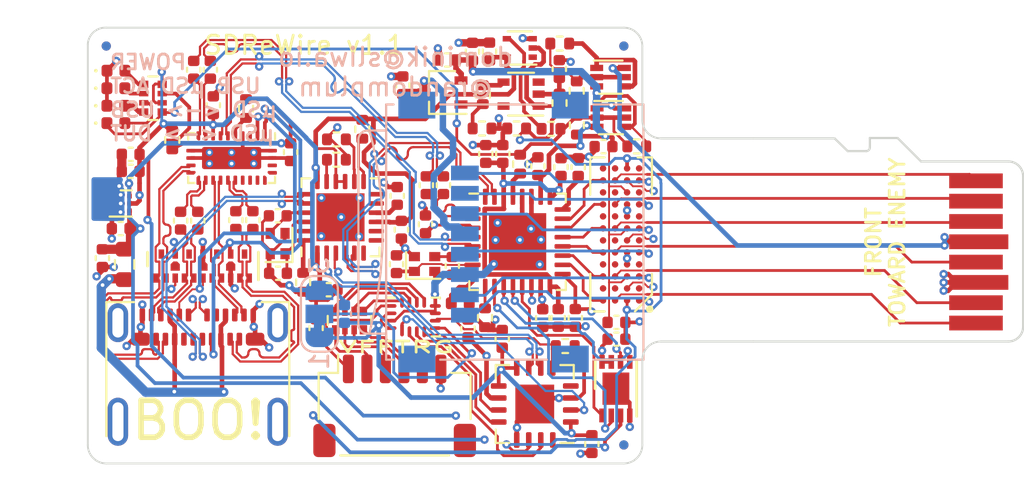
<source format=kicad_pcb>
(kicad_pcb (version 20210126) (generator pcbnew)
  (title_block (title "SDReWire") (rev "1.1") (company "SliwaIO"))
  (layers (0 "F.Cu" signal) (1 "In1.Cu" signal) (2 "In2.Cu" signal) (31 "B.Cu" signal) (34 "B.Paste" user) (35 "F.Paste" user) (36 "B.SilkS" user "B.Silkscreen") (37 "F.SilkS" user "F.Silkscreen") (38 "B.Mask" user) (39 "F.Mask" user) (44 "Edge.Cuts" user))
  (net 0 "")
  (net 1 "+5V")
  (net 2 "GND")
  (net 3 "Net-(C4-Pad2)")
  (net 4 "/USB-C/C_CTX1-")
  (net 5 "/USB-C/CTX1-")
  (net 6 "/USB-C/C_CTX2-")
  (net 7 "/USB-C/CTX2-")
  (net 8 "+3V3")
  (net 9 "/USB-C/C_CTX1+")
  (net 10 "/USB-C/CTX1+")
  (net 11 "/USB-C/C_CTX2+")
  (net 12 "/USB-C/CTX2+")
  (net 13 "/USB-C/C_USB3_TX-")
  (net 14 "Net-(C15-Pad2)")
  (net 15 "Net-(C16-Pad2)")
  (net 16 "Net-(C19-Pad2)")
  (net 17 "/USB-C/C_USB3_TX+")
  (net 18 "/SD/~SD_MUX_SEL")
  (net 19 "/USB-C/C_USB3_RX+")
  (net 20 "/FTDI/FT_EXT_CBUS1_R")
  (net 21 "/SD/GL_USB3_TX-")
  (net 22 "/FTDI/FT_EXT_CBUS0_R")
  (net 23 "/SD/GL_USB3_RX+")
  (net 24 "/FTDI/FT_EXT_TXD_R")
  (net 25 "/SD/GL_USB3_TX+")
  (net 26 "/FTDI/FT_EXT_RXD_R")
  (net 27 "/SD/GL_USB3_RX-")
  (net 28 "Net-(Q1-Pad1)")
  (net 29 "Net-(C20-Pad2)")
  (net 30 "Net-(Q3-Pad1)")
  (net 31 "/FTDI/FTDI_V_{DD}")
  (net 32 "/SD/SD_{MUX}_V_{DD}")
  (net 33 "Net-(C44-Pad1)")
  (net 34 "/SD/SD_V_{DD}")
  (net 35 "Net-(C47-Pad2)")
  (net 36 "Net-(C52-Pad2)")
  (net 37 "Net-(C56-Pad1)")
  (net 38 "Net-(D1-Pad2)")
  (net 39 "Net-(D2-Pad2)")
  (net 40 "Net-(D3-Pad2)")
  (net 41 "Net-(D4-Pad2)")
  (net 42 "/USB-C/V_{BUS}")
  (net 43 "/USB-C/CRX1+")
  (net 44 "/USB-C/CRX1-")
  (net 45 "/USB HUB/UFP_USB2_D+")
  (net 46 "/USB HUB/UFP_USB2_D-")
  (net 47 "/USB-C/CC2")
  (net 48 "/USB-C/CRX2+")
  (net 49 "/USB-C/CRX2-")
  (net 50 "/USB-C/CC1")
  (net 51 "/FTDI/FT_EXT_CBUS1")
  (net 52 "/FTDI/FT_EXT_CBUS0")
  (net 53 "/FTDI/FT_EXT_RXD")
  (net 54 "/FTDI/FT_EXT_TXD")
  (net 55 "/FTDI/FTDI_EXT_V_{DD}")
  (net 56 "/SD/SD_DAT2")
  (net 57 "/SD/SD_DAT3")
  (net 58 "/SD/SD_CMD")
  (net 59 "/SD/SD_CLK")
  (net 60 "/SD/SD_DAT0")
  (net 61 "/SD/SD_DAT1")
  (net 62 "Net-(R3-Pad2)")
  (net 63 "/SD/EXT_DAT1")
  (net 64 "/SD/EXT_DAT0")
  (net 65 "/SD/EXT_CLK")
  (net 66 "/SD/EXT_V_{DD}")
  (net 67 "/SD/EXT_CMD")
  (net 68 "/SD/EXT_DAT3")
  (net 69 "/SD/EXT_DAT2")
  (net 70 "/SD/GL_V_{DD}")
  (net 71 "/FTDI/FT_CBUS2")
  (net 72 "Net-(Q2-Pad1)")
  (net 74 "Net-(R4-Pad2)")
  (net 75 "Net-(R5-Pad2)")
  (net 76 "Net-(R6-Pad2)")
  (net 77 "Net-(R7-Pad2)")
  (net 78 "Net-(R24-Pad1)")
  (net 79 "Net-(R29-Pad1)")
  (net 80 "Net-(R31-Pad2)")
  (net 81 "Net-(R39-Pad2)")
  (net 83 "Net-(U4-Pad17)")
  (net 84 "/FTDI/SD_MUX_SEL")
  (net 85 "/FTDI/FT_TXD")
  (net 86 "/FTDI/FT_CBUS0")
  (net 87 "/FTDI/FT_CBUS1")
  (net 88 "/FTDI/FT_RXD")
  (net 89 "/SD/GL_DAT2")
  (net 90 "/SD/GL_DAT3")
  (net 91 "/SD/GL_CMD")
  (net 92 "/SD/GL_CLK")
  (net 93 "/SD/GL_DAT0")
  (net 94 "/SD/GL_DAT1")
  (net 95 "/SD/GL_SPI_CS")
  (net 96 "/SD/GL_SPI_CK")
  (net 97 "/SD/GL_SPI_SDO")
  (net 98 "/SD/GL_SPI_SDI")
  (net 99 "Net-(Q3-Pad2)")
  (net 100 "Net-(RN1-Pad7)")
  (net 101 "Net-(JP1-Pad2)")
  (net 102 "/USB-C/C_USB3_RX-")
  (net 117 "/FTDI/FTDI_USB2_D-")
  (net 118 "/FTDI/FTDI_USB2_D+")
  (net 119 "/SD/GL_USB2_D-")
  (net 120 "/SD/GL_USB2_D+")
  (footprint "Capacitor_SMD:C_0402_1005Metric" (layer "F.Cu") (at 140.03 85.39 90)
    (fp_text reference "C40" hide)
    (fp_text value "0.1uF")
  )
  (footprint "Connector_JST:JST_SH_SM06B-SRSS-TB_1x06-1MP_P1.00mm_Horizontal" (layer "F.Cu") (at 134.9 104.58)
    (fp_text reference "J2" hide)
    (fp_text value "Conn_01x06")
  )
  (footprint "Package_DFN_QFN:QFN-24-1EP_4x4mm_P0.5mm_EP2.6x2.6mm" (layer "F.Cu") (at 131.97 94.37 90)
    (fp_text reference "U4" hide)
    (fp_text value "USB2422")
  )
  (footprint "Capacitor_SMD:C_0402_1005Metric" (layer "F.Cu") (at 140.75 90.94 -90)
    (fp_text reference "C51" hide)
    (fp_text value "0.1uF")
  )
  (footprint "Capacitor_SMD:C_0402_1005Metric" (layer "F.Cu") (at 126.31 94.52 90)
    (fp_text reference "C6" hide)
    (fp_text value "0.1uF")
  )
  (footprint "Capacitor_SMD:C_0402_1005Metric" (layer "F.Cu") (at 138.87 100.39 -90)
    (fp_text reference "C38" hide)
    (fp_text value "0.1uF")
  )
  (footprint "Custom:WQFP-30-1EP_4.6x2.6mm_P0.4mm_EP3.2x1.2mm" (layer "F.Cu") (at 126.08 91.16 -90)
    (fp_text reference "U2" hide)
    (fp_text value "HD3SS3220")
  )
  (footprint "Capacitor_SMD:C_0402_1005Metric" (layer "F.Cu") (at 137.74 85.85 180)
    (fp_text reference "C42" hide)
    (fp_text value "0.1uF")
  )
  (footprint "Resistor_SMD:R_0402_1005Metric" (layer "F.Cu") (at 148 90.53)
    (fp_text reference "R10" hide)
    (fp_text value "100k")
  )
  (footprint "Package_TO_SOT_SMD:SOT-323_SC-70" (layer "F.Cu") (at 137.49 87.61 180)
    (fp_text reference "Q2" hide)
    (fp_text value "DMG1013UW")
  )
  (footprint "Capacitor_SMD:C_0402_1005Metric" (layer "F.Cu") (at 124.250455 94.550346 90)
    (fp_text reference "C8" hide)
    (fp_text value "0.1uF")
  )
  (footprint "Capacitor_SMD:C_0402_1005Metric" (layer "F.Cu") (at 120.62 90.96)
    (fp_text reference "C10" hide)
    (fp_text value "0.1uF")
  )
  (footprint "Resistor_SMD:R_0402_1005Metric" (layer "F.Cu") (at 126.86 88.48 -90)
    (fp_text reference "R6" hide)
    (fp_text value "900k")
  )
  (footprint "Fiducial:Fiducial_0.5mm_Mask1mm" (layer "F.Cu") (at 119.3 85.095)
    (fp_text reference "FID2" hide)
    (fp_text value "Fiducial")
  )
  (footprint "Oscillator:Oscillator_SMD_Abracon_ASCO-4Pin_1.6x1.2mm" (layer "F.Cu") (at 136.52 96.9 90)
    (fp_text reference "Y2" hide)
    (fp_text value "25MHz")
  )
  (footprint "Resistor_SMD:R_0402_1005Metric" (layer "F.Cu") (at 143.36 89.58)
    (fp_text reference "R24" hide)
    (fp_text value "1k")
  )
  (footprint "Package_TO_SOT_SMD:SOT-563" (layer "F.Cu") (at 146.6 88.97)
    (fp_text reference "Q1" hide)
    (fp_text value "DMG1023UV")
  )
  (footprint "Resistor_SMD:R_0402_1005Metric" (layer "F.Cu") (at 143.83 84.96)
    (fp_text reference "R9" hide)
    (fp_text value "100k")
  )
  (footprint "Capacitor_SMD:C_0402_1005Metric" (layer "F.Cu") (at 140.72 100.95 -90)
    (fp_text reference "C37" hide)
    (fp_text value "0.1uF")
  )
  (footprint "Capacitor_SMD:C_0402_1005Metric" (layer "F.Cu") (at 143.81 86.34 90)
    (fp_text reference "C44" hide)
    (fp_text value "0.1uF")
  )
  (footprint "Resistor_SMD:R_0402_1005Metric" (layer "F.Cu") (at 129.95 97.89 90)
    (fp_text reference "R3" hide)
    (fp_text value "12k")
  )
  (footprint "Custom:uSD_PCB" (layer "F.Cu") (at 164.4 96.195 -90)
    (fp_text reference "J4" hide)
    (fp_text value "uSD_edge_contacts" hide)
    (fp_line (start 4.9 10.1) (end 4.9 15.1) (layer "Edge.Cuts") (width 0.12))
    (fp_line (start -6.12 3.79) (end -5.62 3.79) (layer "Edge.Cuts") (width 0.12))
    (fp_line (start 4.1 -4.5) (end -4.05 -4.5) (layer "Edge.Cuts") (width 0.12))
    (fp_line (start 4.9 10.1) (end 4.9 -3.7) (layer "Edge.Cuts") (width 0.12))
    (fp_line (start -6.1 5.7) (end -6.1 10.1) (layer "Edge.Cuts") (width 0.12))
    (fp_line (start -6.1 10.1) (end -6.1 15.1) (layer "Edge.Cuts") (width 0.12))
    (fp_line (start -5.41 3.99) (end -5.41 4.99) (layer "Edge.Cuts") (width 0.12))
    (fp_line (start -4.85 1.02) (end -6.12 2.29) (layer "Edge.Cuts") (width 0.12))
    (fp_line (start -4.85 1.02) (end -4.85 -3.7) (layer "Edge.Cuts") (width 0.12))
    (fp_line (start -5.41 4.99) (end -6.1 5.7) (layer "Edge.Cuts") (width 0.12))
    (fp_line (start -6.12 2.29) (end -6.12 3.79) (layer "Edge.Cuts") (width 0.12))
    (fp_arc (start -5.61 3.99) (end -5.41 3.99) (angle -92.9) (layer "Edge.Cuts") (width 0.12))
    (fp_arc (start 4.1 -3.700001) (end 4.9 -3.7) (angle -90) (layer "Edge.Cuts") (width 0.12))
    (fp_arc (start -4.050001 -3.7) (end -4.05 -4.5) (angle -90) (layer "Edge.Cuts") (width 0.12))
  )
  (footprint "Capacitor_SMD:C_0402_1005Metric" (layer "F.Cu") (at 127.23 94.52 90)
    (fp_text reference "C9" hide)
    (fp_text value "0.1uF")
  )
  (footprint "LED_SMD:LED_0402_1005Metric" (layer "F.Cu") (at 119.825 86.43)
    (fp_text reference "D1" hide)
    (fp_text value "LED")
  )
  (footprint "Capacitor_SMD:C_0402_1005Metric" (layer "F.Cu") (at 139.83 90.94 -90)
    (fp_text reference "C50" hide)
    (fp_text value "1uF")
  )
  (footprint "Capacitor_SMD:C_0402_1005Metric" (layer "F.Cu") (at 120.62 91.88)
    (fp_text reference "C7" hide)
    (fp_text value "4.7uF")
  )
  (footprint "Capacitor_SMD:C_0402_1005Metric" (layer "F.Cu") (at 146.9 100.97)
    (fp_text reference "C57" hide)
    (fp_text value "0.1uF")
  )
  (footprint "Capacitor_SMD:C_0402_1005Metric" (layer "F.Cu") (at 142.65 91.6 90)
    (fp_text reference "C55" hide)
    (fp_text value "1uF")
  )
  (footprint "Resistor_SMD:R_Array_Convex_4x0402" (layer "F.Cu") (at 121.825 87.92)
    (fp_text reference "RN1" hide)
    (fp_text value "10k")
  )
  (footprint "Capacitor_SMD:C_0402_1005Metric" (layer "F.Cu") (at 146.2 90.54 180)
    (fp_text reference "C46" hide)
    (fp_text value "4.7uF")
  )
  (footprint "Package_DFN_QFN:DFN-6-1EP_1.2x1.2mm_P0.4mm_EP0.3x0.94mm_PullBack" (layer "F.Cu") (at 120.08 93.62)
    (fp_text reference "U1" hide)
    (fp_text value "MIC5363-3.3YMT")
  )
  (footprint "Resistor_SMD:R_0402_1005Metric" (layer "F.Cu") (at 139.67 87.73 -90)
    (fp_text reference "R29" hide)
    (fp_text value "1k")
  )
  (footprint "Package_TO_SOT_SMD:SOT-563" (layer "F.Cu") (at 146.58 86.78)
    (fp_text reference "Q3" hide)
    (fp_text value "DMG1023UV")
  )
  (footprint "Resistor_SMD:R_0402_1005Metric" (layer "F.Cu") (at 139.79 99.81 90)
    (fp_text reference "R31" hide)
    (fp_text value "680")
  )
  (footprint "Resistor_SMD:R_0402_1005Metric" (layer "F.Cu") (at 141.5 89.56)
    (fp_text reference "R37" hide)
    (fp_text value "1k")
  )
  (footprint "Capacitor_SMD:C_0402_1005Metric" (layer "F.Cu") (at 143.9 91.65 -90)
    (fp_text reference "C49" hide)
    (fp_text value "0.1uF")
  )
  (footprint "LED_SMD:LED_0402_1005Metric" (layer "F.Cu") (at 119.82 87.38)
    (fp_text reference "D2" hide)
    (fp_text value "LED")
  )
  (footprint "Capacitor_SMD:C_0402_1005Metric" (layer "F.Cu") (at 135.34 87.22 90)
    (fp_text reference "C45" hide)
    (fp_text value "0.1uF")
  )
  (footprint "Capacitor_SMD:C_0402_1005Metric" (layer "F.Cu") (at 138.02 97 90)
    (fp_text reference "C19" hide)
    (fp_text value "22pF")
  )
  (footprint "Capacitor_SMD:C_0402_1005Metric" (layer "F.Cu") (at 120.08 94.98)
    (fp_text reference "C3" hide)
    (fp_text value "0.1uF")
  )
  (footprint "Capacitor_SMD:C_0402_1005Metric" (layer "F.Cu") (at 119.09 96.58 90)
    (fp_text reference "C2" hide)
    (fp_text value "10uF")
  )
  (footprint "Resistor_SMD:R_0402_1005Metric" (layer "F.Cu") (at 143.82 88.18 90)
    (fp_text reference "R28" hide)
    (fp_text value "10k")
  )
  (footprint "Package_DFN_QFN:QFN-32-1EP_5x5mm_P0.5mm_EP3.1x3.1mm" (layer "F.Cu") (at 141.55 95.695)
    (fp_text reference "U14" hide)
    (fp_text value "GL3224-OIYxx")
  )
  (footprint "Capacitor_SMD:C_0402_1005Metric" (layer "F.Cu") (at 137.54 92.63 -90)
    (fp_text reference "C11" hide)
    (fp_text value "0.1uF")
  )
  (footprint "Capacitor_SMD:C_0402_1005Metric" (layer "F.Cu") (at 138.45 99.025 180)
    (fp_text reference "C48" hide)
    (fp_text value "0.1uF")
  )
  (footprint "Custom:Texas_NFBGA-48_3.1x8.1mm_Layout4x12_P0.65mm" (layer "F.Cu") (at 147.15 95.295 180)
    (fp_text reference "U12" hide)
    (fp_text value "TS3DDR4000ZBAR")
  )
  (footprint "Capacitor_SMD:C_0402_1005Metric" (layer "F.Cu") (at 125.09 88.3 -90)
    (fp_text reference "C21" hide)
    (fp_text value "0.1uF")
  )
  (footprint "Package_DFN_QFN:QFN-16-1EP_4x4mm_P0.65mm_EP2.1x2.1mm" (layer "F.Cu") (at 142.48 104.48 180)
    (fp_text reference "U7" hide)
    (fp_text value "FT230XQ")
  )
  (footprint "Custom:UDFN-18-3EP_5.5x1.5mm_P0.5mm_EP0.5x0.5mm" (layer "F.Cu") (at 124.53 97.01)
    (fp_text reference "U3" hide)
    (fp_text value "MG2040")
  )
  (footprint "Resistor_SMD:R_0402_1005Metric" (layer "F.Cu") (at 131.75 91.25 180)
    (fp_text reference "R1" hide)
    (fp_text value "100k")
  )
  (footprint "Fiducial:Fiducial_0.5mm_Mask1mm" (layer "F.Cu") (at 147.3 85.095)
    (fp_text reference "FID5" hide)
    (fp_text value "Fiducial")
  )
  (footprint "Capacitor_SMD:C_0402_1005Metric" (layer "F.Cu") (at 130.65 100.37 90)
    (fp_text reference "C62" hide)
    (fp_text value "0.1uF")
  )
  (footprint "Custom:QFN-16_1.8x2.6_Pitch0.4mm" (layer "F.Cu") (at 135.9 99.77 90)
    (fp_text reference "U5" hide)
    (fp_text value "SN74AXC4T774RSV")
  )
  (footprint "Capacitor_SMD:C_0402_1005Metric" (layer "F.Cu") (at 144.675 99.82 90)
    (fp_text reference "C53" hide)
    (fp_text value "0.1uF")
  )
  (footprint "Capacitor_SMD:C_0402_1005Metric" (layer "F.Cu") (at 136.57 94.75 -90)
    (fp_text reference "C52" hide)
    (fp_text value "1uF")
  )
  (footprint "Capacitor_SMD:C_0402_1005Metric" (layer "F.Cu") (at 135.04 93.21 -90)
    (fp_text reference "C16" hide)
    (fp_text value "1uF")
  )
  (footprint "Capacitor_SMD:C_0402_1005Metric" (layer "F.Cu") (at 136.615 92.63 -90)
    (fp_text reference "C13" hide)
    (fp_text value "0.1uF")
  )
  (footprint "Resistor_SMD:R_0402_1005Metric" (layer "F.Cu") (at 133.15 89.6 -90)
    (fp_text reference "R4" hide)
    (fp_text value "100k")
  )
  (footprint "Resistor_SMD:R_0603_1608Metric" (layer "F.Cu") (at 120.29 96.92 90)
    (fp_text reference "FB2" hide)
    (fp_text value "1k@100MHz")
  )
  (footprint "Capacitor_SMD:C_0402_1005Metric" (layer "F.Cu") (at 128.58 94.29)
    (fp_text reference "C4" hide)
    (fp_text value "22pF")
  )
  (footprint "Capacitor_SMD:C_0402_1005Metric" (layer "F.Cu") (at 135 96.91 -90)
    (fp_text reference "C20" hide)
    (fp_text value "22pF")
  )
  (footprint "Resistor_SMD:R_0402_1005Metric" (layer "F.Cu") (at 139.63 89.56)
    (fp_text reference "R30" hide)
    (fp_text value "10k")
  )
  (footprint "LED_SMD:LED_0402_1005Metric" (layer "F.Cu") (at 119.82 89.27)
    (fp_text reference "D3" hide)
    (fp_text value "LED")
  )
  (footprint "Oscillator:Oscillator_SMD_Abracon_ASCO-4Pin_1.6x1.2mm" (layer "F.Cu") (at 128.57 95.79 180)
    (fp_text reference "Y1" hide)
    (fp_text value "24MHz")
  )
  (footprint "Capacitor_SMD:C_0402_1005Metric" (layer "F.Cu") (at 131.33 98.29)
    (fp_text reference "C18" hide)
    (fp_text value "0.1uF")
  )
  (footprint "Capacitor_SMD:C_0402_1005Metric" (layer "F.Cu") (at 143.75 99.82 90)
    (fp_text reference "C47" hide)
    (fp_text value "0.1uF")
  )
  (footprint "Capacitor_SMD:C_0402_1005Metric" (layer "F.Cu") (at 128.59 97.4)
    (fp_text reference "C15" hide)
    (fp_text value "22pF")
  )
  (footprint "Capacitor_SMD:C_0402_1005Metric" (layer "F.Cu") (at 124.03 86.38 90)
    (fp_text reference "C14" hide)
    (fp_text value "0.1uF")
  )
  (footprint "Capacitor_SMD:C_0402_1005Metric" (layer "F.Cu") (at 144.83 91.65 90)
    (fp_text reference "C56" hide)
    (fp_text value "1uF")
  )
  (footprint "Capacitor_SMD:C_0402_1005Metric" (layer "F.Cu") (at 124.93 86.38 90)
    (fp_text reference "C12" hide)
    (fp_text value "0.1uF")
  )
  (footprint "Custom:USB_C_Receptacle_Molex_1054500101" (layer "F.Cu") (at 124.25 100.08)
    (fp_text reference "J1" hide)
    (fp_text value "USB_C_Receptacle")
  )
  (footprint "Package_TO_SOT_SMD:SOT-553" (layer "F.Cu") (at 141.67 85.2 180)
    (fp_text reference "U11" hide)
    (fp_text value "SN74LVC1G14DRL")
  )
  (footprint "Resistor_SMD:R_0402_1005Metric" (layer "F.Cu") (at 122.87 90.18 -90)
    (fp_text reference "R7" hide)
    (fp_text value "200k")
  )
  (footprint "Capacitor_SMD:C_0402_1005Metric" (layer "F.Cu") (at 142.91 99.83 90)
    (fp_text reference "C54" hide)
    (fp_text value "0.1uF")
  )
  (footprint "Resistor_SMD:R_0402_1005Metric" (layer "F.Cu") (at 144.13 101.34)
    (fp_text reference "R12" hide)
    (fp_text value "10k")
  )
  (footprint "Resistor_SMD:R_0402_1005Metric" (layer "F.Cu") (at 144.76 89.38 -90)
    (fp_text reference "R26" hide)
    (fp_text value "10k")
  )
  (footprint "Resistor_SMD:R_0402_1005Metric" (layer "F.Cu") (at 144.75 87.52 90)
    (fp_text reference "R25" hide)
    (fp_text value "1k")
  )
  (footprint "LED_SMD:LED_0402_1005Metric" (layer "F.Cu") (at 119.82 88.33)
    (fp_text reference "D4" hide)
    (fp_text value "LED")
  )
  (footprint "Resistor_SMD:R_0402_1005Metric" (layer "F.Cu") (at 131.75 90.15)
    (fp_text reference "R5" hide)
    (fp_text value "100k")
  )
  (footprint "Capacitor_SMD:C_0402_1005Metric" (layer "F.Cu") (at 135.264667 95.040465 -90)
    (fp_text reference "C17" hide)
    (fp_text value "1uF")
  )
  (footprint "Capacitor_SMD:C_0402_1005Metric" (layer "F.Cu") (at 139.11 85.4 90)
    (fp_text reference "C43" hide)
    (fp_text value "0.1uF")
  )
  (footprint "Capacitor_SMD:C_0402_1005Metric" (layer "F.Cu") (at 145.57 106.65 90)
    (fp_text reference "C39" hide)
    (fp_text value "0.1uF")
  )
  (footprint "Package_DFN_QFN:DFN-8-1EP_3x2mm_P0.5mm_EP1.75x1.45mm" (layer "F.Cu") (at 146.87 103.65 90)
    (fp_text reference "U15" hide)
    (fp_text value "25LCxxx-MC")
  )
  (footprint "Package_TO_SOT_SMD:SOT-353_SC-70-5" (layer "F.Cu") (at 141.74 87.7 180)
    (fp_text reference "U13" hide)
    (fp_text value "74AUC1G86")
  )
  (footprint "Fiducial:Fiducial_0.5mm_Mask1mm" (layer "F.Cu") (at 147.3 106.7)
    (fp_text reference "FID1" hide)
    (fp_text value "Fiducial")
  )
  (footprint "Resistor_SMD:R_Array_Convex_4x0402" (layer "F.Cu") (at 132.46 99.96 90)
    (fp_text reference "RN2" hide)
    (fp_text value "100")
  )
  (footprint "Capacitor_SMD:C_0402_1005Metric" (layer "F.Cu") (at 129.27 90.84 -90)
    (fp_text reference "C1" hide)
    (fp_text value "0.1uF")
  )
  (footprint "Resistor_SMD:R_0402_1005Metric" (layer "F.Cu") (at 141.69 91.49 -90)
    (fp_text reference "R39" hide)
    (fp_text value "10k")
  )
  (footprint "Capacitor_SMD:C_0402_1005Metric" (layer "F.Cu") (at 146.9 100.06)
    (fp_text reference "C41" hide)
    (fp_text value "0.1uF")
  )
  (footprint "Capacitor_SMD:C_0402_1005Metric" (layer "F.Cu") (at 123.320001 94.550001 90)
    (fp_text reference "C5" hide)
    (fp_text value "0.1uF")
  )
  (footprint "Jumper:SolderJumper-3_P1.3mm_Bridged12_RoundedPad1.0x1.5mm_NumberLabels" (layer "B.Cu") (at 130.83 99.6 90)
    (fp_text reference "JP1" hide)
    (fp_text value "Jumper_3_Bridged12")
  )
  (footprint "Fiducial:Fiducial_0.5mm_Mask1mm" (layer "B.Cu") (at 147.3 85.095 180)
    (fp_text reference "FID6" hide)
    (fp_text value "Fiducial")
  )
  (footprint "Capacitor_SMD:C_0402_1005Metric" (layer "B.Cu") (at 132.180007 99.605989 90)
    (fp_text reference "C58" hide)
    (fp_text value "0.1uF")
  )
  (footprint "Connector_Card:microSD_HC_Wuerth_693072010801" (layer "B.Cu") (at 140.25 95.17 -90)
    (fp_text reference "J3" hide)
    (fp_text value "Micro_SD_Card")
  )
  (footprint "Fiducial:Fiducial_0.5mm_Mask1mm" (layer "B.Cu") (at 147.3 106.695 180)
    (fp_text reference "FID3" hide)
    (fp_text value "Fiducial")
  )
  (footprint "Fiducial:Fiducial_0.5mm_Mask1mm" (layer "B.Cu") (at 119.3 85.095 180)
    (fp_text reference "FID4" hide)
    (fp_text value "Fiducial")
  )
  (gr_line (start 119.3 107.7) (end 147.3 107.7) (layer "Edge.Cuts") (width 0.1))
  (gr_arc (start 119.249999 85.05) (end 119.3 84.1) (angle -90) (layer "Edge.Cuts") (width 0.1))
  (gr_arc (start 147.297501 106.6975) (end 148.3 106.695) (angle 90) (layer "Edge.Cuts") (width 0.1))
  (gr_line (start 118.3 106.7) (end 118.3 85) (layer "Edge.Cuts") (width 0.1))
  (gr_line (start 148.3 89.1) (end 148.3 85.1) (layer "Edge.Cuts") (width 0.1))
  (gr_line (start 147.3 84.1) (end 119.3 84.1) (layer "Edge.Cuts") (width 0.1))
  (gr_line (start 148.3 102.1) (end 148.3 106.7) (layer "Edge.Cuts") (width 0.1))
  (gr_arc (start 149.2975 89.097501) (end 149.3 90.095) (angle 90) (layer "Edge.Cuts") (width 0.1))
  (gr_arc (start 149.302499 102.0975) (end 148.3 102.1) (angle 90) (layer "Edge.Cuts") (width 0.1))
  (gr_arc (start 147.3 85.099997) (end 148.3 85.1) (angle -90) (layer "Edge.Cuts") (width 0.1))
  (gr_arc (start 119.3 106.700003) (end 119.3 107.7) (angle 90) (layer "Edge.Cuts") (width 0.1))
  (gr_text "dominik@sliwa.io\n@randomplum\n" (at 134.95 86.5) (layer "B.SilkS") (effects (font (size 1 1)) (justify mirror)))
  (gr_text "POWER\nUSB µSD ACT\nµSD <-> USB\nµSD <-> DUT" (at 119.43 87.9) (layer "B.SilkS") (effects (font (size 0.8 0.8)) (justify right mirror)))
  (gr_text "BOO!" (at 124.28 105.37) (layer "F.SilkS") (effects (font (size 2 2) (thickness 0.3))))
  (gr_text "SDReWire v1.1\n" (at 130.01 85.05) (layer "F.SilkS") (effects (font (size 1 1))))
  (gr_text "VFFTRG\n" (at 135 101.4) (layer "F.SilkS") (effects (font (size 0.6 1.175))))
  (gr_text "FRONT\nTOWARD ENEMY" (at 161.45 95.72 90) (layer "F.SilkS") (effects (font (size 0.8 0.8))))
  (segment (start 139.87 101.87) (end 138.87 100.87) (width 0.25) (layer "F.Cu") (net 1))
  (segment (start 126.86 87.97) (end 127.98021 87.97) (width 0.2) (layer "F.Cu") (net 1))
  (segment (start 120.285 96.1) (end 120.29 96.095) (width 0.5) (layer "F.Cu") (net 1))
  (segment (start 129.27 89.25979) (end 129.27 90.36) (width 0.2) (layer "F.Cu") (net 1))
  (segment (start 120.555 94.975) (end 120.56 94.98) (width 0.25) (layer "F.Cu") (net 1))
  (segment (start 128.28 90.36) (end 128.77 90.36) (width 0.2) (layer "F.Cu") (net 1))
  (segment (start 127.98021 87.97) (end 129.27 89.25979) (width 0.2) (layer "F.Cu") (net 1))
  (segment (start 142.8 98.74) (end 142.88 98.82) (width 0.25) (layer "F.Cu") (net 1))
  (segment (start 120.555 93.22) (end 120.555 92.565) (width 0.2) (layer "F.Cu") (net 1))
  (segment (start 139.87 103.92) (end 139.87 101.87) (width 0.25) (layer "F.Cu") (net 1))
  (segment (start 120.56 94.98) (end 121.14 94.98) (width 0.4) (layer "F.Cu") (net 1))
  (segment (start 142.8 98.1325) (end 142.8 98.74) (width 0.25) (layer "F.Cu") (net 1))
  (segment (start 128.77 90.36) (end 129.27 90.36) (width 0.2) (layer "F.Cu") (net 1))
  (segment (start 120.56 94.98) (end 120.56 95.825) (width 0.4) (layer "F.Cu") (net 1))
  (segment (start 120.555 92.565) (end 120.53 92.54) (width 0.2) (layer "F.Cu") (net 1))
  (segment (start 142.91 98.85) (end 142.88 98.82) (width 0.25) (layer "F.Cu") (net 1))
  (segment (start 140.53 104.155) (end 140.105 104.155) (width 0.25) (layer "F.Cu") (net 1))
  (segment (start 119.09 96.1) (end 120.285 96.1) (width 0.5) (layer "F.Cu") (net 1))
  (segment (start 140.105 104.155) (end 139.87 103.92) (width 0.25) (layer "F.Cu") (net 1))
  (segment (start 142.91 99.35) (end 142.91 98.85) (width 0.25) (layer "F.Cu") (net 1))
  (segment (start 120.555 94.02) (end 120.555 94.975) (width 0.25) (layer "F.Cu") (net 1))
  (segment (start 120.56 95.825) (end 120.29 96.095) (width 0.4) (layer "F.Cu") (net 1))
  (via (at 128.77 90.36) (size 0.45) (drill 0.2) (layers "F.Cu" "B.Cu") (net 1))
  (via (at 142.88 98.82) (size 0.45) (drill 0.2) (layers "F.Cu" "B.Cu") (net 1))
  (via (at 120.53 92.54) (size 0.45) (drill 0.2) (layers "F.Cu" "B.Cu") (net 1))
  (via (at 139.87 101.87) (size 0.45) (drill 0.2) (layers "F.Cu" "B.Cu") (net 1))
  (via (at 139.76 106.41) (size 0.45) (drill 0.2) (layers "F.Cu" "B.Cu") (net 1))
  (via (at 121.14 94.98) (size 0.45) (drill 0.2) (layers "F.Cu" "B.Cu") (net 1))
  (segment (start 129.83 103.35) (end 132.89 106.41) (width 0.2) (layer "B.Cu") (net 1))
  (segment (start 120.53 92.54) (end 120.53 94.37) (width 0.2) (layer "B.Cu") (net 1))
  (segment (start 132.89 106.41) (end 139.76 106.41) (width 0.2) (layer "B.Cu") (net 1))
  (segment (start 120.99 102.41) (end 121.93 103.35) (width 0.2) (layer "B.Cu") (net 1))
  (segment (start 120.744999 101.055997) (end 120.99 101.300998) (width 0.2) (layer "B.Cu") (net 1))
  (segment (start 120.744999 95.375001) (end 120.744999 101.055997) (width 0.2) (layer "B.Cu") (net 1))
  (segment (start 121.93 103.35) (end 129.83 103.35) (width 0.2) (layer "B.Cu") (net 1))
  (segment (start 120.53 94.37) (end 121.14 94.98) (width 0.2) (layer "B.Cu") (net 1))
  (segment (start 120.53 92.54) (end 120.53 92.221802) (width 0.25) (layer "B.Cu") (net 1))
  (segment (start 122.391802 90.36) (end 128.77 90.36) (width 0.25) (layer "B.Cu") (net 1))
  (segment (start 120.53 92.221802) (end 122.391802 90.36) (width 0.25) (layer "B.Cu") (net 1))
  (segment (start 121.14 94.98) (end 120.744999 95.375001) (width 0.2) (layer "B.Cu") (net 1))
  (segment (start 120.99 101.300998) (end 120.99 102.41) (width 0.2) (layer "B.Cu") (net 1))
  (segment (start 127.38 90.76) (end 127.28 90.86) (width 0.2) (layer "F.Cu") (net 2))
  (segment (start 147.38 101.06) (end 147.37 101.07) (width 0.2) (layer "F.Cu") (net 2))
  (segment (start 128.11 96.4) (end 128.17 96.34) (width 0.25) (layer "F.Cu") (net 2))
  (segment (start 140.03 84.91) (end 139.12 84.91) (width 0.4) (layer "F.Cu") (net 2))
  (segment (start 127.25 99.66) (end 127.25 99.41) (width 0.25) (layer "F.Cu") (net 2))
  (segment (start 147.475 96.27) (end 147.475 96.595) (width 0.12) (layer "F.Cu") (net 2))
  (segment (start 147.62 104.4) (end 146.87 103.65) (width 0.2) (layer "F.Cu") (net 2))
  (segment (start 148.355127 97.899999) (end 148.600128 98.145) (width 0.1) (layer "F.Cu") (net 2))
  (segment (start 144.83 91.1) (end 145.4 91.1) (width 0.25) (layer "F.Cu") (net 2))
  (segment (start 137.25 97.48) (end 137.07 97.3) (width 0.2) (layer "F.Cu") (net 2))
  (segment (start 142.3 93.2575) (end 142.3 94.945) (width 0.25) (layer "F.Cu") (net 2))
  (segment (start 130.65 98.87002) (end 130.60499 98.82501) (width 0.2) (layer "F.Cu") (net 2))
  (segment (start 130.65 99.89) (end 130.65 98.87002) (width 0.2) (layer "F.Cu") (net 2))
  (segment (start 129.2 98.05) (end 129.55 98.4) (width 0.25) (layer "F.Cu") (net 2))
  (segment (start 147.475 96.92) (end 147.475 96.595) (width 0.12) (layer "F.Cu") (net 2))
  (segment (start 142.91 100.31) (end 143.74 100.31) (width 0.2) (layer "F.Cu") (net 2))
  (segment (start 132 94.37) (end 132.01 94.36) (width 0.5) (layer "F.Cu") (net 2))
  (segment (start 128.97 95.24) (end 128.97 95.54) (width 0.15) (layer "F.Cu") (net 2))
  (segment (start 128.97 95.54) (end 128.17 96.34) (width 0.15) (layer "F.Cu") (net 2))
  (segment (start 141.55 95.695) (end 141.575 95.695) (width 0.25) (layer "F.Cu") (net 2))
  (segment (start 148.5336 92.945) (end 148.913672 92.945) (width 0.1) (layer "F.Cu") (net 2))
  (segment (start 119.09 97.06) (end 119.7 97.06) (width 0.25) (layer "F.Cu") (net 2))
  (segment (start 140.23 100.47) (end 140.23 100.03) (width 0.25) (layer "F.Cu") (net 2))
  (segment (start 124.53 95.71) (end 124.52 95.7) (width 0.25) (layer "F.Cu") (net 2))
  (segment (start 128.28 90.76) (end 127.38 90.76) (width 0.2) (layer "F.Cu") (net 2))
  (segment (start 144.99 107.13) (end 144.95 107.17) (width 0.25) (layer "F.Cu") (net 2))
  (segment (start 119.09 97.06) (end 119.09 97.251) (width 0.25) (layer "F.Cu") (net 2))
  (segment (start 131.24 90.06) (end 131.8 89.5) (width 0.15) (layer "F.Cu") (net 2))
  (segment (start 140.23 100.47) (end 139.94 100.47) (width 0.25) (layer "F.Cu") (net 2))
  (segment (start 140.14 89.56) (end 140.56 89.56) (width 0.25) (layer "F.Cu") (net 2))
  (segment (start 126.03 98) (end 126.25 98.22) (width 0.25) (layer "F.Cu") (net 2))
  (segment (start 119.997809 92.678832) (end 119.997809 92.022191) (width 0.25) (layer "F.Cu") (net 2))
  (segment (start 126.03 97.66) (end 126.03 98) (width 0.25) (layer "F.Cu") (net 2))
  (segment (start 137.1 99.17) (end 137.1 98.56) (width 0.2) (layer "F.Cu") (net 2))
  (segment (start 137.08 97.31) (end 137.07 97.3) (width 0.2) (layer "F.Cu") (net 2))
  (segment (start 137.4 102.58) (end 137.4 103.63) (width 0.2) (layer "F.Cu") (net 2))
  (segment (start 120.77 100.97) (end 120.4 101.34) (width 0.25) (layer "F.Cu") (net 2))
  (segment (start 147.62 105.1) (end 147.62 104.4) (width 0.2) (layer "F.Cu") (net 2))
  (segment (start 139.12 84.91) (end 139.11 84.92) (width 0.4) (layer "F.Cu") (net 2))
  (segment (start 135.92 96.5) (end 135.47 96.05) (width 0.2) (layer "F.Cu") (net 2))
  (segment (start 130.37501 98.82501) (end 129.95 98.4) (width 0.25) (layer "F.Cu") (net 2))
  (segment (start 135.42 99.45) (end 136.98 99.45) (width 0.15) (layer "F.Cu") (net 2))
  (segment (start 134.72501 99.94499) (end 134.92501 99.94499) (width 0.15) (layer "F.Cu") (net 2))
  (segment (start 128.11 97.41) (end 128.11 97.4) (width 0.25) (layer "F.Cu") (net 2))
  (segment (start 141.86 84.7) (end 141.83 84.67) (width 0.25) (layer "F.Cu") (net 2))
  (segment (start 121.25 100.23) (end 121.17 100.31) (width 0.25) (layer "F.Cu") (net 2))
  (segment (start 166.5 97.895) (end 164.605 97.895) (width 0.25) (layer "F.Cu") (net 2))
  (segment (start 147.475 95.62) (end 147.795001 95.299999) (width 0.1) (layer "F.Cu") (net 2))
  (segment (start 127.25 100.27) (end 127.28 100.3) (width 0.25) (layer "F.Cu") (net 2))
  (segment (start 135.04 92.73) (end 134.56 92.73) (width 0.25) (layer "F.Cu") (net 2))
  (segment (start 119.605 94.02) (end 119.605 94.975) (width 0.25) (layer "F.Cu") (net 2))
  (segment (start 140.23 100.03) (end 140.35 99.91) (width 0.25) (layer "F.Cu") (net 2))
  (segment (start 137.08 98.54) (end 137.08 97.31) (width 0.2) (layer "F.Cu") (net 2))
  (segment (start 147.475 94.32) (end 147.475 93.895) (width 0.12) (layer "F.Cu") (net 2))
  (segment (start 119.675 94.09) (end 119.605 94.02) (width 0.25) (layer "F.Cu") (net 2))
  (segment (start 145.72 90.78) (end 145.41 91.09) (width 0.25) (layer "F.Cu") (net 2))
  (segment (start 125.09 87.82) (end 125.09 87.68) (width 0.15) (layer "F.Cu") (net 2))
  (segment (start 135.09 96.43) (end 135.47 96.05) (width 0.2) (layer "F.Cu") (net 2))
  (segment (start 119.335 86.435) (end 119.34 86.43) (width 0.2) (layer "F.Cu") (net 2))
  (segment (start 141.675 95.595) (end 142.279657 94.990343) (width 0.25) (layer "F.Cu") (net 2))
  (segment (start 144.33 85.86) (end 144.42 85.95) (width 0.2) (layer "F.Cu") (net 2))
  (segment (start 128.28 91.16) (end 126.08 91.16) (width 0.2) (layer "F.Cu") (net 2))
  (segment (start 147.795001 97.899999) (end 148.355127 97.899999) (width 0.1) (layer "F.Cu") (net 2))
  (segment (start 132.26 91.25) (end 132.26 90.96) (width 0.15) (layer "F.Cu") (net 2))
  (segment (start 131.81 98.29) (end 131.27499 98.82501) (width 0.25) (layer "F.Cu") (net 2))
  (segment (start 138.02 97.48) (end 137.25 97.48) (width 0.2) (layer "F.Cu") (net 2))
  (segment (start 119.09 97.251) (end 118.776081 97.564919) (width 0.25) (layer "F.Cu") (net 2))
  (segment (start 120.08 94.08) (end 120.07 94.09) (width 0.25) (layer "F.Cu") (net 2))
  (segment (start 127.25 99.66) (end 127.25 100.27) (width 0.25) (layer "F.Cu") (net 2))
  (segment (start 120.14 91.88) (end 120.14 90.96) (width 0.5) (layer "F.Cu") (net 2))
  (segment (start 141.505 105.775) (end 141.52 105.76) (width 0.25) (layer "F.Cu") (net 2))
  (segment (start 130.60499 98.82501) (end 130.37501 98.82501) (width 0.25) (layer "F.Cu") (net 2))
  (segment (start 119.997809 92.022191) (end 120.14 91.88) (width 0.25) (layer "F.Cu") (net 2))
  (segment (start 139.38 99.91) (end 139.79 100.32) (width 0.25) (layer "F.Cu") (net 2))
  (segment (start 129.19 98.05) (end 129.2 98.05) (width 0.25) (layer "F.Cu") (net 2))
  (segment (start 126.03 97.01) (end 126.03 97.66) (width 0.25) (layer "F.Cu") (net 2))
  (segment (start 147.795001 95.299999) (end 148.278601 95.299999) (width 0.1) (layer "F.Cu") (net 2))
  (segment (start 127.25 99.41) (end 127.59 99.07) (width 0.25) (layer "F.Cu") (net 2))
  (segment (start 147.475 98.22) (end 147.795001 97.899999) (width 0.1) (layer "F.Cu") (net 2))
  (segment (start 142.65 91.12) (end 142.498082 91.12) (width 0.25) (layer "F.Cu") (net 2))
  (segment (start 166.5 97.895) (end 165.3 97.895) (width 0.25) (layer "F.Cu") (net 2))
  (segment (start 128.75 98.05) (end 128.11 97.41) (width 0.25) (layer "F.Cu") (net 2))
  (segment (start 119.34 86.4) (end 119.84 85.9) (width 0.2) (layer "F.Cu") (net 2))
  (segment (start 139.94 100.47) (end 139.79 100.32) (width 0.25) (layer "F.Cu") (net 2))
  (segment (start 124.53 96.36) (end 124.53 95.71) (width 0.25) (layer "F.Cu") (net 2))
  (segment (start 137.1 98.56) (end 137.08 98.54) (width 0.2) (layer "F.Cu") (net 2))
  (segment (start 125.09 87.68) (end 125.44 87.33) (width 0.15) (layer "F.Cu") (net 2))
  (segment (start 123.88 90.76) (end 124.78 90.76) (width 0.2) (layer "F.Cu") (net 2))
  (segment (start 140.56 89.03) (end 140.54 89.01) (width 0.25) (layer "F.Cu") (net 2))
  (segment (start 135.97 96.5) (end 135.92 96.5) (width 0.2) (layer "F.Cu") (net 2))
  (segment (start 141.52 105.76) (end 141.52 105.44) (width 0.25) (layer "F.Cu") (net 2))
  (segment (start 164.85 98.345) (end 164.6 98.345) (width 0.25) (layer "F.Cu") (net 2))
  (segment (start 135.264667 95.520465) (end 135.264667 95.844667) (width 0.2) (layer "F.Cu") (net 2))
  (segment (start 140.75 90.46) (end 140.75 89.8) (width 0.25) (layer "F.Cu") (net 2))
  (segment (start 141.52 105.44) (end 142.48 104.48) (width 0.25) (layer "F.Cu") (net 2))
  (segment (start 132.26 90.96) (end 131.45 90.15) (width 0.15) (layer "F.Cu") (net 2))
  (segment (start 145.4 91.1) (end 145.41 91.09) (width 0.25) (layer "F.Cu") (net 2))
  (segment (start 148.1 100.06) (end 148.15 100.01) (width 0.2) (layer "F.Cu") (net 2))
  (segment (start 120.07 94.09) (end 119.675 94.09) (width 0.25) (layer "F.Cu") (net 2))
  (segment (start 147.475 92.37) (end 147.795001 92.690001) (width 0.1) (layer "F.Cu") (net 2))
  (segment (start 142.3 94.945) (end 141.55 95.695) (width 0.25) (layer "F.Cu") (net 2))
  (segment (start 142.498082 91.12) (end 142.128082 91.49) (width 0.25) (layer "F.Cu") (net 2))
  (segment (start 119.605 94.975) (end 119.6 94.98) (width 0.25) (layer "F.Cu") (net 2))
  (segment (start 137.4 103.63) (end 137.39 103.64) (width 0.2) (layer "F.Cu") (net 2))
  (segment (start 127.28 91.46) (end 126.68 90.86) (width 0.2) (layer "F.Cu") (net 2))
  (segment (start 123.88 91.16) (end 126.08 91.16) (width 0.2) (layer "F.Cu") (net 2))
  (segment (start 127.35 100.97) (end 127.35 100.37) (width 0.25) (layer "F.Cu") (net 2))
  (segment (start 164.605 97.895) (end 164.6 97.9) (width 0.25) (layer "F.Cu") (net 2))
  (segment (start 141.8 93.2575) (end 141.8 93.88) (width 0.25) (layer "F.Cu") (net 2))
  (segment (start 139.11 84.92) (end 138.36 84.92) (width 0.4) (layer "F.Cu") (net 2))
  (segment (start 120.08 93.62) (end 120.08 94.08) (width 0.25) (layer "F.Cu") (net 2))
  (segment (start 142.37 84.7) (end 141.86 84.7) (width 0.25) (layer "F.Cu") (net 2))
  (segment (start 135.264667 95.844667) (end 135.47 96.05) (width 0.2) (layer "F.Cu") (net 2))
  (segment (start 127.75 95.75) (end 127.75 94.64) (width 0.15) (layer "F.Cu") (net 2))
  (segment (start 143.79 104.16) (end 142.8 104.16) (width 0.25) (layer "F.Cu") (net 2))
  (segment (start 124.78 90.76) (end 124.88 90.86) (width 0.2) (layer "F.Cu") (net 2))
  (segment (start 120.08 93.15) (end 120.08 92.761023) (width 0.25) (layer "F.Cu") (net 2))
  (segment (start 141.575 95.695) (end 141.675 95.595) (width 0.25) (layer "F.Cu") (net 2))
  (segment (start 128.1 94.29) (end 128.1 94.29301) (width 0.25) (layer "F.Cu") (net 2))
  (segment (start 127.75 94.64) (end 128.1 94.29) (width 0.15) (layer "F.Cu") (net 2))
  (segment (start 144.83 91.1) (end 143.93 91.1) (width 0.25) (layer "F.Cu") (net 2))
  (segment (start 137.26 85.24) (end 137.24 85.22) (width 0.4) (layer "F.Cu") (net 2))
  (segment (start 148.600128 98.145) (end 148.9 98.145) (width 0.1) (layer "F.Cu") (net 2))
  (segment (start 143.795 104.155) (end 143.79 104.16) (width 0.25) (layer "F.Cu") (net 2))
  (segment (start 139.14 90.46) (end 139.13 90.45) (width 0.25) (layer "F.Cu") (net 2))
  (segment (start 136.57 94.27) (end 136.57 93.895) (width 0.25) (layer "F.Cu") (net 2))
  (segment (start 135 96.43) (end 135.09 96.43) (width 0.2) (layer "F.Cu") (net 2))
  (segment (start 142.8 104.16) (end 142.48 104.48) (width 0.25) (layer "F.Cu") (net 2))
  (segment (start 137.1 99.17) (end 137.1 99.57) (width 0.15) (layer "F.Cu") (net 2))
  (segment (start 131.45 90.15) (end 131.24 90.15) (width 0.15) (layer "F.Cu") (net 2))
  (segment (start 140.56 89.56) (end 140.99 89.56) (width 0.25) (layer "F.Cu") (net 2))
  (segment (start 145.72 90.54) (end 145.72 90.78) (width 0.25) (layer "F.Cu") (net 2))
  (segment (start 121.15 100.33) (end 121.17 100.31) (width 0.25) (layer "F.Cu") (net 2))
  (segment (start 145.15 103.86) (end 145.15 101.85) (width 0.2) (layer "F.Cu") (net 2))
  (segment (start 119.335 88.33) (end 119.335 87.38) (width 0.2) (layer "F.Cu") (net 2))
  (segment (start 121.25 99.66) (end 121.25 99.095) (width 0.25) (layer "F.Cu") (net 2))
  (segment (start 120.08 93.62) (end 120.08 93.15) (width 0.25) (layer "F.Cu") (net 2))
  (segment (start 144.43 104.155) (end 144.855 104.155) (width 0.2) (layer "F.Cu") (net 2))
  (segment (start 140.56 89.56) (end 140.56 89.03) (width 0.25) (layer "F.Cu") (net 2))
  (segment (start 140.75 89.8) (end 140.99 89.56) (width 0.25) (layer "F.Cu") (net 2))
  (segment (start 143.93 91.1) (end 143.85 91.02) (width 0.25) (layer "F.Cu") (net 2))
  (segment (start 164.85 97.445) (end 164.6 97.445) (width 0.25) (layer "F.Cu") (net 2))
  (segment (start 148.278601 95.299999) (end 148.518603 95.540001) (width 0.1) (layer "F.Cu") (net 2))
  (segment (start 121.25 99.66) (end 121.25 100.23) (width 0.25) (layer "F.Cu") (net 2))
  (segment (start 147.38 100.06) (end 148.1 100.06) (width 0.2) (layer "F.Cu") (net 2))
  (segment (start 128.28 91.16) (end 129.11 91.16) (width 0.2) (layer "F.Cu") (net 2))
  (segment (start 148.278601 92.690001) (end 148.5336 92.945) (width 0.1) (layer "F.Cu") (net 2))
  (segment (start 138.87 99.09) (end 138.935 99.025) (width 0.2) (layer "F.Cu") (net 2))
  (segment (start 143.74 100.31) (end 143.75 100.3) (width 0.2) (layer "F.Cu") (net 2))
  (segment (start 120.08 92.761023) (end 119.997809 92.678832) (width 0.25) (layer "F.Cu") (net 2))
  (segment (start 129.16 98.02) (end 129.19 98.05) (width 0.25) (layer "F.Cu") (net 2))
  (segment (start 134.92501 99.94499) (end 135.42 99.45) (width 0.15) (layer "F.Cu") (net 2))
  (segment (start 147.62 105.1) (end 147.62 105.72) (width 0.2) (layer "F.Cu") (net 2))
  (segment (start 141.8 93.88) (end 141.8 95.445) (width 0.25) (layer "F.Cu") (net 2))
  (segment (start 136.57 93.895) (end 136.385 93.71) (width 0.25) (layer "F.Cu") (net 2))
  (segment (start 143.75 100.3) (end 144.675 100.3) (width 0.2) (layer "F.Cu") (net 2))
  (segment (start 147.38 100.145) (end 147.38 101.06) (width 0.2) (layer "F.Cu") (net 2))
  (segment (start 126.68 90.86) (end 126.68 89.96) (width 0.2) (layer "F.Cu") (net 2))
  (segment (start 148.518603 95.540001) (end 148.9 95.540001) (width 0.1) (layer "F.Cu") (net 2))
  (segment (start 138.87 99.91) (end 138.87 99.09) (width 0.2) (layer "F.Cu") (net 2))
  (segment (start 135.34 86.74) (end 134.71 86.74) (width 0.4) (layer "F.Cu") (net 2))
  (segment (start 124.53 97.01) (end 124.53 96.36) (width 0.25) (layer "F.Cu") (net 2))
  (segment (start 139.83 90.46) (end 139.14 90.46) (width 0.25) (layer "F.Cu") (net 2))
  (segment (start 131.97 94.37) (end 132 94.37) (width 0.5) (layer "F.Cu") (net 2))
  (segment (start 145.15 101.85) (end 144.64 101.34) (width 0.2) (layer "F.Cu") (net 2))
  (segment (start 147.475 93.67) (end 147.475 93.895) (width 0.12) (layer "F.Cu") (net 2))
  (segment (start 165.3 97.895) (end 164.85 97.445) (width 0.25) (layer "F.Cu") (net 2))
  (segment (start 145.2 100.3) (end 145.23 100.27) (width 0.2) (layer "F.Cu") (net 2))
  (segment (start 131.27499 98.82501) (end 130.60499 98.82501) (width 0.25) (layer "F.Cu") (net 2))
  (segment (start 134.56 92.73) (end 134.31 92.48) (width 0.25) (layer "F.Cu") (net 2))
  (segment (start 144.675 100.3) (end 145.2 100.3) (width 0.2) (layer "F.Cu") (net 2))
  (segment (start 137.26 85.85) (end 137.26 85.24) (width 0.4) (layer "F.Cu") (net 2))
  (segment (start 129.2 98.05) (end 128.75 98.05) (width 0.25) (layer "F.Cu") (net 2))
  (segment (start 119.335 87.38) (end 119.335 86.435) (width 0.2) (layer "F.Cu") (net 2))
  (segment (start 119.6 94.98) (end 119.6 95.525) (width 0.25) (layer "F.Cu") (net 2))
  (segment (start 141.8 95.445) (end 141.55 95.695) (width 0.25) (layer "F.Cu") (net 2))
  (segment (start 143.81 85.86) (end 144.33 85.86) (width 0.2) (layer "F.Cu") (net 2))
  (segment (start 127.35 100.97) (end 127.66 100.97) (width 0.25) (layer "F.Cu") (net 2))
  (segment (start 119.34 86.43) (end 119.34 86.4) (width 0.2) (layer "F.Cu") (net 2))
  (segment (start 165.3 97.895) (end 164.85 98.345) (width 0.25) (layer "F.Cu") (net 2))
  (segment (start 136.98 99.45) (end 137.1 99.57) (width 0.15) (layer "F.Cu") (net 2))
  (segment (start 140.72 100.47) (end 140.23 100.47) (width 0.25) (layer "F.Cu") (net 2))
  (segment (start 128.17 96.17) (end 127.75 95.75) (width 0.15) (layer "F.Cu") (net 2))
  (segment (start 141.505 106.43) (end 141.505 105.775) (width 0.25) (layer "F.Cu") (net 2))
  (segment (start 121.15 100.97) (end 121.15 100.33) (width 0.25) (layer "F.Cu") (net 2))
  (segment (start 127.66 100.97) (end 128.11 101.42) (width 0.25) (layer "F.Cu") (net 2))
  (segment (start 129.55 98.4) (end 129.95 98.4) (width 0.25) (layer "F.Cu") (net 2))
  (segment (start 132.22 94.12) (end 131.97 94.37) (width 0.2) (layer "F.Cu") (net 2))
  (segment (start 145.57 107.13) (end 144.99 107.13) (width 0.25) (layer "F.Cu") (net 2))
  (segment (start 134.7 99.97) (end 134.72501 99.94499) (width 0.15) (layer "F.Cu") (net 2))
  (segment (start 129.11 91.16) (end 129.27 91.32) (width 0.2) (layer "F.Cu") (net 2))
  (segment (start 125.09 87.82) (end 125.09 87.65) (width 0.2) (layer "F.Cu") (net 2))
  (segment (start 131.24 90.15) (end 131.24 90.06) (width 0.15) (layer "F.Cu") (net 2))
  (segment (start 138.87 99.91) (end 139.38 99.91) (width 0.25) (layer "F.Cu") (net 2))
  (segment (start 127.35 100.37) (end 127.28 100.3) (width 0.25) (layer "F.Cu") (net 2))
  (segment (start 121.15 100.97) (end 120.77 100.97) (width 0.25) (layer "F.Cu") (net 2))
  (segment (start 144.43 104.155) (end 143.795 104.155) (width 0.25) (layer "F.Cu") (net 2))
  (segment (start 144.855 104.155) (end 145.15 103.86) (width 0.2) (layer "F.Cu") (net 2))
  (segment (start 139.83 90.46) (end 140.75 90.46) (width 0.25) (layer "F.Cu") (net 2))
  (segment (start 128.11 97.4) (end 128.11 96.4) (width 0.25) (layer "F.Cu") (net 2))
  (segment (start 147.795001 92.690001) (end 148.278601 92.690001) (width 0.1) (layer "F.Cu") (net 2))
  (segment (start 128.17 96.34) (end 128.17 96.17) (width 0.15) (layer "F.Cu") (net 2))
  (via (at 141.675 95.595) (size 0.45) (drill 0.2) (layers "F.Cu" "B.Cu") (net 2))
  (via (at 148.9 98.145) (size 0.45) (drill 0.2) (layers "F.Cu" "B.Cu") (net 2))
  (via (at 130.93 95.39) (size 0.45) (drill 0.2) (layers "F.Cu" "B.Cu") (net 2))
  (via (at 137.39 103.64) (size 0.45) (drill 0.2) (layers "F.Cu" "B.Cu") (net 2))
  (via (at 134.71 86.74) (size 0.45) (drill 0.2) (layers "F.Cu" "B.Cu") (net 2))
  (via (at 140.27 96.9) (size 0.45) (drill 0.2) (layers "F.Cu" "B.Cu") (net 2))
  (via (at 134.31 92.48) (size 0.45) (drill 0.2) (layers "F.Cu" "B.Cu") (net 2))
  (via (at 132.01 94.36) (size 0.45) (drill 0.2) (layers "F.Cu" "B.Cu") (net 2))
  (via (at 142.82 95.58) (size 0.45) (drill 0.2) (layers "F.Cu" "B.Cu") (net 2))
  (via (at 119.6 95.525) (size 0.45) (drill 0.2) (layers "F.Cu" "B.Cu") (net 2))
  (via (at 140.36 95.6) (size 0.45) (drill 0.2) (layers "F.Cu" "B.Cu") (net 2))
  (via (at 127.59 99.07) (size 0.45) (drill 0.2) (layers "F.Cu" "B.Cu") (net 2))
  (via (at 144.42 85.95) (size 0.45) (drill 0.2) (layers "F.Cu" "B.Cu") (net 2))
  (via (at 141.83 84.67) (size 0.45) (drill 0.2) (layers "F.Cu" "B.Cu") (net 2))
  (via (at 147.475 93.995) (size 0.45) (drill 0.2) (layers "F.Cu" "B.Cu") (net 2))
  (via (at 138.36 84.92) (size 0.45) (drill 0.2) (layers "F.Cu" "B.Cu") (net 2))
  (via (at 145.23 100.27) (size 0.45) (drill 0.2) (layers "F.Cu" "B.Cu") (net 2))
  (via (at 131.8 89.5) (size 0.45) (drill 0.2) (layers "F.Cu" "B.Cu") (net 2))
  (via (at 121.25 99.095) (size 0.45) (drill 0.2) (layers "F.Cu" "B.Cu") (net 2))
  (via (at 145.41 91.09) (size 0.45) (drill 0.2) (layers "F.Cu" "B.Cu") (net 2))
  (via (at 127.28 100.3) (size 0.45) (drill 0.2) (layers "F.Cu" "B.Cu") (net 2))
  (via (at 140.54 89.01) (size 0.45) (drill 0.2) (layers "F.Cu" "B.Cu") (net 2))
  (via (at 147.475 96.595) (size 0.45) (drill 0.2) (layers "F.Cu" "B.Cu") (net 2))
  (via (at 147.62 105.72) (size 0.45) (drill 0.2) (layers "F.Cu" "B.Cu") (net 2))
  (via (at 135.47 96.05) (size 0.45) (drill 0.2) (layers "F.Cu" "B.Cu") (net 2))
  (via (at 142.75 96.92) (size 0.45) (drill 0.2) (layers "F.Cu" "B.Cu") (net 2))
  (via (at 125.44 87.33) (size 0.45) (drill 0.2) (layers "F.Cu" "B.Cu") (net 2))
  (via (at 140.47 94.67) (size 0.45) (drill 0.2) (layers "F.Cu" "B.Cu") (net 2))
  (via (at 148.913672 92.945) (size 0.45) (drill 0.2) (layers "F.Cu" "B.Cu") (net 2))
  (via (at 126.25 98.22) (size 0.45) (drill 0.2) (layers "F.Cu" "B.Cu") (net 2))
  (via (at 121.17 100.31) (size 0.45) (drill 0.2) (layers "F.Cu" "B.Cu") (net 2))
  (via (at 148.9 95.540001) (size 0.45) (drill 0.2) (layers "F.Cu" "B.Cu") (net 2))
  (via (at 164.6 97.445) (size 0.45) (drill 0.2) (layers "F.Cu" "B.Cu") (net 2))
  (via (at 120.08 93.62) (size 0.45) (drill 0.2) (layers "F.Cu" "B.Cu") (net 2))
  (via (at 164.6 97.9) (size 0.45) (drill 0.2) (layers "F.Cu" "B.Cu") (net 2))
  (via (at 164.6 98.345) (size 0.45) (drill 0.2) (layers "F.Cu" "B.Cu") (net 2))
  (via (at 120.07 94.09) (size 0.45) (drill 0.2) (layers "F.Cu" "B.Cu") (net 2))
  (via (at 140.35 99.91) (size 0.45) (drill 0.2) (layers "F.Cu" "B.Cu") (net 2))
  (via (at 137.24 85.22) (size 0.45) (drill 0.2) (layers "F.Cu" "B.Cu") (net 2))
  (via (at 136.385 93.71) (size 0.45) (drill 0.2) (layers "F.Cu" "B.Cu") (net 2))
  (via (at 118.776081 97.564919) (size 0.45) (drill 0.2) (layers "F.Cu" "B.Cu") (net 2))
  (via (at 120.08 93.15) (size 0.45) (drill 0.2) (layers "F.Cu" "B.Cu") (net 2))
  (via (at 144.95 107.17) (size 0.45) (drill 0.2) (layers "F.Cu" "B.Cu") (net 2))
  (via (at 137.08 98.54) (size 0.45) (drill 0.2) (layers "F.Cu" "B.Cu") (net 2))
  (via (at 129.2 98.05) (size 0.45) (drill 0.2) (layers "F.Cu" "B.Cu") (net 2))
  (via (at 119.997809 92.678832) (size 0.45) (drill 0.2) (layers "F.Cu" "B.Cu") (net 2))
  (via (at 142.279657 94.990343) (size 0.45) (drill 0.2) (layers "F.Cu" "B.Cu") (net 2))
  (via (at 120.4 101.34) (size 0.45) (drill 0.2) (layers "F.Cu" "B.Cu") (net 2))
  (via (at 119.7 97.06) (size 0.45) (drill 0.2) (layers "F.Cu" "B.Cu") (net 2))
  (via (at 148.15 100.01) (size 0.45) (drill 0.2) (layers "F.Cu" "B.Cu") (net 2))
  (via (at 141.52 105.76) (size 0.45) (drill 0.2) (layers "F.Cu" "B.Cu") (net 2))
  (via (at 142.128082 91.49) (size 0.45) (drill 0.2) (layers "F.Cu" "B.Cu") (net 2))
  (via (at 124.52 95.7) (size 0.45) (drill 0.2) (layers "F.Cu" "B.Cu") (net 2))
  (via (at 119.84 85.9) (size 0.45) (drill 0.2) (layers "F.Cu" "B.Cu") (net 2))
  (via (at 143.79 104.16) (size 0.45) (drill 0.2) (layers "F.Cu" "B.Cu") (net 2))
  (via (at 133.01 93.32) (size 0.45) (drill 0.2) (layers "F.Cu" "B.Cu") (net 2))
  (via (at 130.94 93.32) (size 0.45) (drill 0.2) (layers "F.Cu" "B.Cu") (net 2))
  (via (at 139.13 90.45) (size 0.45) (drill 0.2) (layers "F.Cu" "B.Cu") (net 2))
  (via (at 128.11 101.42) (size 0.45) (drill 0.2) (layers "F.Cu" "B.Cu") (net 2))
  (via (at 132.98 95.41) (size 0.45) (drill 0.2) (layers "F.Cu" "B.Cu") (net 2))
  (segment (start 137.08 97.921367) (end 137.08 98.54) (width 0.4) (layer "B.Cu") (net 2))
  (segment (start 132.180007 98.904974) (end 131.575033 98.3) (width 0.2) (layer "B.Cu") (net 2))
  (segment (start 129.2 98.05) (end 129.45 98.3) (width 0.25) (layer "B.Cu") (net 2))
  (segment (start 138.7 97.47) (end 137.531367 97.47) (width 0.4) (layer "B.Cu") (net 2))
  (segment (start 138.7 97.47) (end 139.7 97.47) (width 0.4) (layer "B.Cu") (net 2))
  (segment (start 139.7 97.47) (end 140.27 96.9) (width 0.4) (layer "B.Cu") (net 2))
  (segment (start 132.180007 99.125989) (end 132.180007 98.904974) (width 0.2) (layer "B.Cu") (net 2))
  (segment (start 131.575033 98.3) (end 130.83 98.3) (width 0.2) (layer "B.Cu") (net 2))
  (segment (start 129.45 98.3) (end 130.83 98.3) (width 0.25) (layer "B.Cu") (net 2))
  (segment (start 137.531367 97.47) (end 137.08 97.921367) (width 0.4) (layer "B.Cu") (net 2))
  (segment (start 130.0325 94.12) (end 129.23 94.12) (width 0.15) (layer "F.Cu") (net 3))
  (segment (start 129.23 94.12) (end 129.06 94.29) (width 0.15) (layer "F.Cu") (net 3))
  (segment (start 128.17 95.24) (end 128.17 95.18) (width 0.15) (layer "F.Cu") (net 3))
  (segment (start 128.97 94.38) (end 129.06 94.29) (width 0.15) (layer "F.Cu") (net 3))
  (segment (start 128.17 95.18) (end 129.06 94.29) (width 0.15) (layer "F.Cu") (net 3))
  (segment (start 123.675056 93.14938) (end 123.675056 93.714947) (width 0.12) (layer "F.Cu") (net 4))
  (segment (start 123.854436 92.97) (end 123.675056 93.14938) (width 0.12) (layer "F.Cu") (net 4))
  (segment (start 124.37 92.804436) (end 124.204436 92.97) (width 0.12) (layer "F.Cu") (net 4))
  (segment (start 123.675056 93.714947) (end 123.320002 94.070001) (width 0.12) (layer "F.Cu") (net 4))
  (segment (start 124.204436 92.97) (end 123.854436 92.97) (width 0.12) (layer "F.Cu") (net 4))
  (segment (start 124.37 92.45) (end 124.37 92.804436) (width 0.12) (layer "F.Cu") (net 4))
  (segment (start 123.320002 94.070001) (end 123.320001 94.070001) (width 0.12) (layer "F.Cu") (net 4))
  (segment (start 124.28 92.36) (end 124.37 92.45) (width 0.12) (layer "F.Cu") (net 4))
  (segment (start 122.465554 98.93001) (end 123.001131 98.93001) (width 0.12) (layer "F.Cu") (net 5))
  (segment (start 122.11 99.285564) (end 122.465554 98.93001) (width 0.12) (layer "F.Cu") (net 5))
  (segment (start 123.89 96.770001) (end 123.89 97.52) (width 0.12) (layer "F.Cu") (net 5))
  (segment (start 123.8954 95.3854) (end 124.250454 95.030346) (width 0.12) (layer "F.Cu") (net 5))
  (segment (start 123.890009 97.858869) (end 123.89 97.85886) (width 0.12) (layer "F.Cu") (net 5))
  (segment (start 124.090001 95.981999) (end 124.090001 96.738001) (width 0.12) (layer "F.Cu") (net 5))
  (segment (start 123.8954 95.787398) (end 123.8954 95.3854) (width 0.12) (layer "F.Cu") (net 5))
  (segment (start 122.11 99.52) (end 122.11 99.285564) (width 0.12) (layer "F.Cu") (net 5))
  (segment (start 123.89 97.85886) (end 123.89 97.8) (width 0.12) (layer "F.Cu") (net 5))
  (segment (start 124.250454 95.030346) (end 124.250455 95.030346) (width 0.12) (layer "F.Cu") (net 5))
  (segment (start 124.090001 95.981999) (end 123.8954 95.787398) (width 0.12) (layer "F.Cu") (net 5))
  (segment (start 122.25 99.66) (end 122.11 99.52) (width 0.12) (layer "F.Cu") (net 5))
  (segment (start 124.058001 96.770001) (end 123.89 96.770001) (width 0.12) (layer "F.Cu") (net 5))
  (segment (start 124.090001 96.738001) (end 124.058001 96.770001) (width 0.12) (layer "F.Cu") (net 5))
  (segment (start 123.89 97.52) (end 124.03 97.66) (width 0.12) (layer "F.Cu") (net 5))
  (segment (start 123.001131 98.93001) (end 123.890009 98.041131) (width 0.12) (layer "F.Cu") (net 5))
  (segment (start 123.890009 98.041131) (end 123.890009 97.858869) (width 0.12) (layer "F.Cu") (net 5))
  (segment (start 123.89 97.8) (end 124.03 97.66) (width 0.12) (layer "F.Cu") (net 5))
  (segment (start 126.254436 93.17) (end 126.594436 93.17) (width 0.12) (layer "F.Cu") (net 6))
  (segment (start 126.594436 93.17) (end 126.66 93.235564) (width 0.12) (layer "F.Cu") (net 6))
  (segment (start 125.88 92.36) (end 125.97 92.45) (width 0.12) (layer "F.Cu") (net 6))
  (segment (start 126.66 93.235564) (end 126.66 93.69) (width 0.12) (layer "F.Cu") (net 6))
  (segment (start 125.97 92.45) (end 125.97 92.885564) (width 0.12) (layer "F.Cu") (net 6))
  (segment (start 125.97 92.885564) (end 126.254436 93.17) (width 0.12) (layer "F.Cu") (net 6))
  (segment (start 126.66 93.69) (end 126.31 94.04) (width 0.12) (layer "F.Cu") (net 6))
  (segment (start 126.89 97.8) (end 127.03 97.66) (width 0.12) (layer "F.Cu") (net 7))
  (segment (start 126.88 95.35) (end 127.23 95) (width 0.12) (layer "F.Cu") (net 7))
  (segment (start 128.935564 98.4) (end 127.225564 98.4) (width 0.12) (layer "F.Cu") (net 7))
  (segment (start 129.68 101.245564) (end 129.68 99.144436) (width 0.12) (layer "F.Cu") (net 7))
  (segment (start 126.14 101.11) (end 126.14 101.775564) (width 0.12) (layer "F.Cu") (net 7))
  (segment (start 129.68 99.144436) (end 128.935564 98.4) (width 0.12) (layer "F.Cu") (net 7))
  (segment (start 127.03 97.66) (end 126.89 97.52) (width 0.12) (layer "F.Cu") (net 7))
  (segment (start 127.090001 96.738001) (end 127.090001 95.981999) (width 0.12) (layer "F.Cu") (net 7))
  (segment (start 126.14 101.775564) (end 126.544436 102.18) (width 0.12) (layer "F.Cu") (net 7))
  (segment (start 127.225564 98.4) (end 126.89 98.064436) (width 0.12) (layer "F.Cu") (net 7))
  (segment (start 126.89 97.52) (end 126.89 96.770001) (width 0.12) (layer "F.Cu") (net 7))
  (segment (start 128.745564 102.18) (end 129.68 101.245564) (width 0.12) (layer "F.Cu") (net 7))
  (segment (start 127.058001 96.770001) (end 127.090001 96.738001) (width 0.12) (layer "F.Cu") (net 7))
  (segment (start 126 100.97) (end 126.14 101.11) (width 0.12) (layer "F.Cu") (net 7))
  (segment (start 126.88 95.771998) (end 126.88 95.35) (width 0.12) (layer "F.Cu") (net 7))
  (segment (start 126.544436 102.18) (end 128.745564 102.18) (width 0.12) (layer "F.Cu") (net 7))
  (segment (start 127.090001 95.981999) (end 126.88 95.771998) (width 0.12) (layer "F.Cu") (net 7))
  (segment (start 126.89 96.770001) (end 127.058001 96.770001) (width 0.12) (layer "F.Cu") (net 7))
  (segment (start 126.89 98.064436) (end 126.89 97.8) (width 0.12) (layer "F.Cu") (net 7))
  (segment (start 135.85 92.35) (end 135.5 92) (width 0.25) (layer "F.Cu") (net 8))
  (segment (start 130.72 92.4325) (end 130.72 91.77) (width 0.25) (layer "F.Cu") (net 8))
  (segment (start 133.24502 91.34502) (end 133.24502 90.84502) (width 0.25) (layer "F.Cu") (net 8))
  (segment (start 125.09 89.35) (end 125.08 89.36) (width 0.2) (layer "F.Cu") (net 8))
  (segment (start 125.08 89.96) (end 125.08 89.36) (width 0.2) (layer "F.Cu") (net 8))
  (segment (start 140.95 85.72) (end 140.97 85.7) (width 0.25) (layer "F.Cu") (net 8))
  (segment (start 130.85 97.3) (end 130.85 98.29) (width 0.25) (layer "F.Cu") (net 8))
  (segment (start 121.85 87.25) (end 121.95 87.15) (width 0.15) (layer "F.Cu") (net 8))
  (segment (start 121.1 91.88) (end 121.1 90.96) (width 0.25) (layer "F.Cu") (net 8))
  (segment (start 130.6 97.05) (end 130.85 97.3) (width 0.25) (layer "F.Cu") (net 8))
  (segment (start 133.24502 90.84502) (end 133.75 90.34004) (width 0.25) (layer "F.Cu") (net 8))
  (segment (start 133.75 90.15) (end 133.75 89.04) (width 0.25) (layer "F.Cu") (net 8))
  (segment (start 131.31 89.04) (end 133.75 89.04) (width 0.25) (layer "F.Cu") (net 8))
  (segment (start 133.75 90.34004) (end 133.75 89.04) (width 0.25) (layer "F.Cu") (net 8))
  (segment (start 140.2 85.7) (end 140.03 85.87) (width 0.25) (layer "F.Cu") (net 8))
  (segment (start 133.75 89.04) (end 136.56 89.04) (width 0.25) (layer "F.Cu") (net 8))
  (segment (start 135.185132 94.64) (end 134.64 94.64) (width 0.25) (layer "F.Cu") (net 8))
  (segment (start 135.264667 94.560465) (end 135.185132 94.64) (width 0.25) (layer "F.Cu") (net 8))
  (segment (start 130.6 97.05) (end 130.72 96.93) (width 0.25) (layer "F.Cu") (net 8))
  (segment (start 141.03998 87.71002) (end 141.05 87.7) (width 0.25) (layer "F.Cu") (net 8))
  (segment (start 146.12 102.2) (end 146.12 101.36) (width 0.2) (layer "F.Cu") (net 8))
  (segment (start 130.63 89.72) (end 131.31 89.04) (width 0.25) (layer "F.Cu") (net 8))
  (segment (start 135.5 92) (end 133.9 92) (width 0.25) (layer "F.Cu") (net 8))
  (segment (start 121.1 91.88) (end 121.1 92.52) (width 0.25) (layer "F.Cu") (net 8))
  (segment (start 131.72 92.4325) (end 131.72 90.77) (width 0.15) (layer "F.Cu") (net 8))
  (segment (start 125.09 88.78) (end 125.09 89.35) (width 0.2) (layer "F.Cu") (net 8))
  (segment (start 135.589535 94.560465) (end 135.85 94.3) (width 0.25) (layer "F.Cu") (net 8))
  (segment (start 141.06102 87.7) (end 141.35 87.41102) (width 0.25) (layer "F.Cu") (net 8))
  (segment (start 130.63 91.68) (end 130.6 91.68) (width 0.2) (layer "F.Cu") (net 8))
  (segment (start 121.1 92.52) (end 121.1 93.17) (width 0.25) (layer "F.Cu") (net 8))
  (segment (start 121.1 90.6) (end 121.1 90.96) (width 0.25) (layer "F.Cu") (net 8))
  (segment (start 122.305 87.15) (end 122.325 87.17) (width 0.15) (layer "F.Cu") (net 8))
  (segment (start 121.95 87.15) (end 122.305 87.15) (width 0.15) (layer "F.Cu") (net 8))
  (segment (start 137.88998 87.71002) (end 141.03998 87.71002) (width 0.25) (layer "F.Cu") (net 8))
  (segment (start 133.9075 94.62) (end 134.62 94.62) (width 0.25) (layer "F.Cu") (net 8))
  (segment (start 136.56 89.04) (end 137.88998 87.71002) (width 0.25) (layer "F.Cu") (net 8))
  (segment (start 133.9 92) (end 133.24502 91.34502) (width 0.25) (layer "F.Cu") (net 8))
  (segment (start 121.85 88.05) (end 121.85 87.25) (width 0.15) (layer "F.Cu") (net 8))
  (segment (start 122.325 86.525) (end 122.3 86.5) (width 0.15) (layer "F.Cu") (net 8))
  (segment (start 141.35 87.41102) (end 141.35 86.6) (width 0.25) (layer "F.Cu") (net 8))
  (segment (start 120.555 93.62) (end 120.94 93.62) (width 0.25) (layer "F.Cu") (net 8))
  (segment (start 141.35 86.6) (end 140.95 86.2) (width 0.25) (layer "F.Cu") (net 8))
  (segment (start 122.325 87.17) (end 122.325 86.525) (width 0.15) (layer "F.Cu") (net 8))
  (segment (start 131.72 92.4325) (end 132.22 92.4325) (width 0.15) (layer "F.Cu") (net 8))
  (segment (start 147.12 105.61) (end 146.28 106.45) (width 0.2) (layer "F.Cu") (net 8))
  (segment (start 130.72 96.93) (end 130.72 96.3075) (width 0.25) (layer "F.Cu") (net 8))
  (segment (start 135.264667 94.560465) (end 135.589535 94.560465) (width 0.25) (layer "F.Cu") (net 8))
  (segment (start 146.12 101.36) (end 146.12 101.59) (width 0.2) (layer "F.Cu") (net 8))
  (segment (start 131.72 90.77) (end 131.6 90.65) (width 0.15) (layer "F.Cu") (net 8))
  (segment (start 140.95 86.2) (end 140.95 85.72) (width 0.25) (layer "F.Cu") (net 8))
  (segment (start 120.94 93.62) (end 121.1 93.46) (width 0.25) (layer "F.Cu") (net 8))
  (segment (start 146.12 101.36) (end 146.41 101.07) (width 0.2) (layer "F.Cu") (net 8))
  (segment (start 131.6 90.65) (end 130.65 90.65) (width 0.15) (layer "F.Cu") (net 8))
  (segment (start 147.12 105.1) (end 147.12 105.61) (width 0.2) (layer "F.Cu") (net 8))
  (segment (start 140.97 85.7) (end 140.2 85.7) (width 0.25) (layer "F.Cu") (net 8))
  (segment (start 122.4 89.3) (end 121.1 90.6) (width 0.25) (layer "F.Cu") (net 8))
  (segment (start 146.62 102.2) (end 146.12 102.2) (width 0.2) (layer "F.Cu") (net 8))
  (segment (start 141.05 87.7) (end 141.06102 87.7) (width 0.25) (layer "F.Cu") (net 8))
  (segment (start 122.87 89.77) (end 122.4 89.3) (width 0.25) (layer "F.Cu") (net 8))
  (segment (start 121.97 88.17) (end 121.85 88.05) (width 0.15) (layer "F.Cu") (net 8))
  (segment (start 122.325 88.17) (end 121.97 88.17) (width 0.15) (layer "F.Cu") (net 8))
  (segment (start 130.63 91.68) (end 130.63 89.72) (width 0.25) (layer "F.Cu") (net 8))
  (segment (start 146.28 106.45) (end 146.28 106.83) (width 0.2) (layer "F.Cu") (net 8))
  (segment (start 121.1 93.46) (end 121.1 93.17) (width 0.25) (layer "F.Cu") (net 8))
  (segment (start 130.72 91.77) (end 130.63 91.68) (width 0.25) (layer "F.Cu") (net 8))
  (segment (start 135.85 94.3) (end 135.85 92.35) (width 0.25) (layer "F.Cu") (net 8))
  (segment (start 134.62 94.62) (end 134.64 94.64) (width 0.25) (layer "F.Cu") (net 8))
  (via (at 121.1 93.17) (size 0.45) (drill 0.2) (layers "F.Cu" "B.Cu") (net 8))
  (via (at 122.3 86.5) (size 0.45) (drill 0.2) (layers "F.Cu" "B.Cu") (net 8))
  (via (at 146.28 106.83) (size 0.45) (drill 0.2) (layers "F.Cu" "B.Cu") (net 8))
  (via (at 130.6 97.05) (size 0.45) (drill 0.2) (layers "F.Cu" "B.Cu") (net 8))
  (via (at 122.4 89.3) (size 0.45) (drill 0.2) (layers "F.Cu" "B.Cu") (net 8))
  (via (at 130.63 91.68) (size 0.45) (drill 0.2) (layers "F.Cu" "B.Cu") (net 8))
  (via (at 146.12 101.59) (size 0.45) (drill 0.2) (layers "F.Cu" "B.Cu") (net 8))
  (via (at 130.49 105.09) (size 0.45) (drill 0.2) (layers "F.Cu" "B.Cu") (net 8))
  (via (at 125.08 89.36) (size 0.45) (drill 0.2) (layers "F.Cu" "B.Cu") (net 8))
  (segment (start 130.120029 90.086418) (end 130.63 90.596389) (width 0.25) (layer "B.Cu") (net 8))
  (segment (start 122.3 86.5) (end 122.3 89.2) (width 0.15) (layer "B.Cu") (net 8))
  (segment (start 146.194999 106.744999) (end 143.693923 106.744999) (width 0.2) (layer "B.Cu") (net 8))
  (segment (start 128.352557 88.299981) (end 130.120029 90.067453) (width 0.25) (layer "B.Cu") (net 8))
  (segment (start 125.02 89.3) (end 125.08 89.36) (width 0.25) (layer "B.Cu") (net 8))
  (segment (start 127.05 87.95) (end 127.983611 87.95) (width 0.25) (layer "B.Cu") (net 8))
  (segment (start 125.08 89.36) (end 125.64 89.36) (width 0.25) (layer "B.Cu") (net 8))
  (segment (start 130.63 92.32) (end 130.63 91.68) (width 0.25) (layer "B.Cu") (net 8))
  (segment (start 130.6 97.05) (end 130.45 96.9) (width 0.25) (layer "B.Cu") (net 8))
  (segment (start 128.333591 88.29998) (end 128.352557 88.299981) (width 0.25) (layer "B.Cu") (net 8))
  (segment (start 130.45 96.9) (end 130.45 92.5) (width 0.25) (layer "B.Cu") (net 8))
  (segment (start 122.4 89.3) (end 125.02 89.3) (width 0.25) (layer "B.Cu") (net 8))
  (segment (start 132.495001 107.095001) (end 130.49 105.09) (width 0.2) (layer "B.Cu") (net 8))
  (segment (start 130.120029 90.067453) (end 130.120029 90.086418) (width 0.25) (layer "B.Cu") (net 8))
  (segment (start 125.64 89.36) (end 127.05 87.95) (width 0.25) (layer "B.Cu") (net 8))
  (segment (start 143.693923 106.744999) (end 143.343921 107.095001) (width 0.2) (layer "B.Cu") (net 8))
  (segment (start 127.983611 87.95) (end 128.333591 88.29998) (width 0.25) (layer "B.Cu") (net 8))
  (segment (start 143.343921 107.095001) (end 132.495001 107.095001) (width 0.2) (layer "B.Cu") (net 8))
  (segment (start 146.28 106.83) (end 146.194999 106.744999) (width 0.2) (layer "B.Cu") (net 8))
  (segment (start 122.3 89.2) (end 122.4 89.3) (width 0.15) (layer "B.Cu") (net 8))
  (segment (start 130.63 90.596389) (end 130.63 91.68) (width 0.25) (layer "B.Cu") (net 8))
  (segment (start 130.45 92.5) (end 130.63 92.32) (width 0.25) (layer "B.Cu") (net 8))
  (segment (start 123.895056 93.240508) (end 123.895056 93.714947) (width 0.12) (layer "F.Cu") (net 9))
  (segment (start 124.295564 93.19) (end 123.945564 93.19) (width 0.12) (layer "F.Cu") (net 9))
  (segment (start 124.59 92.895564) (end 124.295564 93.19) (width 0.12) (layer "F.Cu") (net 9))
  (segment (start 123.895056 93.714947) (end 124.250455 94.070346) (width 0.12) (layer "F.Cu") (net 9))
  (segment (start 124.68 92.36) (end 124.59 92.45) (width 0.12) (layer "F.Cu") (net 9))
  (segment (start 124.59 92.45) (end 124.59 92.895564) (width 0.12) (layer "F.Cu") (net 9))
  (segment (start 123.945564 93.19) (end 123.895056 93.240508) (width 0.12) (layer "F.Cu") (net 9))
  (segment (start 123.501999 96.770001) (end 123.67 96.770001) (width 0.12) (layer "F.Cu") (net 10))
  (segment (start 121.75 99.66) (end 121.89 99.52) (width 0.12) (layer "F.Cu") (net 10))
  (segment (start 121.89 99.194436) (end 122.374436 98.71) (width 0.12) (layer "F.Cu") (net 10))
  (segment (start 123.67 97.95) (end 123.67 97.8) (width 0.12) (layer "F.Cu") (net 10))
  (segment (start 123.6754 95.3854) (end 123.320001 95.030001) (width 0.12) (layer "F.Cu") (net 10))
  (segment (start 123.469999 95.981999) (end 123.6754 95.776598) (width 0.12) (layer "F.Cu") (net 10))
  (segment (start 123.469999 96.738001) (end 123.501999 96.770001) (width 0.12) (layer "F.Cu") (net 10))
  (segment (start 123.6754 95.776598) (end 123.6754 95.3854) (width 0.12) (layer "F.Cu") (net 10))
  (segment (start 123.469999 95.981999) (end 123.469999 96.738001) (width 0.12) (layer "F.Cu") (net 10))
  (segment (start 123.67 97.8) (end 123.53 97.66) (width 0.12) (layer "F.Cu") (net 10))
  (segment (start 123.67 96.770001) (end 123.67 97.52) (width 0.12) (layer "F.Cu") (net 10))
  (segment (start 122.374436 98.71) (end 122.91 98.71) (width 0.12) (layer "F.Cu") (net 10))
  (segment (start 121.89 99.52) (end 121.89 99.194436) (width 0.12) (layer "F.Cu") (net 10))
  (segment (start 122.91 98.71) (end 123.67 97.95) (width 0.12) (layer "F.Cu") (net 10))
  (segment (start 123.67 97.52) (end 123.53 97.66) (width 0.12) (layer "F.Cu") (net 10))
  (segment (start 126.19 92.45) (end 126.19 92.794436) (width 0.12) (layer "F.Cu") (net 11))
  (segment (start 126.19 92.794436) (end 126.345564 92.95) (width 0.12) (layer "F.Cu") (net 11))
  (segment (start 126.685564 92.95) (end 126.88 93.144436) (width 0.12) (layer "F.Cu") (net 11))
  (segment (start 126.88 93.69) (end 127.23 94.04) (width 0.12) (layer "F.Cu") (net 11))
  (segment (start 126.345564 92.95) (end 126.685564 92.95) (width 0.12) (layer "F.Cu") (net 11))
  (segment (start 126.28 92.36) (end 126.19 92.45) (width 0.12) (layer "F.Cu") (net 11))
  (segment (start 126.88 93.144436) (end 126.88 93.69) (width 0.12) (layer "F.Cu") (net 11))
  (segment (start 126.935912 101.875286) (end 126.962717 101.832624) (width 0.12) (layer "F.Cu") (net 12))
  (segment (start 127.579358 101.684933) (end 127.590641 101.785068) (width 0.12) (layer "F.Cu") (net 12))
  (segment (start 129.31 100.554436) (end 129.311881 100.537746) (width 0.12) (layer "F.Cu") (net 12))
  (segment (start 129.317428 100.521894) (end 129.326363 100.507674) (width 0.12) (layer "F.Cu") (net 12))
  (segment (start 126.66 95.791998) (end 126.66 95.35) (width 0.12) (layer "F.Cu") (net 12))
  (segment (start 126.36 101.11) (end 126.36 101.684436) (width 0.12) (layer "F.Cu") (net 12))
  (segment (start 127.410067 101.515642) (end 127.457623 101.532283) (width 0.12) (layer "F.Cu") (net 12))
  (segment (start 129.31 101.004436) (end 129.31 100.554436) (width 0.12) (layer "F.Cu") (net 12))
  (segment (start 127.134436 98.62) (end 126.67 98.155564) (width 0.12) (layer "F.Cu") (net 12))
  (segment (start 129.417542 101.086863) (end 129.40169 101.081316) (width 0.12) (layer "F.Cu") (net 12))
  (segment (start 126.67 96.770001) (end 126.501999 96.770001) (width 0.12) (layer "F.Cu") (net 12))
  (segment (start 127.590641 101.785068) (end 127.607282 101.832624) (width 0.12) (layer "F.Cu") (net 12))
  (segment (start 129.368311 100.481316) (end 129.40169 100.477555) (width 0.12) (layer "F.Cu") (net 12))
  (segment (start 129.311881 101.021125) (end 129.31 101.004436) (width 0.12) (layer "F.Cu") (net 12))
  (segment (start 129.45812 100.421125) (end 129.46 100.404436) (width 0.12) (layer "F.Cu") (net 12))
  (segment (start 127.457623 101.532283) (end 127.500285 101.559088) (width 0.12) (layer "F.Cu") (net 12))
  (segment (start 126.544712 97.674712) (end 126.53 97.66) (width 0.12) (layer "F.Cu") (net 12))
  (segment (start 126.67 98.155564) (end 126.67 97.8) (width 0.12) (layer "F.Cu") (net 12))
  (segment (start 129.46 100.404436) (end 129.46 99.235564) (width 0.12) (layer "F.Cu") (net 12))
  (segment (start 128.844436 98.62) (end 127.134436 98.62) (width 0.12) (layer "F.Cu") (net 12))
  (segment (start 129.443638 100.451197) (end 129.452573 100.436977) (width 0.12) (layer "F.Cu") (net 12))
  (segment (start 129.338239 100.495798) (end 129.352459 100.486863) (width 0.12) (layer "F.Cu") (net 12))
  (segment (start 129.338239 101.063073) (end 129.326363 101.051197) (width 0.12) (layer "F.Cu") (net 12))
  (segment (start 129.452573 101.121894) (end 129.443638 101.107674) (width 0.12) (layer "F.Cu") (net 12))
  (segment (start 129.352459 100.486863) (end 129.368311 100.481316) (width 0.12) (layer "F.Cu") (net 12))
  (segment (start 127.007282 101.637377) (end 127.034087 101.594715) (width 0.12) (layer "F.Cu") (net 12))
  (segment (start 129.431762 101.095798) (end 129.417542 101.086863) (width 0.12) (layer "F.Cu") (net 12))
  (segment (start 127.069714 101.559088) (end 127.112376 101.532283) (width 0.12) (layer "F.Cu") (net 12))
  (segment (start 127.562717 101.637377) (end 127.579358 101.684933) (width 0.12) (layer "F.Cu") (net 12))
  (segment (start 129.352459 101.072008) (end 129.338239 101.063073) (width 0.12) (layer "F.Cu") (net 12))
  (segment (start 126.469999 95.981999) (end 126.66 95.791998) (width 0.12) (layer "F.Cu") (net 12))
  (segment (start 127.759932 101.954359) (end 127.81 101.96) (width 0.12) (layer "F.Cu") (net 12))
  (segment (start 128.654436 101.96) (end 129.46 101.154436) (width 0.12) (layer "F.Cu") (net 12))
  (segment (start 127.21 101.51) (end 127.36 101.51) (width 0.12) (layer "F.Cu") (net 12))
  (segment (start 127.634087 101.875286) (end 127.669714 101.910913) (width 0.12) (layer "F.Cu") (net 12))
  (segment (start 127.500285 101.559088) (end 127.535912 101.594715) (width 0.12) (layer "F.Cu") (net 12))
  (segment (start 126.76 101.96) (end 126.810067 101.954359) (width 0.12) (layer "F.Cu") (net 12))
  (segment (start 126.857623 101.937718) (end 126.900285 101.910913) (width 0.12) (layer "F.Cu") (net 12))
  (segment (start 127.81 101.96) (end 128.654436 101.96) (width 0.12) (layer "F.Cu") (net 12))
  (segment (start 126.810067 101.954359) (end 126.857623 101.937718) (width 0.12) (layer "F.Cu") (net 12))
  (segment (start 126.53 97.66) (end 126.67 97.52) (width 0.12) (layer "F.Cu") (net 12))
  (segment (start 129.40169 101.081316) (end 129.368311 101.077555) (width 0.12) (layer "F.Cu") (net 12))
  (segment (start 126.990641 101.684933) (end 127.007282 101.637377) (width 0.12) (layer "F.Cu") (net 12))
  (segment (start 129.326363 101.051197) (end 129.317428 101.036977) (width 0.12) (layer "F.Cu") (net 12))
  (segment (start 129.431762 100.463073) (end 129.443638 100.451197) (width 0.12) (layer "F.Cu") (net 12))
  (segment (start 126.501999 96.770001) (end 126.469999 96.738001) (width 0.12) (layer "F.Cu") (net 12))
  (segment (start 129.368311 101.077555) (end 129.352459 101.072008) (width 0.12) (layer "F.Cu") (net 12))
  (segment (start 129.46 99.235564) (end 128.844436 98.62) (width 0.12) (layer "F.Cu") (net 12))
  (segment (start 129.326363 100.507674) (end 129.338239 100.495798) (width 0.12) (layer "F.Cu") (net 12))
  (segment (start 127.36 101.51) (end 127.410067 101.515642) (width 0.12) (layer "F.Cu") (net 12))
  (segment (start 129.45812 101.137746) (end 129.452573 101.121894) (width 0.12) (layer "F.Cu") (net 12))
  (segment (start 127.112376 101.532283) (end 127.159932 101.515642) (width 0.12) (layer "F.Cu") (net 12))
  (segment (start 129.46 101.154436) (end 129.45812 101.137746) (width 0.12) (layer "F.Cu") (net 12))
  (segment (start 126.962717 101.832624) (end 126.979358 101.785068) (width 0.12) (layer "F.Cu") (net 12))
  (segment (start 126.5 100.97) (end 126.36 101.11) (width 0.12) (layer "F.Cu") (net 12))
  (segment (start 126.67 97.8) (end 126.544712 97.674712) (width 0.12) (layer "F.Cu") (net 12))
  (segment (start 126.469999 96.738001) (end 126.469999 95.981999) (width 0.12) (layer "F.Cu") (net 12))
  (segment (start 129.443638 101.107674) (end 129.431762 101.095798) (width 0.12) (layer "F.Cu") (net 12))
  (segment (start 126.900285 101.910913) (end 126.935912 101.875286) (width 0.12) (layer "F.Cu") (net 12))
  (segment (start 127.669714 101.910913) (end 127.712376 101.937718) (width 0.12) (layer "F.Cu") (net 12))
  (segment (start 126.979358 101.785068) (end 126.990641 101.684933) (width 0.12) (layer "F.Cu") (net 12))
  (segment (start 129.317428 101.036977) (end 129.311881 101.021125) (width 0.12) (layer "F.Cu") (net 12))
  (segment (start 126.67 97.52) (end 126.67 96.770001) (width 0.12) (layer "F.Cu") (net 12))
  (segment (start 127.535912 101.594715) (end 127.562717 101.637377) (width 0.12) (layer "F.Cu") (net 12))
  (segment (start 127.159932 101.515642) (end 127.21 101.51) (width 0.12) (layer "F.Cu") (net 12))
  (segment (start 129.452573 100.436977) (end 129.45812 100.421125) (width 0.12) (layer "F.Cu") (net 12))
  (segment (start 126.635564 101.96) (end 126.76 101.96) (width 0.12) (layer "F.Cu") (net 12))
  (segment (start 129.417542 100.472008) (end 129.431762 100.463073) (width 0.12) (layer "F.Cu") (net 12))
  (segment (start 126.36 101.684436) (end 126.635564 101.96) (width 0.12) (layer "F.Cu") (net 12))
  (segment (start 129.40169 100.477555) (end 129.417542 100.472008) (width 0.12) (layer "F.Cu") (net 12))
  (segment (start 127.712376 101.937718) (end 127.759932 101.954359) (width 0.12) (layer "F.Cu") (net 12))
  (segment (start 127.607282 101.832624) (end 127.634087 101.875286) (width 0.12) (layer "F.Cu") (net 12))
  (segment (start 127.034087 101.594715) (end 127.069714 101.559088) (width 0.12) (layer "F.Cu") (net 12))
  (segment (start 129.311881 100.537746) (end 129.317428 100.521894) (width 0.12) (layer "F.Cu") (net 12))
  (segment (start 126.66 95.35) (end 126.31 95) (width 0.12) (layer "F.Cu") (net 12))
  (segment (start 136.615 92.15) (end 136.9675 91.7975) (width 0.12) (layer "F.Cu") (net 13))
  (segment (start 126.665564 86.04) (end 126.04 86.665564) (width 0.12) (layer "F.Cu") (net 13))
  (segment (start 125.79 89.87) (end 125.88 89.96) (width 0.12) (layer "F.Cu") (net 13))
  (segment (start 136.9675 91.7975) (end 136.9675 91.1975) (width 0.12) (layer "F.Cu") (net 13))
  (segment (start 126.04 89.208889) (end 125.79 89.458889) (width 0.12) (layer "F.Cu") (net 13))
  (segment (start 127.405 86.04) (end 126.665564 86.04) (width 0.12) (layer "F.Cu") (net 13))
  (segment (start 126.04 86.665564) (end 126.04 89.208889) (width 0.12) (layer "F.Cu") (net 13))
  (segment (start 127.57 86.205) (end 127.405 86.04) (width 0.12) (layer "F.Cu") (net 13))
  (segment (start 125.79 89.458889) (end 125.79 89.87) (width 0.12) (layer "F.Cu") (net 13))
  (segment (start 136.9675 91.1975) (end 136.8 91.03) (width 0.12) (layer "F.Cu") (net 13))
  (via (at 127.57 86.205) (size 0.45) (drill 0.2) (layers "F.Cu" "B.Cu") (net 13))
  (via (at 136.8 91.03) (size 0.45) (drill 0.2) (layers "F.Cu" "B.Cu") (net 13))
  (segment (start 131.565363 87.0989) (end 131.523478 87.151423) (width 0.12) (layer "B.Cu") (net 13))
  (segment (start 131.565363 87.523164) (end 131.617885 87.565049) (width 0.12) (layer "B.Cu") (net 13))
  (segment (start 131.876578 87.594196) (end 131.937104 87.565049) (width 0.12) (layer "B.Cu") (net 13))
  (segment (start 131.577218 86.662782) (end 131.619103 86.715304) (width 0.12) (layer "B.Cu") (net 13))
  (segment (start 132.001481 87.511309) (end 132.054004 87.469424) (width 0.12) (layer "B.Cu") (net 13))
  (segment (start 131.619103 86.715304) (end 131.64825 86.77583) (width 0.12) (layer "B.Cu") (net 13))
  (segment (start 132.114529 87.440276) (end 132.180024 87.425327) (width 0.12) (layer "B.Cu") (net 13))
  (segment (start 131.523478 87.470642) (end 131.565363 87.523164) (width 0.12) (layer "B.Cu") (net 13))
  (segment (start 131.663199 86.841324) (end 131.663199 86.908503) (width 0.12) (layer "B.Cu") (net 13))
  (segment (start 131.937104 87.565049) (end 131.989627 87.523164) (width 0.12) (layer "B.Cu") (net 13))
  (segment (start 127.57 86.205) (end 127.735 86.04) (width 0.12) (layer "B.Cu") (net 13))
  (segment (start 132.180024 87.425327) (end 132.247203 87.425327) (width 0.12) (layer "B.Cu") (net 13))
  (segment (start 131.479381 87.277443) (end 131.479381 87.344622) (width 0.12) (layer "B.Cu") (net 13))
  (segment (start 132.425746 87.51131) (end 134.934436 90.02) (width 0.12) (layer "B.Cu") (net 13))
  (segment (start 131.64825 86.77583) (end 131.663199 86.841324) (width 0.12) (layer "B.Cu") (net 13))
  (segment (start 127.735 86.04) (end 130.954436 86.04) (width 0.12) (layer "B.Cu") (net 13))
  (segment (start 132.247203 87.425327) (end 132.312697 87.440276) (width 0.12) (layer "B.Cu") (net 13))
  (segment (start 131.619103 87.034523) (end 131.577218 87.087046) (width 0.12) (layer "B.Cu") (net 13))
  (segment (start 131.663199 86.908503) (end 131.64825 86.973997) (width 0.12) (layer "B.Cu") (net 13))
  (segment (start 131.678411 87.594196) (end 131.743905 87.609145) (width 0.12) (layer "B.Cu") (net 13))
  (segment (start 136.98 90.85) (end 136.8 91.03) (width 0.12) (layer "B.Cu") (net 13))
  (segment (start 131.64825 86.973997) (end 131.619103 87.034523) (width 0.12) (layer "B.Cu") (net 13))
  (segment (start 131.811084 87.609145) (end 131.876578 87.594196) (width 0.12) (layer "B.Cu") (net 13))
  (segment (start 132.373223 87.469424) (end 132.425746 87.51131) (width 0.12) (layer "B.Cu") (net 13))
  (segment (start 131.989627 87.523164) (end 132.001481 87.511309) (width 0.12) (layer "B.Cu") (net 13))
  (segment (start 131.617885 87.565049) (end 131.678411 87.594196) (width 0.12) (layer "B.Cu") (net 13))
  (segment (start 130.954436 86.04) (end 131.577218 86.662782) (width 0.12) (layer "B.Cu") (net 13))
  (segment (start 134.934436 90.02) (end 136.584436 90.02) (width 0.12) (layer "B.Cu") (net 13))
  (segment (start 131.49433 87.410116) (end 131.523478 87.470642) (width 0.12) (layer "B.Cu") (net 13))
  (segment (start 132.312697 87.440276) (end 132.373223 87.469424) (width 0.12) (layer "B.Cu") (net 13))
  (segment (start 131.523478 87.151423) (end 131.49433 87.211948) (width 0.12) (layer "B.Cu") (net 13))
  (segment (start 131.743905 87.609145) (end 131.811084 87.609145) (width 0.12) (layer "B.Cu") (net 13))
  (segment (start 132.054004 87.469424) (end 132.114529 87.440276) (width 0.12) (layer "B.Cu") (net 13))
  (segment (start 136.98 90.415564) (end 136.98 90.85) (width 0.12) (layer "B.Cu") (net 13))
  (segment (start 131.577218 87.087046) (end 131.565363 87.0989) (width 0.12) (layer "B.Cu") (net 13))
  (segment (start 131.49433 87.211948) (end 131.479381 87.277443) (width 0.12) (layer "B.Cu") (net 13))
  (segment (start 131.479381 87.344622) (end 131.49433 87.410116) (width 0.12) (layer "B.Cu") (net 13))
  (segment (start 136.584436 90.02) (end 136.98 90.415564) (width 0.12) (layer "B.Cu") (net 13))
  (segment (start 129.07 97.4) (end 129.07 96.44) (width 0.15) (layer "F.Cu") (net 14))
  (segment (start 128.97 96.34) (end 129.01 96.34) (width 0.15) (layer "F.Cu") (net 14))
  (segment (start 129.4 94.8) (end 129.58 94.62) (width 0.15) (layer "F.Cu") (net 14))
  (segment (start 129.01 96.34) (end 129.4 95.95) (width 0.15) (layer "F.Cu") (net 14))
  (segment (start 129.58 94.62) (end 130.0325 94.62) (width 0.15) (layer "F.Cu") (net 14))
  (segment (start 129.07 96.44) (end 128.97 96.34) (width 0.15) (layer "F.Cu") (net 14))
  (segment (start 129.4 95.95) (end 129.4 94.8) (width 0.15) (layer "F.Cu") (net 14))
  (segment (start 133.9075 94.12) (end 134.61 94.12) (width 0.25) (layer "F.Cu") (net 15))
  (segment (start 134.61 94.12) (end 135.04 93.69) (width 0.25) (layer "F.Cu") (net 15))
  (segment (start 137.07 96.5) (end 138 96.5) (width 0.15) (layer "F.Cu") (net 16))
  (segment (start 138.095 96.445) (end 138.02 96.52) (width 0.15) (layer "F.Cu") (net 16))
  (segment (start 139.1125 96.445) (end 138.095 96.445) (width 0.15) (layer "F.Cu") (net 16))
  (segment (start 138 96.5) (end 138.02 96.52) (width 0.15) (layer "F.Cu") (net 16))
  (segment (start 125.82 89.117761) (end 125.57 89.367761) (width 0.12) (layer "F.Cu") (net 17))
  (segment (start 126.574436 85.82) (end 125.82 86.574436) (width 0.12) (layer "F.Cu") (net 17))
  (segment (start 137.54 92.15) (end 137.1875 91.7975) (width 0.12) (layer "F.Cu") (net 17))
  (segment (start 125.57 89.87) (end 125.48 89.96) (width 0.12) (layer "F.Cu") (net 17))
  (segment (start 125.57 89.367761) (end 125.57 89.87) (width 0.12) (layer "F.Cu") (net 17))
  (segment (start 137.1875 91.192503) (end 137.350003 91.03) (width 0.12) (layer "F.Cu") (net 17))
  (segment (start 137.1875 91.7975) (end 137.1875 91.192503) (width 0.12) (layer "F.Cu") (net 17))
  (segment (start 127.57 85.655) (end 127.405 85.82) (width 0.12) (layer "F.Cu") (net 17))
  (segment (start 125.82 86.574436) (end 125.82 89.117761) (width 0.12) (layer "F.Cu") (net 17))
  (segment (start 127.405 85.82) (end 126.574436 85.82) (width 0.12) (layer "F.Cu") (net 17))
  (via (at 137.350003 91.03) (size 0.45) (drill 0.2) (layers "F.Cu" "B.Cu") (net 17))
  (via (at 127.57 85.655) (size 0.45) (drill 0.2) (layers "F.Cu" "B.Cu") (net 17))
  (segment (start 127.57 85.655) (end 127.735 85.82) (width 0.12) (layer "B.Cu") (net 17))
  (segment (start 127.735 85.82) (end 131.045564 85.82) (width 0.12) (layer "B.Cu") (net 17))
  (segment (start 137.2 90.83) (end 137.2 90.879997) (width 0.12) (layer "B.Cu") (net 17))
  (segment (start 136.675564 89.8) (end 137.2 90.324436) (width 0.12) (layer "B.Cu") (net 17))
  (segment (start 131.045564 85.82) (end 135.025564 89.8) (width 0.12) (layer "B.Cu") (net 17))
  (segment (start 135.025564 89.8) (end 136.675564 89.8) (width 0.12) (layer "B.Cu") (net 17))
  (segment (start 137.2 90.879997) (end 137.350003 91.03) (width 0.12) (layer "B.Cu") (net 17))
  (segment (start 137.2 90.324436) (end 137.2 90.83) (width 0.12) (layer "B.Cu") (net 17))
  (segment (start 122.325 88.77253) (end 121.24753 89.85) (width 0.15) (layer "F.Cu") (net 18))
  (segment (start 145.85 88.97) (end 146.76 88.97) (width 0.25) (layer "F.Cu") (net 18))
  (segment (start 122.325 88.67) (end 122.325 88.77253) (width 0.15) (layer "F.Cu") (net 18))
  (segment (start 141.69 90.98) (end 142.26998 90.40002) (width 0.2) (layer "F.Cu") (net 18))
  (segment (start 122.355 88.7) (end 122.325 88.67) (width 0.15) (layer "F.Cu") (net 18))
  (segment (start 144.05 89.58) (end 144.76 88.87) (width 0.2) (layer "F.Cu") (net 18))
  (segment (start 141.67499 90.96499) (end 139.052988 90.96499) (width 0.15) (layer "F.Cu") (net 18))
  (segment (start 144.86 88.97) (end 144.76 88.87) (width 0.2) (layer "F.Cu") (net 18))
  (segment (start 142.26998 90.40002) (end 143.369981 90.400019) (width 0.2) (layer "F.Cu") (net 18))
  (segment (start 122.4 88.745) (end 122.325 88.67) (width 0.2) (layer "F.Cu") (net 18))
  (segment (start 143.369981 90.400019) (end 143.87 89.9) (width 0.2) (layer "F.Cu") (net 18))
  (segment (start 123 88.7) (end 122.355 88.7) (width 0.15) (layer "F.Cu") (net 18))
  (segment (start 119.335 89.435) (end 119.335 89.27) (width 0.15) (layer "F.Cu") (net 18))
  (segment (start 141.69 90.98) (end 141.67499 90.96499) (width 0.15) (layer "F.Cu") (net 18))
  (segment (start 147.49 90.53) (end 147.49 90.445722) (width 0.15) (layer "F.Cu") (net 18))
  (segment (start 139.052988 90.96499) (end 138.26 90.172002) (width 0.15) (layer "F.Cu") (net 18))
  (segment (start 119.75 89.85) (end 119.335 89.435) (width 0.15) (layer "F.Cu") (net 18))
  (segment (start 121.24753 89.85) (end 119.75 89.85) (width 0.15) (layer "F.Cu") (net 18))
  (segment (start 146.76 88.97) (end 147.35 88.97) (width 0.25) (layer "F.Cu") (net 18))
  (segment (start 147.49 90.445722) (end 146.76 89.715722) (width 0.15) (layer "F.Cu") (net 18))
  (segment (start 146.76 89.715722) (end 146.76 88.97) (width 0.15) (layer "F.Cu") (net 18))
  (segment (start 143.87 89.58) (end 144.05 89.58) (width 0.2) (layer "F.Cu") (net 18))
  (segment (start 143.87 89.9) (end 143.87 89.58) (width 0.2) (layer "F.Cu") (net 18))
  (segment (start 145.85 88.97) (end 144.86 88.97) (width 0.2) (layer "F.Cu") (net 18))
  (segment (start 138.26 90.172002) (end 138.26 89.28) (width 0.15) (layer "F.Cu") (net 18))
  (via (at 138.26 89.28) (size 0.45) (drill 0.2) (layers "F.Cu" "B.Cu") (net 18))
  (via (at 123 88.7) (size 0.45) (drill 0.2) (layers "F.Cu" "B.Cu") (net 18))
  (segment (start 125.885001 85.254999) (end 123 88.14) (width 0.15) (layer "B.Cu") (net 18))
  (segment (start 138.26 87.45) (end 136.064999 85.254999) (width 0.15) (layer "B.Cu") (net 18))
  (segment (start 136.064999 85.254999) (end 125.885001 85.254999) (width 0.15) (layer "B.Cu") (net 18))
  (segment (start 123 88.14) (end 123 88.7) (width 0.15) (layer "B.Cu") (net 18))
  (segment (start 138.26 89.28) (end 138.26 87.45) (width 0.15) (layer "B.Cu") (net 18))
  (segment (start 124.59 87.2) (end 124.59 89.87) (width 0.12) (layer "F.Cu") (net 19))
  (segment (start 124.93 86.86) (end 124.59 87.2) (width 0.12) (layer "F.Cu") (net 19))
  (segment (start 124.59 89.87) (end 124.68 89.96) (width 0.12) (layer "F.Cu") (net 19))
  (segment (start 133.4 102.58) (end 133.4 101.805) (width 0.15) (layer "F.Cu") (net 20))
  (segment (start 131.93 101.63) (end 131.71 101.41) (width 0.15) (layer "F.Cu") (net 20))
  (segment (start 133.4 101.805) (end 133.225 101.63) (width 0.15) (layer "F.Cu") (net 20))
  (segment (start 131.71 101.41) (end 131.71 100.46) (width 0.15) (layer "F.Cu") (net 20))
  (segment (start 133.225 101.63) (end 131.93 101.63) (width 0.15) (layer "F.Cu") (net 20))
  (segment (start 137.1875 93.811936) (end 137.460564 94.085) (width 0.12) (layer "F.Cu") (net 21))
  (segment (start 138.140087 93.799291) (end 138.154824 93.841406) (width 0.12) (layer "F.Cu") (net 21))
  (segment (start 137.547017 94.065268) (end 137.584798 94.041529) (width 0.12) (layer "F.Cu") (net 21))
  (segment (start 137.664815 93.841406) (end 137.679552 93.799291) (width 0.12) (layer "F.Cu") (net 21))
  (segment (start 137.734841 93.72996) (end 137.772622 93.706221) (width 0.12) (layer "F.Cu") (net 21))
  (segment (start 138.164815 93.930083) (end 138.179552 93.972198) (width 0.12) (layer "F.Cu") (net 21))
  (segment (start 137.504902 94.080005) (end 137.547017 94.065268) (width 0.12) (layer "F.Cu") (net 21))
  (segment (start 137.616348 94.009979) (end 137.640087 93.972198) (width 0.12) (layer "F.Cu") (net 21))
  (segment (start 138.084798 93.72996) (end 138.116348 93.76151) (width 0.12) (layer "F.Cu") (net 21))
  (segment (start 137.703291 93.76151) (end 137.734841 93.72996) (width 0.12) (layer "F.Cu") (net 21))
  (segment (start 138.234841 94.041529) (end 138.272622 94.065268) (width 0.12) (layer "F.Cu") (net 21))
  (segment (start 138.314737 94.080005) (end 138.359076 94.085) (width 0.12) (layer "F.Cu") (net 21))
  (segment (start 137.654824 93.930083) (end 137.664815 93.841406) (width 0.12) (layer "F.Cu") (net 21))
  (segment (start 137.679552 93.799291) (end 137.703291 93.76151) (width 0.12) (layer "F.Cu") (net 21))
  (segment (start 137.1875 93.4625) (end 137.1875 93.811936) (width 0.12) (layer "F.Cu") (net 21))
  (segment (start 137.584798 94.041529) (end 137.616348 94.009979) (width 0.12) (layer "F.Cu") (net 21))
  (segment (start 138.004902 93.691484) (end 138.047017 93.706221) (width 0.12) (layer "F.Cu") (net 21))
  (segment (start 138.179552 93.972198) (end 138.203291 94.009979) (width 0.12) (layer "F.Cu") (net 21))
  (segment (start 137.460564 94.085) (end 137.504902 94.080005) (width 0.12) (layer "F.Cu") (net 21))
  (segment (start 138.203291 94.009979) (end 138.234841 94.041529) (width 0.12) (layer "F.Cu") (net 21))
  (segment (start 138.154824 93.841406) (end 138.164815 93.930083) (width 0.12) (layer "F.Cu") (net 21))
  (segment (start 137.814737 93.691484) (end 137.859076 93.686488) (width 0.12) (layer "F.Cu") (net 21))
  (segment (start 138.359076 94.085) (end 138.9725 94.085) (width 0.12) (layer "F.Cu") (net 21))
  (segment (start 138.272622 94.065268) (end 138.314737 94.080005) (width 0.12) (layer "F.Cu") (net 21))
  (segment (start 138.116348 93.76151) (end 138.140087 93.799291) (width 0.12) (layer "F.Cu") (net 21))
  (segment (start 137.772622 93.706221) (end 137.814737 93.691484) (width 0.12) (layer "F.Cu") (net 21))
  (segment (start 137.640087 93.972198) (end 137.654824 93.930083) (width 0.12) (layer "F.Cu") (net 21))
  (segment (start 139.078565 93.978935) (end 139.1125 93.945) (width 0.12) (layer "F.Cu") (net 21))
  (segment (start 137.54 93.11) (end 137.1875 93.4625) (width 0.12) (layer "F.Cu") (net 21))
  (segment (start 138.9725 94.085) (end 139.078565 93.978935) (width 0.12) (layer "F.Cu") (net 21))
  (segment (start 138.047017 93.706221) (end 138.084798 93.72996) (width 0.12) (layer "F.Cu") (net 21))
  (segment (start 137.859076 93.686488) (end 137.960564 93.686488) (width 0.12) (layer "F.Cu") (net 21))
  (segment (start 137.960564 93.686488) (end 138.004902 93.691484) (width 0.12) (layer "F.Cu") (net 21))
  (segment (start 132.35 101.38) (end 132.21 101.24) (width 0.15) (layer "F.Cu") (net 22))
  (segment (start 133.975 101.38) (end 132.35 101.38) (width 0.15) (layer "F.Cu") (net 22))
  (segment (start 132.21 101.24) (end 132.21 100.46) (width 0.15) (layer "F.Cu") (net 22))
  (segment (start 134.4 101.805) (end 133.975 101.38) (width 0.15) (layer "F.Cu") (net 22))
  (segment (start 134.4 102.58) (end 134.4 101.805) (width 0.15) (layer "F.Cu") (net 22))
  (segment (start 126.353497 85.371515) (end 126.387401 85.337611) (width 0.12) (layer "F.Cu") (net 23))
  (segment (start 126.648228 84.99) (end 128.144436 84.99) (width 0.12) (layer "F.Cu") (net 23))
  (segment (start 125.667644 84.995368) (end 125.7129 85.011203) (width 0.12) (layer "F.Cu") (net 23))
  (segment (start 139.1125 95.945) (end 138.9725 95.805) (width 0.12) (layer "F.Cu") (net 23))
  (segment (start 125.839482 85.251758) (end 125.855317 85.297014) (width 0.12) (layer "F.Cu") (net 23))
  (segment (start 126.600583 84.995368) (end 126.648228 84.99) (width 0.12) (layer "F.Cu") (net 23))
  (segment (start 128.144436 84.99) (end 128.81 85.655564) (width 0.12) (layer "F.Cu") (net 23))
  (segment (start 128.81 85.655564) (end 128.81 86.845) (width 0.12) (layer "F.Cu") (net 23))
  (segment (start 125.880826 85.337611) (end 125.91473 85.371515) (width 0.12) (layer "F.Cu") (net 23))
  (segment (start 124.59 85.225564) (end 124.825564 84.99) (width 0.12) (layer "F.Cu") (net 23))
  (segment (start 126.51473 85.036712) (end 126.555327 85.011203) (width 0.12) (layer "F.Cu") (net 23))
  (segment (start 126.267644 85.412859) (end 126.3129 85.397024) (width 0.12) (layer "F.Cu") (net 23))
  (segment (start 128.81 86.845) (end 128.645 87.01) (width 0.12) (layer "F.Cu") (net 23))
  (segment (start 125.753497 85.036712) (end 125.787401 85.070616) (width 0.12) (layer "F.Cu") (net 23))
  (segment (start 126.22 85.418228) (end 126.267644 85.412859) (width 0.12) (layer "F.Cu") (net 23))
  (segment (start 126.555327 85.011203) (end 126.600583 84.995368) (width 0.12) (layer "F.Cu") (net 23))
  (segment (start 126.428745 85.251758) (end 126.439482 85.156469) (width 0.12) (layer "F.Cu") (net 23))
  (segment (start 125.81291 85.111213) (end 125.828745 85.156469) (width 0.12) (layer "F.Cu") (net 23))
  (segment (start 137.790002 95.805) (end 137.625001 95.970001) (width 0.12) (layer "F.Cu") (net 23))
  (segment (start 125.855317 85.297014) (end 125.880826 85.337611) (width 0.12) (layer "F.Cu") (net 23))
  (segment (start 126.3129 85.397024) (end 126.353497 85.371515) (width 0.12) (layer "F.Cu") (net 23))
  (segment (start 126.048228 85.418228) (end 126.22 85.418228) (width 0.12) (layer "F.Cu") (net 23))
  (segment (start 125.955327 85.397024) (end 126.000583 85.412859) (width 0.12) (layer "F.Cu") (net 23))
  (segment (start 124.59 85.56) (end 124.59 85.225564) (width 0.12) (layer "F.Cu") (net 23))
  (segment (start 124.93 85.9) (end 124.59 85.56) (width 0.12) (layer "F.Cu") (net 23))
  (segment (start 126.387401 85.337611) (end 126.41291 85.297014) (width 0.12) (layer "F.Cu") (net 23))
  (segment (start 137.879436 95.805) (end 137.790002 95.805) (width 0.12) (layer "F.Cu") (net 23))
  (segment (start 138.9725 95.805) (end 137.879436 95.805) (width 0.12) (layer "F.Cu") (net 23))
  (segment (start 126.000583 85.412859) (end 126.048228 85.418228) (width 0.12) (layer "F.Cu") (net 23))
  (segment (start 126.41291 85.297014) (end 126.428745 85.251758) (width 0.12) (layer "F.Cu") (net 23))
  (segment (start 125.62 84.99) (end 125.667644 84.995368) (width 0.12) (layer "F.Cu") (net 23))
  (segment (start 125.7129 85.011203) (end 125.753497 85.036712) (width 0.12) (layer "F.Cu") (net 23))
  (segment (start 124.825564 84.99) (end 125.62 84.99) (width 0.12) (layer "F.Cu") (net 23))
  (segment (start 126.439482 85.156469) (end 126.455317 85.111213) (width 0.12) (layer "F.Cu") (net 23))
  (segment (start 126.480826 85.070616) (end 126.51473 85.036712) (width 0.12) (layer "F.Cu") (net 23))
  (segment (start 125.787401 85.070616) (end 125.81291 85.111213) (width 0.12) (layer "F.Cu") (net 23))
  (segment (start 125.91473 85.371515) (end 125.955327 85.397024) (width 0.12) (layer "F.Cu") (net 23))
  (segment (start 126.455317 85.111213) (end 126.480826 85.070616) (width 0.12) (layer "F.Cu") (net 23))
  (segment (start 125.828745 85.156469) (end 125.839482 85.251758) (width 0.12) (layer "F.Cu") (net 23))
  (via (at 128.645 87.01) (size 0.45) (drill 0.2) (layers "F.Cu" "B.Cu") (net 23))
  (via (at 137.625001 95.970001) (size 0.45) (drill 0.2) (layers "F.Cu" "B.Cu") (net 23))
  (segment (start 128.81 87.625564) (end 129.844436 88.66) (width 0.12) (layer "B.Cu") (net 23))
  (segment (start 128.645 87.01) (end 128.81 87.175) (width 0.12) (layer "B.Cu") (net 23))
  (segment (start 135.72 91.925564) (end 135.72 95.315564) (width 0.12) (layer "B.Cu") (net 23))
  (segment (start 135.72 95.315564) (end 136.194436 95.79) (width 0.12) (layer "B.Cu") (net 23))
  (segment (start 128.81 87.175) (end 128.81 87.625564) (width 0.12) (layer "B.Cu") (net 23))
  (segment (start 136.194436 95.79) (end 137.47 95.79) (width 0.12) (layer "B.Cu") (net 23))
  (segment (start 137.625001 95.970001) (end 137.47 95.815) (width 0.12) (layer "B.Cu") (net 23))
  (segment (start 137.47 95.815) (end 137.47 95.79) (width 0.12) (layer "B.Cu") (net 23))
  (segment (start 129.844436 88.66) (end 132.454436 88.66) (width 0.12) (layer "B.Cu") (net 23))
  (segment (start 132.454436 88.66) (end 135.72 91.925564) (width 0.12) (layer "B.Cu") (net 23))
  (segment (start 132.71 100.93) (end 132.71 100.46) (width 0.15) (layer "F.Cu") (net 24))
  (segment (start 135.4 102.3) (end 134.23 101.13) (width 0.15) (layer "F.Cu") (net 24))
  (segment (start 134.23 101.13) (end 132.91 101.13) (width 0.15) (layer "F.Cu") (net 24))
  (segment (start 132.91 101.13) (end 132.71 100.93) (width 0.15) (layer "F.Cu") (net 24))
  (segment (start 135.4 102.58) (end 135.4 102.3) (width 0.15) (layer "F.Cu") (net 24))
  (segment (start 136.9675 93.4625) (end 136.615 93.11) (width 0.12) (layer "F.Cu") (net 25))
  (segment (start 138.9725 94.305) (end 137.369436 94.305) (width 0.12) (layer "F.Cu") (net 25))
  (segment (start 139.1125 94.445) (end 138.9725 94.305) (width 0.12) (layer "F.Cu") (net 25))
  (segment (start 136.9675 93.903064) (end 136.9675 93.4625) (width 0.12) (layer "F.Cu") (net 25))
  (segment (start 137.369436 94.305) (end 136.9675 93.903064) (width 0.12) (layer "F.Cu") (net 25))
  (segment (start 136.215 101.62) (end 135.073566 101.62) (width 0.15) (layer "F.Cu") (net 26))
  (segment (start 133.63 100.88) (end 133.21 100.46) (width 0.15) (layer "F.Cu") (net 26))
  (segment (start 136.4 101.805) (end 136.215 101.62) (width 0.15) (layer "F.Cu") (net 26))
  (segment (start 136.4 102.58) (end 136.4 101.805) (width 0.15) (layer "F.Cu") (net 26))
  (segment (start 135.073566 101.62) (end 134.333558 100.879992) (width 0.15) (layer "F.Cu") (net 26))
  (segment (start 134.126434 100.88) (end 133.63 100.88) (width 0.15) (layer "F.Cu") (net 26))
  (segment (start 134.126442 100.879992) (end 134.126434 100.88) (width 0.15) (layer "F.Cu") (net 26))
  (segment (start 134.333558 100.879992) (end 134.126442 100.879992) (width 0.15) (layer "F.Cu") (net 26))
  (segment (start 124.03 85.9) (end 124.37 85.56) (width 0.12) (layer "F.Cu") (net 27))
  (segment (start 124.734436 84.77) (end 128.235564 84.77) (width 0.12) (layer "F.Cu") (net 27))
  (segment (start 137.970564 95.585) (end 137.790001 95.585) (width 0.12) (layer "F.Cu") (net 27))
  (segment (start 128.235564 84.77) (end 129.03 85.564436) (width 0.12) (layer "F.Cu") (net 27))
  (segment (start 129.03 85.564436) (end 129.03 86.845) (width 0.12) (layer "F.Cu") (net 27))
  (segment (start 124.37 85.134436) (end 124.734436 84.77) (width 0.12) (layer "F.Cu") (net 27))
  (segment (start 138.9725 95.585) (end 137.970564 95.585) (width 0.12) (layer "F.Cu") (net 27))
  (segment (start 137.790001 95.585) (end 137.625001 95.42) (width 0.12) (layer "F.Cu") (net 27))
  (segment (start 139.1125 95.445) (end 138.9725 95.585) (width 0.12) (layer "F.Cu") (net 27))
  (segment (start 129.03 86.845) (end 129.195 87.01) (width 0.12) (layer "F.Cu") (net 27))
  (segment (start 124.37 85.56) (end 124.37 85.134436) (width 0.12) (layer "F.Cu") (net 27))
  (via (at 137.625001 95.42) (size 0.45) (drill 0.2) (layers "F.Cu" "B.Cu") (net 27))
  (via (at 129.195 87.01) (size 0.45) (drill 0.2) (layers "F.Cu" "B.Cu") (net 27))
  (segment (start 136.021175 91.895344) (end 136.029092 91.903261) (width 0.12) (layer "B.Cu") (net 27))
  (segment (start 135.94 91.834436) (end 135.941254 91.845562) (width 0.12) (layer "B.Cu") (net 27))
  (segment (start 135.944952 92.512741) (end 135.941254 92.523309) (width 0.12) (layer "B.Cu") (net 27))
  (segment (start 136.029092 91.903261) (end 136.035049 91.912741) (width 0.12) (layer "B.Cu") (net 27))
  (segment (start 135.958826 91.873527) (end 135.968306 91.879484) (width 0.12) (layer "B.Cu") (net 27))
  (segment (start 136.035049 91.912741) (end 136.038747 91.923309) (width 0.12) (layer "B.Cu") (net 27))
  (segment (start 135.941254 91.845562) (end 135.944952 91.85613) (width 0.12) (layer "B.Cu") (net 27))
  (segment (start 135.958826 92.495344) (end 135.950909 92.503261) (width 0.12) (layer "B.Cu") (net 27))
  (segment (start 136.021175 92.473527) (end 136.011695 92.479484) (width 0.12) (layer "B.Cu") (net 27))
  (segment (start 135.950909 91.86561) (end 135.958826 91.873527) (width 0.12) (layer "B.Cu") (net 27))
  (segment (start 136.038747 92.445562) (end 136.035049 92.45613) (width 0.12) (layer "B.Cu") (net 27))
  (segment (start 135.968306 92.489387) (end 135.958826 92.495344) (width 0.12) (layer "B.Cu") (net 27))
  (segment (start 129.935564 88.44) (end 132.545564 88.44) (width 0.12) (layer "B.Cu") (net 27))
  (segment (start 135.944952 91.85613) (end 135.950909 91.86561) (width 0.12) (layer "B.Cu") (net 27))
  (segment (start 136.029092 92.46561) (end 136.021175 92.473527) (width 0.12) (layer "B.Cu") (net 27))
  (segment (start 136.001127 91.885689) (end 136.011695 91.889387) (width 0.12) (layer "B.Cu") (net 27))
  (segment (start 129.03 87.175) (end 129.03 87.534436) (width 0.12) (layer "B.Cu") (net 27))
  (segment (start 136.04 92.434436) (end 136.038747 92.445562) (width 0.12) (layer "B.Cu") (net 27))
  (segment (start 136.04 91.934436) (end 136.04 92.434436) (width 0.12) (layer "B.Cu") (net 27))
  (segment (start 136.285564 95.57) (end 137.475001 95.57) (width 0.12) (layer "B.Cu") (net 27))
  (segment (start 136.001127 92.483182) (end 135.978874 92.485689) (width 0.12) (layer "B.Cu") (net 27))
  (segment (start 135.94 95.224436) (end 136.285564 95.57) (width 0.12) (layer "B.Cu") (net 27))
  (segment (start 136.011695 92.479484) (end 136.001127 92.483182) (width 0.12) (layer "B.Cu") (net 27))
  (segment (start 129.03 87.534436) (end 129.935564 88.44) (width 0.12) (layer "B.Cu") (net 27))
  (segment (start 135.968306 91.879484) (end 135.978874 91.883182) (width 0.12) (layer "B.Cu") (net 27))
  (segment (start 129.195 87.01) (end 129.03 87.175) (width 0.12) (layer "B.Cu") (net 27))
  (segment (start 135.950909 92.503261) (end 135.944952 92.512741) (width 0.12) (layer "B.Cu") (net 27))
  (segment (start 136.038747 91.923309) (end 136.04 91.934436) (width 0.12) (layer "B.Cu") (net 27))
  (segment (start 135.978874 92.485689) (end 135.968306 92.489387) (width 0.12) (layer "B.Cu") (net 27))
  (segment (start 137.475001 95.57) (end 137.625001 95.42) (width 0.12) (layer "B.Cu") (net 27))
  (segment (start 132.545564 88.44) (end 135.94 91.834436) (width 0.12) (layer "B.Cu") (net 27))
  (segment (start 135.978874 91.883182) (end 136.001127 91.885689) (width 0.12) (layer "B.Cu") (net 27))
  (segment (start 135.94 92.534436) (end 135.94 95.224436) (width 0.12) (layer "B.Cu") (net 27))
  (segment (start 135.941254 92.523309) (end 135.94 92.534436) (width 0.12) (layer "B.Cu") (net 27))
  (segment (start 136.011695 91.889387) (end 136.021175 91.895344) (width 0.12) (layer "B.Cu") (net 27))
  (segment (start 136.035049 92.45613) (end 136.029092 92.46561) (width 0.12) (layer "B.Cu") (net 27))
  (segment (start 147.721002 89.47) (end 147.895001 89.296001) (width 0.2) (layer "F.Cu") (net 28))
  (segment (start 147.5 87.8) (end 146.3 87.8) (width 0.2) (layer "F.Cu") (net 28))
  (segment (start 147.72 89.47) (end 147.35 89.47) (width 0.12) (layer "F.Cu") (net 28))
  (segment (start 148.51 90.26) (end 147.72 89.47) (width 0.12) (layer "F.Cu") (net 28))
  (segment (start 145.85 88.25) (end 145.85 88.47) (width 0.2) (layer "F.Cu") (net 28))
  (segment (start 147.895001 89.296001) (end 147.895001 88.195001) (width 0.2) (layer "F.Cu") (net 28))
  (segment (start 146.3 87.8) (end 145.85 88.25) (width 0.2) (layer "F.Cu") (net 28))
  (segment (start 147.35 89.47) (end 147.721002 89.47) (width 0.2) (layer "F.Cu") (net 28))
  (segment (start 148.51 90.53) (end 148.51 90.26) (width 0.12) (layer "F.Cu") (net 28))
  (segment (start 147.895001 88.195001) (end 147.5 87.8) (width 0.2) (layer "F.Cu") (net 28))
  (segment (start 137.49001 96.95001) (end 137.44 96.9) (width 0.1) (layer "F.Cu") (net 29))
  (segment (start 139.10749 96.95001) (end 137.49001 96.95001) (width 0.1) (layer "F.Cu") (net 29))
  (segment (start 137.44 96.9) (end 136.37 96.9) (width 0.1) (layer "F.Cu") (net 29))
  (segment (start 139.1125 96.945) (end 139.10749 96.95001) (width 0.1) (layer "F.Cu") (net 29))
  (segment (start 135.09 97.3) (end 135 97.39) (width 0.2) (layer "F.Cu") (net 29))
  (segment (start 136.37 96.9) (end 135.97 97.3) (width 0.1) (layer "F.Cu") (net 29))
  (segment (start 135.97 97.3) (end 135.09 97.3) (width 0.2) (layer "F.Cu") (net 29))
  (segment (start 145.83 86.28) (end 145.83 85.73) (width 0.25) (layer "F.Cu") (net 30))
  (segment (start 147.746002 87.28) (end 147.900001 87.126001) (width 0.25) (layer "F.Cu") (net 30))
  (segment (start 147.821001 85.854999) (end 145.83 85.854999) (width 0.25) (layer "F.Cu") (net 30))
  (segment (start 147.900001 85.933999) (end 147.821001 85.854999) (width 0.25) (layer "F.Cu") (net 30))
  (segment (start 147.900001 87.126001) (end 147.900001 85.933999) (width 0.25) (layer "F.Cu") (net 30))
  (segment (start 145.83 85.73) (end 145.06 84.96) (width 0.25) (layer "F.Cu") (net 30))
  (segment (start 145.83 85.854999) (end 145.83 86.28) (width 0.25) (layer "F.Cu") (net 30))
  (segment (start 147.33 87.28) (end 147.746002 87.28) (width 0.25) (layer "F.Cu") (net 30))
  (segment (start 145.06 84.96) (end 144.34 84.96) (width 0.25) (layer "F.Cu") (net 30))
  (segment (start 134.18 100.038922) (end 134.511078 100.37) (width 0.15) (layer "F.Cu") (net 31))
  (segment (start 134.18 99.901078) (end 134.18 100.038922) (width 0.15) (layer "F.Cu") (net 31))
  (segment (start 140.53 103.505) (end 140.53 102.74) (width 0.2) (layer "F.Cu") (net 31))
  (segment (start 140.72 101.43) (end 140.72 102.55) (width 0.2) (layer "F.Cu") (net 31))
  (segment (start 141.505 102.53) (end 140.74 102.53) (width 0.2) (layer "F.Cu") (net 31))
  (segment (start 134.511078 100.37) (end 134.7 100.37) (width 0.15) (layer "F.Cu") (net 31))
  (segment (start 134.18 100.08) (end 134.04 100.22) (width 0.15) (layer "F.Cu") (net 31))
  (segment (start 134.7 99.57) (end 134.511078 99.57) (width 0.15) (layer "F.Cu") (net 31))
  (segment (start 140.74 102.53) (end 140.66 102.61) (width 0.2) (layer "F.Cu") (net 31))
  (segment (start 140.72 102.55) (end 140.66 102.61) (width 0.2) (layer "F.Cu") (net 31))
  (segment (start 140.53 102.74) (end 140.66 102.61) (width 0.2) (layer "F.Cu") (net 31))
  (segment (start 144.43 106.02) (end 144.47 106.06) (width 0.2) (layer "F.Cu") (net 31))
  (segment (start 144.43 105.455) (end 144.43 106.02) (width 0.2) (layer "F.Cu") (net 31))
  (segment (start 134.18 100.038922) (end 134.18 100.08) (width 0.15) (layer "F.Cu") (net 31))
  (segment (start 145.57 106.17) (end 144.58 106.17) (width 0.2) (layer "F.Cu") (net 31))
  (segment (start 144.58 106.17) (end 144.47 106.06) (width 0.2) (layer "F.Cu") (net 31))
  (segment (start 134.511078 99.57) (end 134.18 99.901078) (width 0.15) (layer "F.Cu") (net 31))
  (via (at 134.04 100.22) (size 0.45) (drill 0.2) (layers "F.Cu" "B.Cu") (net 31))
  (via (at 140.66 102.61) (size 0.45) (drill 0.2) (layers "F.Cu" "B.Cu") (net 31))
  (via (at 144.47 106.06) (size 0.45) (drill 0.2) (layers "F.Cu" "B.Cu") (net 31))
  (segment (start 144.11 106.06) (end 140.66 102.61) (width 0.25) (layer "B.Cu") (net 31))
  (segment (start 132.180007 100.085989) (end 133.905989 100.085989) (width 0.2) (layer "B.Cu") (net 31))
  (segment (start 134.04 102.38178) (end 135.62822 103.97) (width 0.25) (layer "B.Cu") (net 31))
  (segment (start 133.905989 100.085989) (end 134.04 100.22) (width 0.2) (layer "B.Cu") (net 31))
  (segment (start 133.36 100.9) (end 134.04 100.22) (width 0.2) (layer "B.Cu") (net 31))
  (segment (start 144.47 106.06) (end 144.11 106.06) (width 0.25) (layer "B.Cu") (net 31))
  (segment (start 139.14 104.13) (end 140.66 102.61) (width 0.25) (layer "B.Cu") (net 31))
  (segment (start 130.83 100.9) (end 133.36 100.9) (width 0.2) (layer "B.Cu") (net 31))
  (segment (start 135.78822 104.13) (end 139.14 104.13) (width 0.25) (layer "B.Cu") (net 31))
  (segment (start 134.04 100.22) (end 134.04 102.38178) (width 0.25) (layer "B.Cu") (net 31))
  (segment (start 135.62822 103.97) (end 135.78822 104.13) (width 0.25) (layer "B.Cu") (net 31))
  (segment (start 146.3 89.98) (end 146.32 90) (width 0.25) (layer "F.Cu") (net 32))
  (segment (start 138.5 86.6) (end 138.22 86.32) (width 0.3) (layer "F.Cu") (net 32))
  (segment (start 147.154999 92.699999) (end 147.15 92.695) (width 0.1) (layer "F.Cu") (net 32))
  (segment (start 147.15 92.695) (end 146.524998 92.695) (width 0.1) (layer "F.Cu") (net 32))
  (segment (start 146.5 97.890002) (end 146.5 95.319998) (width 0.1) (layer "F.Cu") (net 32))
  (segment (start 147.145001 95.299999) (end 146.519999 95.299999) (width 0.1) (layer "F.Cu") (net 32))
  (segment (start 146.42 100.145) (end 146.5 100.065) (width 0.1) (layer "F.Cu") (net 32))
  (segment (start 139.11 85.88) (end 139.11 86.44) (width 0.4) (layer "F.Cu") (net 32))
  (segment (start 147.475 93.02) (end 147.154999 92.699999) (width 0.1) (layer "F.Cu") (net 32))
  (segment (start 146.68 90.06) (end 146.62 90) (width 0.25) (layer "F.Cu") (net 32))
  (segment (start 146.524998 92.695) (end 146.5 92.719998) (width 0.1) (layer "F.Cu") (net 32))
  (segment (start 146.5 92.670002) (end 146.5 90.72) (width 0.1) (layer "F.Cu") (net 32))
  (segment (start 146.5 100.065) (end 146.5 97.890002) (width 0.1) (layer "F.Cu") (net 32))
  (segment (start 146.5 95.319998) (end 146.519999 95.299999) (width 0.1) (layer "F.Cu") (net 32))
  (segment (start 139.08 85.85) (end 139.11 85.88) (width 0.3) (layer "F.Cu") (net 32))
  (segment (start 147.475 94.97) (end 147.145001 95.299999) (width 0.1) (layer "F.Cu") (net 32))
  (segment (start 146.32 90) (end 146.62 90) (width 0.25) (layer "F.Cu") (net 32))
  (segment (start 139.11 86.44) (end 139.15 86.48) (width 0.4) (layer "F.Cu") (net 32))
  (segment (start 138.5 86.95) (end 138.5 86.6) (width 0.3) (layer "F.Cu") (net 32))
  (segment (start 146.5 95.319998) (end 146.5 92.719998) (width 0.1) (layer "F.Cu") (net 32))
  (segment (start 145.83 87.28) (end 145.83 87.64) (width 0.25) (layer "F.Cu") (net 32))
  (segment (start 146.68 90.54) (end 146.68 90.06) (width 0.25) (layer "F.Cu") (net 32))
  (segment (start 146.3 89.98) (end 144.85 89.98) (width 0.25) (layer "F.Cu") (net 32))
  (segment (start 146.5 97.890002) (end 146.499999 97.890001) (width 0.1) (layer "F.Cu") (net 32))
  (segment (start 146.795001 88.47) (end 146.625001 88.3) (width 0.25) (layer "F.Cu") (net 32))
  (segment (start 146.5 90.72) (end 146.68 90.54) (width 0.1) (layer "F.Cu") (net 32))
  (segment (start 138.22 85.85) (end 139.08 85.85) (width 0.3) (layer "F.Cu") (net 32))
  (segment (start 147.475 97.57) (end 147.154999 97.890001) (width 0.1) (layer "F.Cu") (net 32))
  (segment (start 138.49 86.96) (end 138.5 86.95) (width 0.3) (layer "F.Cu") (net 32))
  (segment (start 144.85 89.98) (end 144.76 89.89) (width 0.25) (layer "F.Cu") (net 32))
  (segment (start 147.154999 97.890001) (end 146.499999 97.890001) (width 0.1) (layer "F.Cu") (net 32))
  (segment (start 138.22 86.32) (end 138.22 85.85) (width 0.3) (layer "F.Cu") (net 32))
  (segment (start 147.35 88.47) (end 146.795001 88.47) (width 0.25) (layer "F.Cu") (net 32))
  (segment (start 146.524998 92.695) (end 146.5 92.670002) (width 0.1) (layer "F.Cu") (net 32))
  (via (at 139.15 86.48) (size 0.45) (drill 0.2) (layers "F.Cu" "B.Cu") (net 32))
  (via (at 145.83 87.64) (size 0.45) (drill 0.2) (layers "F.Cu" "B.Cu") (net 32))
  (via (at 146.625001 88.3) (size 0.45) (drill 0.2) (layers "F.Cu" "B.Cu") (net 32))
  (via (at 146.3 89.98) (size 0.45) (drill 0.2) (layers "F.Cu" "B.Cu") (net 32))
  (segment (start 146.625001 88.3) (end 146 88.3) (width 0.25) (layer "B.Cu") (net 32))
  (segment (start 145.83 87.321802) (end 144.988198 86.48) (width 0.4) (layer "B.Cu") (net 32))
  (segment (start 145.83 87.64) (end 145.83 87.321802) (width 0.4) (layer "B.Cu") (net 32))
  (segment (start 144.988198 86.48) (end 139.15 86.48) (width 0.4) (layer "B.Cu") (net 32))
  (segment (start 145.83 88.08) (end 145.83 87.64) (width 0.4) (layer "B.Cu") (net 32))
  (segment (start 145.81 89.49) (end 146.3 89.98) (width 0.4) (layer "B.Cu") (net 32))
  (segment (start 145.81 88.11) (end 145.81 89.49) (width 0.4) (layer "B.Cu") (net 32))
  (segment (start 145.81 88.1) (end 145.81 88.11) (width 0.4) (layer "B.Cu") (net 32))
  (segment (start 146 88.3) (end 145.81 88.11) (width 0.25) (layer "B.Cu") (net 32))
  (segment (start 145.83 88.08) (end 145.81 88.1) (width 0.4) (layer "B.Cu") (net 32))
  (segment (start 143.81 87.66) (end 143.82 87.67) (width 0.25) (layer "F.Cu") (net 33))
  (segment (start 142.69 87.7) (end 143.79 87.7) (width 0.25) (layer "F.Cu") (net 33))
  (segment (start 143.79 87.7) (end 143.82 87.67) (width 0.25) (layer "F.Cu") (net 33))
  (segment (start 143.81 86.82) (end 143.81 87.66) (width 0.25) (layer "F.Cu") (net 33))
  (segment (start 136.49 87.61) (end 135.43 87.61) (width 0.4) (layer "F.Cu") (net 34))
  (segment (start 136.49 87.61) (end 136.49 86.94) (width 0.4) (layer "F.Cu") (net 34))
  (segment (start 135.43 87.61) (end 135.34 87.7) (width 0.4) (layer "F.Cu") (net 34))
  (via (at 136.49 86.98) (size 0.45) (drill 0.2) (layers "F.Cu" "B.Cu") (net 34))
  (segment (start 137.51 87.591076) (end 136.898924 86.98) (width 0.35) (layer "B.Cu") (net 34))
  (segment (start 137.02 93.839999) (end 137.02 92.100005) (width 0.35) (layer "B.Cu") (net 34))
  (segment (start 138.06 90.15) (end 137.51 89.6) (width 0.35) (layer "B.Cu") (net 34))
  (segment (start 137.02 92.100005) (end 138.06 91.060005) (width 0.35) (layer "B.Cu") (net 34))
  (segment (start 137.51 89.6) (end 137.51 88.83) (width 0.35) (layer "B.Cu") (net 34))
  (segment (start 137.790928 94.894999) (end 137.555929 94.66) (width 0.4) (layer "B.Cu") (net 34))
  (segment (start 138.7 95.27) (end 138.324999 94.894999) (width 0.4) (layer "B.Cu") (net 34))
  (segment (start 137.51 88.83) (end 137.51 87.591076) (width 0.35) (layer "B.Cu") (net 34))
  (segment (start 136.898924 86.98) (end 136.49 86.98) (width 0.35) (layer "B.Cu") (net 34))
  (segment (start 138.06 91.060005) (end 138.06 90.15) (width 0.35) (layer "B.Cu") (net 34))
  (segment (start 137.555929 94.66) (end 137.555929 94.375928) (width 0.4) (layer "B.Cu") (net 34))
  (segment (start 138.324999 94.894999) (end 137.790928 94.894999) (width 0.4) (layer "B.Cu") (net 34))
  (segment (start 137.555929 94.375928) (end 137.02 93.839999) (width 0.4) (layer "B.Cu") (net 34))
  (segment (start 143.6425 98.1325) (end 143.75 98.24) (width 0.25) (layer "F.Cu") (net 35))
  (segment (start 140.8 93.2575) (end 140.8 93.9) (width 0.25) (layer "F.Cu") (net 35))
  (segment (start 140.8 92.55) (end 140.79 92.54) (width 0.25) (layer "F.Cu") (net 35))
  (segment (start 143.3 98.1325) (end 143.6425 98.1325) (width 0.25) (layer "F.Cu") (net 35))
  (segment (start 139.77002 97.37998) (end 139.77002 93.91502) (width 0.25) (layer "F.Cu") (net 35))
  (segment (start 143.85 92.83) (end 143.78 92.9) (width 0.25) (layer "F.Cu") (net 35))
  (segment (start 139.77002 93.91502) (end 140.81502 93.91502) (width 0.25) (layer "F.Cu") (net 35))
  (segment (start 143.75 98.24) (end 143.75 99.34) (width 0.25) (layer "F.Cu") (net 35))
  (segment (start 139.1125 97.445) (end 139.132511 97.465011) (width 0.25) (layer "F.Cu") (net 35))
  (segment (start 140.78 91.45) (end 140.75 91.42) (width 0.25) (layer "F.Cu") (net 35))
  (segment (start 143.3 93.2575) (end 143.4225 93.2575) (width 0.25) (layer "F.Cu") (net 35))
  (segment (start 139.684989 97.465011) (end 139.77002 97.37998) (width 0.25) (layer "F.Cu") (net 35))
  (segment (start 139.132511 97.465011) (end 139.684989 97.465011) (width 0.25) (layer "F.Cu") (net 35))
  (segment (start 143.115011 97.465011) (end 143.3 97.65) (width 0.25) (layer "F.Cu") (net 35))
  (segment (start 140.78 91.98) (end 140.78 91.45) (width 0.25) (layer "F.Cu") (net 35))
  (segment (start 140.79 91.99) (end 140.78 91.98) (width 0.25) (layer "F.Cu") (net 35))
  (segment (start 139.1125 97.8375) (end 138.797081 98.152919) (width 0.25) (layer "F.Cu") (net 35))
  (segment (start 139.1125 97.445) (end 139.1125 97.8375) (width 0.25) (layer "F.Cu") (net 35))
  (segment (start 137.965 98.5925) (end 137.965 99.025) (width 0.25) (layer "F.Cu") (net 35))
  (segment (start 138.404581 98.152919) (end 137.965 98.5925) (width 0.25) (layer "F.Cu") (net 35))
  (segment (start 143.4225 93.2575) (end 143.78 92.9) (width 0.25) (layer "F.Cu") (net 35))
  (segment (start 139.684989 97.465011) (end 143.115011 97.465011) (width 0.25) (layer "F.Cu") (net 35))
  (segment (start 143.85 91.98) (end 143.85 92.83) (width 0.25) (layer "F.Cu") (net 35))
  (segment (start 140.8 93.2575) (end 140.8 92.55) (width 0.25) (layer "F.Cu") (net 35))
  (segment (start 139.83 91.42) (end 140.75 91.42) (width 0.25) (layer "F.Cu") (net 35))
  (segment (start 138.797081 98.152919) (end 138.404581 98.152919) (width 0.25) (layer "F.Cu") (net 35))
  (segment (start 143.3 97.65) (end 143.3 98.1325) (width 0.25) (layer "F.Cu") (net 35))
  (segment (start 140.79 92.54) (end 140.79 91.99) (width 0.25) (layer "F.Cu") (net 35))
  (segment (start 140.8 93.9) (end 140.81502 93.91502) (width 0.25) (layer "F.Cu") (net 35))
  (via (at 143.78 92.9) (size 0.45) (drill 0.2) (layers "F.Cu" "B.Cu") (net 35))
  (via (at 140.79 92.54) (size 0.45) (drill 0.2) (layers "F.Cu" "B.Cu") (net 35))
  (segment (start 143.15 92.9) (end 142.79 92.54) (width 0.25) (layer "B.Cu") (net 35))
  (segment (start 143.78 92.9) (end 143.15 92.9) (width 0.25) (layer "B.Cu") (net 35))
  (segment (start 142.79 92.54) (end 140.79 92.54) (width 0.25) (layer "B.Cu") (net 35))
  (segment (start 137.04966 94.79) (end 137.030928 94.771268) (width 0.15) (layer "F.Cu") (net 36))
  (segment (start 138.9575 94.79) (end 137.04966 94.79) (width 0.15) (layer "F.Cu") (net 36))
  (segment (start 145.415001 99.34) (end 145.55 99.474999) (width 0.2) (layer "F.Cu") (net 36))
  (segment (start 144.675 98.1325) (end 143.9875 97.445) (width 0.2) (layer "F.Cu") (net 36))
  (segment (start 144.675 99.34) (end 145.415001 99.34) (width 0.2) (layer "F.Cu") (net 36))
  (segment (start 144.675 99.34) (end 144.675 98.1325) (width 0.2) (layer "F.Cu") (net 36))
  (segment (start 139.1125 94.945) (end 138.9575 94.79) (width 0.15) (layer "F.Cu") (net 36))
  (segment (start 137.03 94.77) (end 136.57 95.23) (width 0.25) (layer "F.Cu") (net 36))
  (via (at 137.030928 94.771268) (size 0.45) (drill 0.2) (layers "F.Cu" "B.Cu") (net 36))
  (via (at 145.55 99.474999) (size 0.45) (drill 0.2) (layers "F.Cu" "B.Cu") (net 36))
  (segment (start 144.83 92.35) (end 144.31 92.87) (width 0.25) (layer "F.Cu") (net 37))
  (segment (start 144.31 93.6225) (end 143.9875 93.945) (width 0.25) (layer "F.Cu") (net 37))
  (segment (start 144.31 92.87) (end 144.31 93.6225) (width 0.25) (layer "F.Cu") (net 37))
  (segment (start 144.83 92.06) (end 144.83 92.35) (width 0.25) (layer "F.Cu") (net 37))
  (segment (start 121.325 87.17) (end 121.05 87.17) (width 0.2) (layer "F.Cu") (net 38))
  (segment (start 121.05 87.17) (end 120.31 86.43) (width 0.2) (layer "F.Cu") (net 38))
  (segment (start 121.325 87.67) (end 120.595 87.67) (width 0.2) (layer "F.Cu") (net 39))
  (segment (start 120.595 87.67) (end 120.305 87.38) (width 0.2) (layer "F.Cu") (net 39))
  (segment (start 121.57 88.17) (end 121.75 88.35) (width 0.15) (layer "F.Cu") (net 40))
  (segment (start 121.48102 89.27) (end 120.305 89.27) (width 0.15) (layer "F.Cu") (net 40))
  (segment (start 121.75 88.35) (end 121.75 89.00102) (width 0.15) (layer "F.Cu") (net 40))
  (segment (start 121.75 89.00102) (end 121.48102 89.27) (width 0.15) (layer "F.Cu") (net 40))
  (segment (start 121.325 88.17) (end 121.57 88.17) (width 0.15) (layer "F.Cu") (net 40))
  (segment (start 120.465 88.17) (end 120.305 88.33) (width 0.2) (layer "F.Cu") (net 41))
  (segment (start 120.73 88.33) (end 120.305 88.33) (width 0.25) (layer "F.Cu") (net 41))
  (segment (start 121.07 88.67) (end 120.73 88.33) (width 0.25) (layer "F.Cu") (net 41))
  (segment (start 121.325 88.67) (end 121.07 88.67) (width 0.25) (layer "F.Cu") (net 41))
  (segment (start 119.12 98.04) (end 119.46 97.7) (width 0.5) (layer "F.Cu") (net 42))
  (segment (start 122.75 100.01) (end 123 100.26) (width 0.25) (layer "F.Cu") (net 42))
  (segment (start 123 102.1) (end 123 103.79) (width 0.25) (layer "F.Cu") (net 42))
  (segment (start 123 100.26) (end 123 100.97) (width 0.25) (layer "F.Cu") (net 42))
  (segment (start 125.5 100.97) (end 125.5 101.32) (width 0.25) (layer "F.Cu") (net 42))
  (segment (start 125.75 99.66) (end 125.75 100.01) (width 0.25) (layer "F.Cu") (net 42))
  (segment (start 125.75 100.01) (end 125.5 100.26) (width 0.25) (layer "F.Cu") (net 42))
  (segment (start 123 103.79) (end 122.98 103.81) (width 0.25) (layer "F.Cu") (net 42))
  (segment (start 122.75 99.66) (end 122.75 100.01) (width 0.25) (layer "F.Cu") (net 42))
  (segment (start 125.5 101.32) (end 125.56 101.38) (width 0.25) (layer "F.Cu") (net 42))
  (segment (start 125.5 100.26) (end 125.5 100.97) (width 0.25) (layer "F.Cu") (net 42))
  (segment (start 125.56 103.72) (end 125.66 103.82) (width 0.25) (layer "F.Cu") (net 42))
  (segment (start 123 102.1) (end 123 100.97) (width 0.25) (layer "F.Cu") (net 42))
  (segment (start 119.1 98.04) (end 119.12 98.04) (width 0.5) (layer "F.Cu") (net 42))
  (segment (start 120.245 97.7) (end 120.29 97.745) (width 0.5) (layer "F.Cu") (net 42))
  (segment (start 119.46 97.7) (end 120.245 97.7) (width 0.5) (layer "F.Cu") (net 42))
  (segment (start 125.56 101.38) (end 125.56 103.72) (width 0.25) (layer "F.Cu") (net 42))
  (via (at 125.66 103.82) (size 0.45) (drill 0.2) (layers "F.Cu" "B.Cu") (net 42))
  (via (at 119.46 97.7) (size 0.45) (drill 0.2) (layers "F.Cu" "B.Cu") (net 42))
  (via (at 119.1 98.04) (size 0.45) (drill 0.2) (layers "F.Cu" "B.Cu") (net 42))
  (via (at 122.98 103.81) (size 0.45) (drill 0.2) (layers "F.Cu" "B.Cu") (net 42))
  (segment (start 120.71 103.12) (end 121.43 103.84) (width 0.5) (layer "B.Cu") (net 42))
  (segment (start 120.71 103.12) (end 119.02999 101.43999) (width 0.5) (layer "B.Cu") (net 42))
  (segment (start 119.02999 98.13001) (end 119.46 97.7) (width 0.5) (layer "B.Cu") (net 42))
  (segment (start 121.43 103.84) (end 125.66 103.84) (width 0.5) (layer "B.Cu") (net 42))
  (segment (start 119.02999 101.43999) (end 119.02999 98.13001) (width 0.5) (layer "B.Cu") (net 42))
  (segment (start 122.39 95.781998) (end 122.39 95.56) (width 0.12) (layer "F.Cu") (net 43))
  (segment (start 121.177959 101.777274) (end 121.149518 101.795145) (width 0.12) (layer "F.Cu") (net 43))
  (segment (start 119.138825 100.673527) (end 119.130908 100.66561) (width 0.12) (layer "F.Cu") (net 43))
  (segment (start 121.890912 101.777274) (end 121.867161 101.753523) (width 0.12) (layer "F.Cu") (net 43))
  (segment (start 122.660203 94.790219) (end 122.620374 94.776282) (width 0.12) (layer "F.Cu") (net 43))
  (segment (start 119.209091 101.26561) (end 119.215048 101.25613) (width 0.12) (layer "F.Cu") (net 43))
  (segment (start 120.218874 98.71188) (end 120.235564 98.71) (width 0.12) (layer "F.Cu") (net 43))
  (segment (start 121.149518 101.795145) (end 121.117814 101.806239) (width 0.12) (layer "F.Cu") (net 43))
  (segment (start 121.80171 101.566476) (end 121.777959 101.542725) (width 0.12) (layer "F.Cu") (net 43))
  (segment (start 119.567991 98.817541) (end 119.576926 98.831761) (width 0.12) (layer "F.Cu") (net 43))
  (segment (start 120.158683 98.801689) (end 120.162444 98.76831) (width 0.12) (layer "F.Cu") (net 43))
  (segment (start 122.536509 94.766833) (end 122.49668 94.752896) (width 0.12) (layer "F.Cu") (net 43))
  (segment (start 121.384436 101.51) (end 121.351057 101.51376) (width 0.12) (layer "F.Cu") (net 43))
  (segment (start 121.684436 101.51) (end 121.384436 101.51) (width 0.12) (layer "F.Cu") (net 43))
  (segment (start 122.14 101.654436) (end 121.984436 101.81) (width 0.12) (layer "F.Cu") (net 43))
  (segment (start 119.485564 98.71) (end 119.502253 98.71188) (width 0.12) (layer "F.Cu") (net 43))
  (segment (start 119.22 101.234436) (end 119.22 100.734436) (width 0.12) (layer "F.Cu") (net 43))
  (segment (start 119.121253 100.645562) (end 119.12 100.634436) (width 0.12) (layer "F.Cu") (net 43))
  (segment (start 122.49668 95.390219) (end 122.536509 95.376282) (width 0.12) (layer "F.Cu") (net 43))
  (segment (start 119.209091 100.703261) (end 119.201174 100.695344) (width 0.12) (layer "F.Cu") (net 43))
  (segment (start 120.132325 98.843637) (end 120.144201 98.831761) (width 0.12) (layer "F.Cu") (net 43))
  (segment (start 122.49668 94.752896) (end 122.46095 94.730445) (width 0.12) (layer "F.Cu") (net 43))
  (segment (start 122.590001 95.981999) (end 122.39 95.781998) (width 0.12) (layer "F.Cu") (net 43))
  (segment (start 120.153136 98.817541) (end 120.158683 98.801689) (width 0.12) (layer "F.Cu") (net 43))
  (segment (start 122.536509 95.376282) (end 122.620374 95.366833) (width 0.12) (layer "F.Cu") (net 43))
  (segment (start 119.553136 98.752458) (end 119.558683 98.76831) (width 0.12) (layer "F.Cu") (net 43))
  (segment (start 121.919353 101.795145) (end 121.890912 101.777274) (width 0.12) (layer "F.Cu") (net 43))
  (segment (start 122.394724 94.625048) (end 122.39 94.583116) (width 0.12) (layer "F.Cu") (net 43))
  (segment (start 119.201174 100.695344) (end 119.191694 100.689387) (width 0.12) (layer "F.Cu") (net 43))
  (segment (start 119.191694 101.279484) (end 119.201174 101.273527) (width 0.12) (layer "F.Cu") (net 43))
  (segment (start 123.79 91.87) (end 123.88 91.96) (width 0.12) (layer "F.Cu") (net 43))
  (segment (start 119.518105 98.717427) (end 119.532325 98.726362) (width 0.12) (layer "F.Cu") (net 43))
  (segment (start 119.22 100.734436) (end 119.218746 100.723309) (width 0.12) (layer "F.Cu") (net 43))
  (segment (start 122.660203 95.352896) (end 122.695933 95.330445) (width 0.12) (layer "F.Cu") (net 43))
  (segment (start 121.084436 101.81) (end 119.595564 101.81) (width 0.12) (layer "F.Cu") (net 43))
  (segment (start 120.162444 98.76831) (end 120.167991 98.752458) (width 0.12) (layer "F.Cu") (net 43))
  (segment (start 122.431112 94.700607) (end 122.408661 94.664877) (width 0.12) (layer "F.Cu") (net 43))
  (segment (start 119.562444 98.801689) (end 119.567991 98.817541) (width 0.12) (layer "F.Cu") (net 43))
  (segment (start 119.124951 101.312741) (end 119.130908 101.303261) (width 0.12) (layer "F.Cu") (net 43))
  (segment (start 121.267161 101.566476) (end 121.24929 101.594917) (width 0.12) (layer "F.Cu") (net 43))
  (segment (start 121.230675 101.693378) (end 121.219581 101.725082) (width 0.12) (layer "F.Cu") (net 43))
  (segment (start 121.819581 101.594917) (end 121.80171 101.566476) (width 0.12) (layer "F.Cu") (net 43))
  (segment (start 119.12 100.634436) (end 119.12 99.075564) (width 0.12) (layer "F.Cu") (net 43))
  (segment (start 119.138825 101.295344) (end 119.148305 101.289387) (width 0.12) (layer "F.Cu") (net 43))
  (segment (start 119.215048 101.25613) (end 119.218746 101.245562) (width 0.12) (layer "F.Cu") (net 43))
  (segment (start 121.24929 101.594917) (end 121.238196 101.626621) (width 0.12) (layer "F.Cu") (net 43))
  (segment (start 119.502253 98.71188) (end 119.518105 98.717427) (width 0.12) (layer "F.Cu") (net 43))
  (segment (start 122.394724 95.518067) (end 122.408661 95.478238) (width 0.12) (layer "F.Cu") (net 43))
  (segment (start 119.218746 100.723309) (end 119.215048 100.712741) (width 0.12) (layer "F.Cu") (net 43))
  (segment (start 122.558001 96.770001) (end 122.590001 96.738001) (width 0.12) (layer "F.Cu") (net 43))
  (segment (start 119.181126 100.685689) (end 119.158873 100.683182) (width 0.12) (layer "F.Cu") (net 43))
  (segment (start 121.749518 101.524854) (end 121.717814 101.51376) (width 0.12) (layer "F.Cu") (net 43))
  (segment (start 122.695933 94.81267) (end 122.660203 94.790219) (width 0.12) (layer "F.Cu") (net 43))
  (segment (start 119.544201 98.738238) (end 119.553136 98.752458) (width 0.12) (layer "F.Cu") (net 43))
  (segment (start 120.102253 98.858119) (end 120.118105 98.852572) (width 0.12) (layer "F.Cu") (net 43))
  (segment (start 122.748222 94.878238) (end 122.725771 94.842508) (width 0.12) (layer "F.Cu") (net 43))
  (segment (start 119.595564 101.81) (end 119.12 101.334436) (width 0.12) (layer "F.Cu") (net 43))
  (segment (start 119.130908 100.66561) (end 119.124951 100.65613) (width 0.12) (layer "F.Cu") (net 43))
  (segment (start 121.319353 101.524854) (end 121.290912 101.542725) (width 0.12) (layer "F.Cu") (net 43))
  (segment (start 122.748222 95.264877) (end 122.762159 95.225048) (width 0.12) (layer "F.Cu") (net 43))
  (segment (start 122.39 95.56) (end 122.394724 95.518067) (width 0.12) (layer "F.Cu") (net 43))
  (segment (start 120.235564 98.71) (end 121.995564 98.71) (width 0.12) (layer "F.Cu") (net 43))
  (segment (start 122.39 92.935564) (end 123.455564 91.87) (width 0.12) (layer "F.Cu") (net 43))
  (segment (start 121.838196 101.693378) (end 121.830675 101.626621) (width 0.12) (layer "F.Cu") (net 43))
  (segment (start 122.496065 97.693935) (end 122.53 97.66) (width 0.12) (layer "F.Cu") (net 43))
  (segment (start 122.46095 94.730445) (end 122.431112 94.700607) (width 0.12) (layer "F.Cu") (net 43))
  (segment (start 120.203022 98.717427) (end 120.218874 98.71188) (width 0.12) (layer "F.Cu") (net 43))
  (segment (start 122.620374 95.366833) (end 122.660203 95.352896) (width 0.12) (layer "F.Cu") (net 43))
  (segment (start 122.766884 94.96) (end 122.762159 94.918067) (width 0.12) (layer "F.Cu") (net 43))
  (segment (start 119.215048 100.712741) (end 119.209091 100.703261) (width 0.12) (layer "F.Cu") (net 43))
  (segment (start 122.408661 94.664877) (end 122.394724 94.625048) (width 0.12) (layer "F.Cu") (net 43))
  (segment (start 122.46095 95.41267) (end 122.49668 95.390219) (width 0.12) (layer "F.Cu") (net 43))
  (segment (start 121.290912 101.542725) (end 121.267161 101.566476) (width 0.12) (layer "F.Cu") (net 43))
  (segment (start 122 100.97) (end 122.14 101.11) (width 0.12) (layer "F.Cu") (net 43))
  (segment (start 121.351057 101.51376) (end 121.319353 101.524854) (width 0.12) (layer "F.Cu") (net 43))
  (segment (start 120.144201 98.831761) (end 120.153136 98.817541) (width 0.12) (layer "F.Cu") (net 43))
  (segment (start 121.717814 101.51376) (end 121.684436 101.51) (width 0.12) (layer "F.Cu") (net 43))
  (segment (start 122.695933 95.330445) (end 122.725771 95.300607) (width 0.12) (layer "F.Cu") (net 43))
  (segment (start 122.762159 94.918067) (end 122.748222 94.878238) (width 0.12) (layer "F.Cu") (net 43))
  (segment (start 121.20171 101.753523) (end 121.177959 101.777274) (width 0.12) (layer "F.Cu") (net 43))
  (segment (start 121.830675 101.626621) (end 121.819581 101.594917) (width 0.12) (layer "F.Cu") (net 43))
  (segment (start 120.176926 98.738238) (end 120.188802 98.726362) (width 0.12) (layer "F.Cu") (net 43))
  (segment (start 119.181126 101.283182) (end 119.191694 101.279484) (width 0.12) (layer "F.Cu") (net 43))
  (segment (start 119.130908 101.303261) (end 119.138825 101.295344) (width 0.12) (layer "F.Cu") (net 43))
  (segment (start 120.118105 98.852572) (end 120.132325 98.843637) (width 0.12) (layer "F.Cu") (net 43))
  (segment (start 123.455564 91.87) (end 123.79 91.87) (width 0.12) (layer "F.Cu") (net 43))
  (segment (start 120.188802 98.726362) (end 120.203022 98.717427) (width 0.12) (layer "F.Cu") (net 43))
  (segment (start 122.39 97.8) (end 122.496065 97.693935) (width 0.12) (layer "F.Cu") (net 43))
  (segment (start 119.158873 100.683182) (end 119.148305 100.679484) (width 0.12) (layer "F.Cu") (net 43))
  (segment (start 119.588802 98.843637) (end 119.603022 98.852572) (width 0.12) (layer "F.Cu") (net 43))
  (segment (start 121.238196 101.626621) (end 121.230675 101.693378) (width 0.12) (layer "F.Cu") (net 43))
  (segment (start 121.867161 101.753523) (end 121.84929 101.725082) (width 0.12) (layer "F.Cu") (net 43))
  (segment (start 122.766884 95.183116) (end 122.766884 94.96) (width 0.12) (layer "F.Cu") (net 43))
  (segment (start 122.53 97.66) (end 122.39 97.52) (width 0.12) (layer "F.Cu") (net 43))
  (segment (start 119.12 99.075564) (end 119.485564 98.71) (width 0.12) (layer "F.Cu") (net 43))
  (segment (start 119.191694 100.689387) (end 119.181126 100.685689) (width 0.12) (layer "F.Cu") (net 43))
  (segment (start 119.121253 101.323309) (end 119.124951 101.312741) (width 0.12) (layer "F.Cu") (net 43))
  (segment (start 122.39 98.315564) (end 122.39 97.8) (width 0.12) (layer "F.Cu") (net 43))
  (segment (start 119.124951 100.65613) (end 119.121253 100.645562) (width 0.12) (layer "F.Cu") (net 43))
  (segment (start 122.39 97.52) (end 122.39 96.770001) (width 0.12) (layer "F.Cu") (net 43))
  (segment (start 121.984436 101.81) (end 121.951057 101.806239) (width 0.12) (layer "F.Cu") (net 43))
  (segment (start 122.620374 94.776282) (end 122.536509 94.766833) (width 0.12) (layer "F.Cu") (net 43))
  (segment (start 119.12 101.334436) (end 119.121253 101.323309) (width 0.12) (layer "F.Cu") (net 43))
  (segment (start 120.085564 98.86) (end 120.102253 98.858119) (width 0.12) (layer "F.Cu") (net 43))
  (segment (start 119.618874 98.858119) (end 119.635564 98.86) (width 0.12) (layer "F.Cu") (net 43))
  (segment (start 121.995564 98.71) (end 122.39 98.315564) (width 0.12) (layer "F.Cu") (net 43))
  (segment (start 122.431112 95.442508) (end 122.46095 95.41267) (width 0.12) (layer "F.Cu") (net 43))
  (segment (start 122.590001 96.738001) (end 122.590001 95.981999) (width 0.12) (layer "F.Cu") (net 43))
  (segment (start 121.951057 101.806239) (end 121.919353 101.795145) (width 0.12) (layer "F.Cu") (net 43))
  (segment (start 119.558683 98.76831) (end 119.562444 98.801689) (width 0.12) (layer "F.Cu") (net 43))
  (segment (start 119.532325 98.726362) (end 119.544201 98.738238) (width 0.12) (layer "F.Cu") (net 43))
  (segment (start 119.201174 101.273527) (end 119.209091 101.26561) (width 0.12) (layer "F.Cu") (net 43))
  (segment (start 119.158873 101.285689) (end 119.181126 101.283182) (width 0.12) (layer "F.Cu") (net 43))
  (segment (start 122.39 94.583116) (end 122.39 92.935564) (width 0.12) (layer "F.Cu") (net 43))
  (segment (start 119.148305 100.679484) (end 119.138825 100.673527) (width 0.12) (layer "F.Cu") (net 43))
  (segment (start 122.725771 95.300607) (end 122.748222 95.264877) (width 0.12) (layer "F.Cu") (net 43))
  (segment (start 121.117814 101.806239) (end 121.084436 101.81) (width 0.12) (layer "F.Cu") (net 43))
  (segment (start 119.148305 101.289387) (end 119.158873 101.285689) (width 0.12) (layer "F.Cu") (net 43))
  (segment (start 122.408661 95.478238) (end 122.431112 95.442508) (width 0.12) (layer "F.Cu") (net 43))
  (segment (start 119.603022 98.852572) (end 119.618874 98.858119) (width 0.12) (layer "F.Cu") (net 43))
  (segment (start 122.725771 94.842508) (end 122.695933 94.81267) (width 0.12) (layer "F.Cu") (net 43))
  (segment (start 121.219581 101.725082) (end 121.20171 101.753523) (width 0.12) (layer "F.Cu") (net 43))
  (segment (start 121.777959 101.542725) (end 121.749518 101.524854) (width 0.12) (layer "F.Cu") (net 43))
  (segment (start 122.762159 95.225048) (end 122.766884 95.183116) (width 0.12) (layer "F.Cu") (net 43))
  (segment (start 119.635564 98.86) (end 120.085564 98.86) (width 0.12) (layer "F.Cu") (net 43))
  (segment (start 121.84929 101.725082) (end 121.838196 101.693378) (width 0.12) (layer "F.Cu") (net 43))
  (segment (start 119.576926 98.831761) (end 119.588802 98.843637) (width 0.12) (layer "F.Cu") (net 43))
  (segment (start 120.167991 98.752458) (end 120.176926 98.738238) (width 0.12) (layer "F.Cu") (net 43))
  (segment (start 122.14 101.11) (end 122.14 101.654436) (width 0.12) (layer "F.Cu") (net 43))
  (segment (start 122.39 96.770001) (end 122.558001 96.770001) (width 0.12) (layer "F.Cu") (net 43))
  (segment (start 119.218746 101.245562) (end 119.22 101.234436) (width 0.12) (layer "F.Cu") (net 43))
  (segment (start 118.9 101.425564) (end 118.9 98.984436) (width 0.12) (layer "F.Cu") (net 44))
  (segment (start 123.79 91.65) (end 123.364436 91.65) (width 0.12) (layer "F.Cu") (net 44))
  (segment (start 122.03 97.66) (end 122.17 97.52) (width 0.12) (layer "F.Cu") (net 44))
  (segment (start 121.904436 98.49) (end 122.17 98.224436) (width 0.12) (layer "F.Cu") (net 44))
  (segment (start 118.9 98.984436) (end 119.394436 98.49) (width 0.12) (layer "F.Cu") (net 44))
  (segment (start 122.17 92.844436) (end 122.17 95.781998) (width 0.12) (layer "F.Cu") (net 44))
  (segment (start 119.504436 102.03) (end 118.9 101.425564) (width 0.12) (layer "F.Cu") (net 44))
  (segment (start 122.36 101.745564) (end 122.075564 102.03) (width 0.12) (layer "F.Cu") (net 44))
  (segment (start 121.969999 96.738001) (end 121.969999 95.981999) (width 0.12) (layer "F.Cu") (net 44))
  (segment (start 122.5 100.97) (end 122.36 101.11) (width 0.12) (layer "F.Cu") (net 44))
  (segment (start 119.394436 98.49) (end 121.904436 98.49) (width 0.12) (layer "F.Cu") (net 44))
  (segment (start 122.001999 96.770001) (end 121.969999 96.738001) (width 0.12) (layer "F.Cu") (net 44))
  (segment (start 122.17 98.224436) (end 122.17 97.8) (width 0.12) (layer "F.Cu") (net 44))
  (segment (start 122.17 97.8) (end 122.03 97.66) (width 0.12) (layer "F.Cu") (net 44))
  (segment (start 122.36 101.11) (end 122.36 101.745564) (width 0.12) (layer "F.Cu") (net 44))
  (segment (start 122.17 96.770001) (end 122.001999 96.770001) (width 0.12) (layer "F.Cu") (net 44))
  (segment (start 122.075564 102.03) (end 119.504436 102.03) (width 0.12) (layer "F.Cu") (net 44))
  (segment (start 123.88 91.56) (end 123.79 91.65) (width 0.12) (layer "F.Cu") (net 44))
  (segment (start 123.364436 91.65) (end 122.17 92.844436) (width 0.12) (layer "F.Cu") (net 44))
  (segment (start 122.17 95.781998) (end 121.969999 95.981999) (width 0.12) (layer "F.Cu") (net 44))
  (segment (start 122.17 97.52) (end 122.17 96.770001) (width 0.12) (layer "F.Cu") (net 44))
  (segment (start 124.36 101.11) (end 124.36 101.755) (width 0.12) (layer "F.Cu") (net 45))
  (segment (start 124.5 100.97) (end 124.36 101.11) (width 0.12) (layer "F.Cu") (net 45))
  (segment (start 124.36 101.755) (end 124.525 101.92) (width 0.12) (layer "F.Cu") (net 45))
  (segment (start 123.03 98.04) (end 122.82 98.25) (width 0.12) (layer "F.Cu") (net 45))
  (segment (start 124.14 98.963581) (end 123.975 98.798581) (width 0.12) (layer "F.Cu") (net 45))
  (segment (start 128.965 93.48) (end 128.8 93.645) (width 0.12) (layer "F.Cu") (net 45))
  (segment (start 129.8925 93.48) (end 128.965 93.48) (width 0.12) (layer "F.Cu") (net 45))
  (segment (start 124.14 99.27) (end 124.14 98.963581) (width 0.12) (layer "F.Cu") (net 45))
  (segment (start 123.75 99.66) (end 124.14 99.27) (width 0.12) (layer "F.Cu") (net 45))
  (segment (start 123.03 97.66) (end 123.03 98.04) (width 0.12) (layer "F.Cu") (net 45))
  (segment (start 130.0325 93.62) (end 129.8925 93.48) (width 0.12) (layer "F.Cu") (net 45))
  (via (at 123.975 98.798581) (size 0.45) (drill 0.2) (layers "F.Cu" "B.Cu") (net 45))
  (via (at 128.8 93.645) (size 0.45) (drill 0.2) (layers "F.Cu" "B.Cu") (net 45))
  (via (at 122.82 98.25) (size 0.45) (drill 0.2) (layers "F.Cu" "B.Cu") (net 45))
  (via (at 124.525 101.92) (size 0.45) (drill 0.2) (layers "F.Cu" "B.Cu") (net 45))
  (segment (start 122.56 99.184436) (end 122.56 98.25) (width 0.12) (layer "B.Cu") (net 45))
  (segment (start 122.55 99.194436) (end 122.56 99.184436) (width 0.12) (layer "B.Cu") (net 45))
  (segment (start 124.36 101.004436) (end 122.55 99.194436) (width 0.12) (layer "B.Cu") (net 45))
  (segment (start 124.36 101.755) (end 124.36 101.004436) (width 0.12) (layer "B.Cu") (net 45))
  (segment (start 122.56 96.745564) (end 122.56 98.25) (width 0.12) (layer "B.Cu") (net 45))
  (segment (start 124.525 101.92) (end 124.36 101.755) (width 0.12) (layer "B.Cu") (net 45))
  (segment (start 125.825564 93.48) (end 122.56 96.745564) (width 0.12) (layer "B.Cu") (net 45))
  (segment (start 128.635 93.48) (end 125.825564 93.48) (width 0.12) (layer "B.Cu") (net 45))
  (segment (start 128.8 93.645) (end 128.635 93.48) (width 0.12) (layer "B.Cu") (net 45))
  (segment (start 122.82 98.25) (end 122.56 98.25) (width 0.12) (layer "B.Cu") (net 45))
  (segment (start 124.14 101.755) (end 123.975 101.92) (width 0.12) (layer "F.Cu") (net 46))
  (segment (start 124.75 99.66) (end 124.36 99.27) (width 0.12) (layer "F.Cu") (net 46))
  (segment (start 124.36 99.27) (end 124.36 98.963581) (width 0.12) (layer "F.Cu") (net 46))
  (segment (start 124 100.97) (end 124.14 101.11) (width 0.12) (layer "F.Cu") (net 46))
  (segment (start 128.965 93.26) (end 128.8 93.095) (width 0.12) (layer "F.Cu") (net 46))
  (segment (start 130.0325 93.12) (end 129.8925 93.26) (width 0.12) (layer "F.Cu") (net 46))
  (segment (start 124.14 101.11) (end 124.14 101.755) (width 0.12) (layer "F.Cu") (net 46))
  (segment (start 123.03 95.78) (end 122.96 95.71) (width 0.12) (layer "F.Cu") (net 46))
  (segment (start 129.8925 93.26) (end 128.965 93.26) (width 0.12) (layer "F.Cu") (net 46))
  (segment (start 123.03 96.36) (end 123.03 95.78) (width 0.12) (layer "F.Cu") (net 46))
  (segment (start 124.36 98.963581) (end 124.525 98.798581) (width 0.12) (layer "F.Cu") (net 46))
  (via (at 123.975 101.92) (size 0.45) (drill 0.2) (layers "F.Cu" "B.Cu") (net 46))
  (via (at 124.525 98.798581) (size 0.45) (drill 0.2) (layers "F.Cu" "B.Cu") (net 46))
  (via (at 128.8 93.095) (size 0.45) (drill 0.2) (layers "F.Cu" "B.Cu") (net 46))
  (via (at 122.96 95.71) (size 0.45) (drill 0.2) (layers "F.Cu" "B.Cu") (net 46))
  (segment (start 122.468869 96.525554) (end 122.468882 96.525554) (width 0.12) (layer "B.Cu") (net 46))
  (segment (start 125.734436 93.26) (end 124.594436 94.4) (width 0.12) (layer "B.Cu") (net 46))
  (segment (start 124.14 101.095576) (end 122.329991 99.285567) (width 0.12) (layer "B.Cu") (net 46))
  (segment (start 122.329991 99.285567) (end 122.329991 99.103305) (width 0.12) (layer "B.Cu") (net 46))
  (segment (start 122.329991 99.103305) (end 122.33999 99.093306) (width 0.12) (layer "B.Cu") (net 46))
  (segment (start 123.975 101.92) (end 124.14 101.755) (width 0.12) (layer "B.Cu") (net 46))
  (segment (start 123.117218 95.877218) (end 124.594436 94.4) (width 0.12) (layer "B.Cu") (net 46))
  (segment (start 128.635 93.26) (end 125.734436 93.26) (width 0.12) (layer "B.Cu") (net 46))
  (segment (start 122.33999 99.093306) (end 122.33999 96.654433) (width 0.12) (layer "B.Cu") (net 46))
  (segment (start 122.96 95.71) (end 122.96 95.72) (width 0.12) (layer "B.Cu") (net 46))
  (segment (start 122.96 95.72) (end 123.117218 95.877218) (width 0.12) (layer "B.Cu") (net 46))
  (segment (start 122.33999 96.654433) (end 122.468869 96.525554) (width 0.12) (layer "B.Cu") (net 46))
  (segment (start 122.468882 96.525554) (end 123.117218 95.877218) (width 0.12) (layer "B.Cu") (net 46))
  (segment (start 128.8 93.095) (end 128.635 93.26) (width 0.12) (layer "B.Cu") (net 46))
  (segment (start 124.14 101.755) (end 124.14 101.095576) (width 0.12) (layer "B.Cu") (net 46))
  (segment (start 125.99 96.32) (end 126.03 96.36) (width 0.2) (layer "F.Cu") (net 47))
  (segment (start 127.95 89.17) (end 127.95 88.568792) (width 0.2) (layer "F.Cu") (net 47))
  (segment (start 125 100.97) (end 125 101.69) (width 0.2) (layer "F.Cu") (net 47))
  (segment (start 125.99 95.74) (end 125.99 96.32) (width 0.2) (layer "F.Cu") (net 47))
  (segment (start 127.95 88.568792) (end 127.876208 88.495) (width 0.2) (layer "F.Cu") (net 47))
  (segment (start 127.88 89.24) (end 127.95 89.17) (width 0.2) (layer "F.Cu") (net 47))
  (segment (start 125 101.69) (end 125.1 101.79) (width 0.2) (layer "F.Cu") (net 47))
  (segment (start 127.88 89.96) (end 127.88 89.24) (width 0.2) (layer "F.Cu") (net 47))
  (via (at 125.99 95.74) (size 0.45) (drill 0.2) (layers "F.Cu" "B.Cu") (net 47))
  (via (at 127.876208 88.495) (size 0.45) (drill 0.2) (layers "F.Cu" "B.Cu") (net 47))
  (via (at 125.1 101.79) (size 0.45) (drill 0.2) (layers "F.Cu" "B.Cu") (net 47))
  (segment (start 129.314278 96.29) (end 129.80001 95.804268) (width 0.2) (layer "B.Cu") (net 47))
  (segment (start 129.80001 90.20001) (end 128.22 88.62) (width 0.2) (layer "B.Cu") (net 47))
  (segment (start 127.66 95.74) (end 128.21 96.29) (width 0.2) (layer "B.Cu") (net 47))
  (segment (start 128.22 88.62) (end 128.001208 88.62) (width 0.2) (layer "B.Cu") (net 47))
  (segment (start 128.21 96.29) (end 129.314278 96.29) (width 0.2) (layer "B.Cu") (net 47))
  (segment (start 125.1 96.63) (end 125.99 95.74) (width 0.2) (layer "B.Cu") (net 47))
  (segment (start 129.80001 95.804268) (end 129.80001 90.20001) (width 0.2) (layer "B.Cu") (net 47))
  (segment (start 125.99 95.74) (end 127.66 95.74) (width 0.2) (layer "B.Cu") (net 47))
  (segment (start 128.001208 88.62) (end 127.876208 88.495) (width 0.2) (layer "B.Cu") (net 47))
  (segment (start 125.1 101.79) (end 125.1 96.63) (width 0.2) (layer "B.Cu") (net 47))
  (segment (start 125.53 97.66) (end 125.39 97.52) (width 0.12) (layer "F.Cu") (net 48))
  (segment (start 125.39 97.8) (end 125.53 97.66) (width 0.12) (layer "F.Cu") (net 48))
  (segment (start 125.39 97.984436) (end 125.39 97.8) (width 0.12) (layer "F.Cu") (net 48))
  (segment (start 125.39 97.52) (end 125.39 96.938002) (width 0.12) (layer "F.Cu") (net 48))
  (segment (start 126.75 99.66) (end 126.61 99.52) (width 0.12) (layer "F.Cu") (net 48))
  (segment (start 125.39 95.781998) (end 125.590001 95.981999) (width 0.12) (layer "F.Cu") (net 48))
  (segment (start 125.39 96.938002) (end 125.590001 96.738001) (width 0.12) (layer "F.Cu") (net 48))
  (segment (start 125.590001 96.738001) (end 125.590001 95.981999) (width 0.12) (layer "F.Cu") (net 48))
  (segment (start 125.39 92.45) (end 125.39 95.781998) (width 0.12) (layer "F.Cu") (net 48))
  (segment (start 126.61 99.204436) (end 125.39 97.984436) (width 0.12) (layer "F.Cu") (net 48))
  (segment (start 125.48 92.36) (end 125.39 92.45) (width 0.12) (layer "F.Cu") (net 48))
  (segment (start 126.61 99.52) (end 126.61 99.204436) (width 0.12) (layer "F.Cu") (net 48))
  (segment (start 125.17 96.938002) (end 124.969999 96.738001) (width 0.12) (layer "F.Cu") (net 49))
  (segment (start 126.25 99.66) (end 126.39 99.52) (width 0.12) (layer "F.Cu") (net 49))
  (segment (start 125.17 98.075564) (end 125.17 97.8) (width 0.12) (layer "F.Cu") (net 49))
  (segment (start 126.39 99.52) (end 126.39 99.295564) (width 0.12) (layer "F.Cu") (net 49))
  (segment (start 126.39 99.295564) (end 125.17 98.075564) (width 0.12) (layer "F.Cu") (net 49))
  (segment (start 125.08 92.36) (end 125.17 92.45) (width 0.12) (layer "F.Cu") (net 49))
  (segment (start 125.17 97.52) (end 125.17 96.938002) (width 0.12) (layer "F.Cu") (net 49))
  (segment (start 124.969999 96.738001) (end 124.969999 95.981999) (width 0.12) (layer "F.Cu") (net 49))
  (segment (start 125.17 97.8) (end 125.03 97.66) (width 0.12) (layer "F.Cu") (net 49))
  (segment (start 125.17 95.781998) (end 124.969999 95.981999) (width 0.12) (layer "F.Cu") (net 49))
  (segment (start 125.03 97.66) (end 125.17 97.52) (width 0.12) (layer "F.Cu") (net 49))
  (segment (start 125.17 92.45) (end 125.17 95.781998) (width 0.12) (layer "F.Cu") (net 49))
  (segment (start 124.32 98.27) (end 124.425 98.165) (width 0.1) (layer "F.Cu") (net 50))
  (segment (start 127.48 89.96) (end 127.48 88.96) (width 0.2) (layer "F.Cu") (net 50))
  (segment (start 124.425 98.165) (end 124.53 98.06) (width 0.1) (layer "F.Cu") (net 50))
  (segment (start 127.48 88.96) (end 127.52 88.92) (width 0.2) (layer "F.Cu") (net 50))
  (segment (start 123.958139 98.27) (end 124.32 98.27) (width 0.1) (layer "F.Cu") (net 50))
  (segment (start 124.53 98.06) (end 124.53 97.66) (width 0.1) (layer "F.Cu") (net 50))
  (segment (start 123.25 99.66) (end 123.25 98.978139) (width 0.1) (layer "F.Cu") (net 50))
  (segment (start 124.425 98.165) (end 124.355 98.235) (width 0.2) (layer "F.Cu") (net 50))
  (segment (start 123.25 98.978139) (end 123.958139 98.27) (width 0.1) (layer "F.Cu") (net 50))
  (via (at 124.355 98.235) (size 0.45) (drill 0.2) (layers "F.Cu" "B.Cu") (net 50))
  (via (at 127.52 88.92) (size 0.45) (drill 0.2) (layers "F.Cu" "B.Cu") (net 50))
  (segment (start 128.56 95.68) (end 129.5 95.68) (width 0.2) (layer "B.Cu") (net 50))
  (segment (start 128.12 95.24) (end 128.56 95.68) (width 0.2) (layer "B.Cu") (net 50))
  (segment (start 129.5 90.4) (end 128.02 88.92) (width 0.2) (layer "B.Cu") (net 50))
  (segment (start 125.67 95.24) (end 128.12 95.24) (width 0.2) (layer "B.Cu") (net 50))
  (segment (start 128.02 88.92) (end 127.52 88.92) (width 0.2) (layer "B.Cu") (net 50))
  (segment (start 124.355 98.235) (end 124.355 96.555) (width 0.2) (layer "B.Cu") (net 50))
  (segment (start 129.5 95.68) (end 129.5 90.4) (width 0.2) (layer "B.Cu") (net 50))
  (segment (start 124.355 96.555) (end 125.67 95.24) (width 0.2) (layer "B.Cu") (net 50))
  (segment (start 136.5 98.97) (end 136.5 98.781078) (width 0.15) (layer "F.Cu") (net 51))
  (segment (start 135.688912 97.96999) (end 132.898959 97.96999) (width 0.15) (layer "F.Cu") (net 51))
  (segment (start 132.898959 97.96999) (end 131.71 99.158949) (width 0.15) (layer "F.Cu") (net 51))
  (segment (start 131.71 99.158949) (end 131.71 99.46) (width 0.15) (layer "F.Cu") (net 51))
  (segment (start 136.5 98.781078) (end 135.688912 97.96999) (width 0.15) (layer "F.Cu") (net 51))
  (segment (start 133.002516 98.22) (end 132.21 99.012516) (width 0.15) (layer "F.Cu") (net 52))
  (segment (start 132.21 99.012516) (end 132.21 99.46) (width 0.15) (layer "F.Cu") (net 52))
  (segment (start 136.1 98.781078) (end 135.538922 98.22) (width 0.15) (layer "F.Cu") (net 52))
  (segment (start 136.1 98.97) (end 136.1 98.781078) (width 0.15) (layer "F.Cu") (net 52))
  (segment (start 135.538922 98.22) (end 133.002516 98.22) (width 0.15) (layer "F.Cu") (net 52))
  (segment (start 135.22499 98.89499) (end 133.77501 98.89499) (width 0.15) (layer "F.Cu") (net 53))
  (segment (start 135.3 98.97) (end 135.22499 98.89499) (width 0.15) (layer "F.Cu") (net 53))
  (segment (start 133.77501 98.89499) (end 133.21 99.46) (width 0.15) (layer "F.Cu") (net 53))
  (segment (start 132.71 99.262498) (end 132.71 99.46) (width 0.15) (layer "F.Cu") (net 54))
  (segment (start 135.7 98.781078) (end 135.388922 98.47) (width 0.15) (layer "F.Cu") (net 54))
  (segment (start 133.502498 98.47) (end 132.71 99.262498) (width 0.15) (layer "F.Cu") (net 54))
  (segment (start 135.7 98.97) (end 135.7 98.781078) (width 0.15) (layer "F.Cu") (net 54))
  (segment (start 135.388922 98.47) (end 133.502498 98.47) (width 0.15) (layer "F.Cu") (net 54))
  (segment (start 134.17 99.17) (end 134.7 99.17) (width 0.15) (layer "F.Cu") (net 55))
  (segment (start 131.17 100.85) (end 131.22 100.9) (width 0.15) (layer "F.Cu") (net 55))
  (segment (start 133.62 99.94) (end 133.95 99.61) (width 0.15) (layer "F.Cu") (net 55))
  (segment (start 133.95 99.61) (end 133.95 99.39) (width 0.15) (layer "F.Cu") (net 55))
  (segment (start 131.22 101.4) (end 131.22 100.9) (width 0.15) (layer "F.Cu") (net 55))
  (segment (start 131.43 99.94) (end 133.62 99.94) (width 0.15) (layer "F.Cu") (net 55))
  (segment (start 131.22 100.15) (end 131.43 99.94) (width 0.15) (layer "F.Cu") (net 55))
  (segment (start 133.95 99.39) (end 134.17 99.17) (width 0.15) (layer "F.Cu") (net 55))
  (segment (start 132.4 102.58) (end 131.22 101.4) (width 0.15) (layer "F.Cu") (net 55))
  (segment (start 130.65 100.85) (end 131.17 100.85) (width 0.15) (layer "F.Cu") (net 55))
  (segment (start 131.22 100.9) (end 131.22 100.15) (width 0.15) (layer "F.Cu") (net 55))
  (segment (start 148.576647 92.37) (end 148.651647 92.445) (width 0.15) (layer "F.Cu") (net 56))
  (segment (start 148.125 92.37) (end 148.576647 92.37) (width 0.15) (layer "F.Cu") (net 56))
  (via (at 148.651647 92.445) (size 0.45) (drill 0.2) (layers "F.Cu" "B.Cu") (net 56))
  (segment (start 143.745 92.445) (end 143.295 91.995) (width 0.15) (layer "B.Cu") (net 56))
  (segment (start 143.295 91.995) (end 139 91.995) (width 0.15) (layer "B.Cu") (net 56))
  (segment (start 148.651647 92.445) (end 143.745 92.445) (width 0.15) (layer "B.Cu") (net 56))
  (segment (start 148.576647 93.67) (end 148.651647 93.745) (width 0.15) (layer "F.Cu") (net 57))
  (segment (start 148.125 93.67) (end 148.576647 93.67) (width 0.15) (layer "F.Cu") (net 57))
  (via (at 148.651647 93.745) (size 0.45) (drill 0.2) (layers "F.Cu" "B.Cu") (net 57))
  (segment (start 142.2 93.095) (end 139 93.095) (width 0.15) (layer "B.Cu") (net 57))
  (segment (start 142.5 93.395) (end 142.2 93.095) (width 0.15) (layer "B.Cu") (net 57))
  (segment (start 148.301647 93.395) (end 142.5 93.395) (width 0.15) (layer "B.Cu") (net 57))
  (segment (start 148.651647 93.745) (end 148.301647 93.395) (width 0.15) (layer "B.Cu") (net 57))
  (segment (start 148.125 94.97) (end 148.570001 94.97) (width 0.15) (layer "F.Cu") (net 58))
  (segment (start 148.570001 94.97) (end 148.65 95.049999) (width 0.15) (layer "F.Cu") (net 58))
  (via (at 148.65 95.049999) (size 0.45) (drill 0.2) (layers "F.Cu" "B.Cu") (net 58))
  (segment (start 142.05 94.195) (end 139 94.195) (width 0.15) (layer "B.Cu") (net 58))
  (segment (start 148.65 95.049999) (end 142.904999 95.049999) (width 0.15) (layer "B.Cu") (net 58))
  (segment (start 142.904999 95.049999) (end 142.05 94.195) (width 0.15) (layer "B.Cu") (net 58))
  (segment (start 148.125 96.27) (end 148.579999 96.27) (width 0.15) (layer "F.Cu") (net 59))
  (segment (start 148.579999 96.27) (end 148.65 96.340001) (width 0.15) (layer "F.Cu") (net 59))
  (via (at 148.65 96.340001) (size 0.45) (drill 0.2) (layers "F.Cu" "B.Cu") (net 59))
  (segment (start 139.2 96.195) (end 139 96.395) (width 0.15) (layer "B.Cu") (net 59))
  (segment (start 148.504999 96.195) (end 139.2 96.195) (width 0.15) (layer "B.Cu") (net 59))
  (segment (start 148.65 96.340001) (end 148.504999 96.195) (width 0.15) (layer "B.Cu") (net 59))
  (segment (start 148.125 97.57) (end 148.57273 97.57) (width 0.15) (layer "F.Cu") (net 60))
  (segment (start 148.57273 97.57) (end 148.652729 97.649999) (width 0.15) (layer "F.Cu") (net 60))
  (via (at 148.652729 97.649999) (size 0.45) (drill 0.2) (layers "F.Cu" "B.Cu") (net 60))
  (segment (start 140.745001 97.649999) (end 139.8 98.595) (width 0.15) (layer "B.Cu") (net 60))
  (segment (start 148.652729 97.649999) (end 140.745001 97.649999) (width 0.15) (layer "B.Cu") (net 60))
  (segment (start 139.8 98.595) (end 139 98.595) (width 0.15) (layer "B.Cu") (net 60))
  (segment (start 148.592004 98.87) (end 148.667004 98.945) (width 0.15) (layer "F.Cu") (net 61))
  (segment (start 148.125 98.87) (end 148.592004 98.87) (width 0.15) (layer "F.Cu") (net 61))
  (via (at 148.667004 98.945) (size 0.45) (drill 0.2) (layers "F.Cu" "B.Cu") (net 61))
  (segment (start 143.13 98.39) (end 143.485 98.745) (width 0.15) (layer "B.Cu") (net 61))
  (segment (start 139.22 99.67) (end 140.5 98.39) (width 0.15) (layer "B.Cu") (net 61))
  (segment (start 148.467004 98.745) (end 148.667004 98.945) (width 0.15) (layer "B.Cu") (net 61))
  (segment (start 138.7 99.67) (end 139.22 99.67) (width 0.15) (layer "B.Cu") (net 61))
  (segment (start 143.485 98.745) (end 148.467004 98.745) (width 0.15) (layer "B.Cu") (net 61))
  (segment (start 140.5 98.39) (end 143.13 98.39) (width 0.15) (layer "B.Cu") (net 61))
  (segment (start 129.95 95.7025) (end 130.0325 95.62) (width 0.25) (layer "F.Cu") (net 62))
  (segment (start 129.95 97.38) (end 129.95 95.7025) (width 0.25) (layer "F.Cu") (net 62))
  (segment (start 148.55 98.545) (end 160.7 98.545) (width 0.15) (layer "F.Cu") (net 63))
  (segment (start 162.25 100.095) (end 166.35 100.095) (width 0.15) (layer "F.Cu") (net 63))
  (segment (start 147.15 98.545) (end 148.55 98.545) (width 0.1) (layer "F.Cu") (net 63))
  (segment (start 146.825 98.87) (end 147.15 98.545) (width 0.1) (layer "F.Cu") (net 63))
  (segment (start 160.7 98.545) (end 162.25 100.095) (width 0.15) (layer "F.Cu") (net 63))
  (segment (start 161.404999 97.249999) (end 163.15 98.995) (width 0.15) (layer "F.Cu") (net 64))
  (segment (start 163.15 98.995) (end 166.35 98.995) (width 0.15) (layer "F.Cu") (net 64))
  (segment (start 148.545001 97.249999) (end 161.404999 97.249999) (width 0.15) (layer "F.Cu") (net 64))
  (segment (start 147.145001 97.249999) (end 148.545001 97.249999) (width 0.1) (layer "F.Cu") (net 64))
  (segment (start 146.825 97.57) (end 147.145001 97.249999) (width 0.1) (layer "F.Cu") (net 64))
  (segment (start 162.875 96.795) (end 166.35 96.795) (width 0.15) (layer "F.Cu") (net 65))
  (segment (start 146.825 96.27) (end 147.154999 95.940001) (width 0.1) (layer "F.Cu") (net 65))
  (segment (start 148.545001 95.940001) (end 162.020001 95.940001) (width 0.15) (layer "F.Cu") (net 65))
  (segment (start 147.154999 95.940001) (end 148.545001 95.940001) (width 0.1) (layer "F.Cu") (net 65))
  (segment (start 162.020001 95.940001) (end 162.875 96.795) (width 0.15) (layer "F.Cu") (net 65))
  (segment (start 166.5 95.695) (end 164.9 95.695) (width 0.25) (layer "F.Cu") (net 66))
  (segment (start 147.31 86.3) (end 147.33 86.28) (width 0.25) (layer "F.Cu") (net 66))
  (segment (start 164.9 95.695) (end 164.65 95.445) (width 0.25) (layer "F.Cu") (net 66))
  (segment (start 166.5 95.695) (end 164.85 95.695) (width 0.25) (layer "F.Cu") (net 66))
  (segment (start 164.85 95.695) (end 164.65 95.895) (width 0.25) (layer "F.Cu") (net 66))
  (segment (start 146.7 86.3) (end 147.31 86.3) (width 0.25) (layer "F.Cu") (net 66))
  (via (at 146.7 86.3) (size 0.45) (drill 0.2) (layers "F.Cu" "B.Cu") (net 66))
  (via (at 164.65 95.445) (size 0.45) (drill 0.2) (layers "F.Cu" "B.Cu") (net 66))
  (via (at 164.65 95.895) (size 0.45) (drill 0.2) (layers "F.Cu" "B.Cu") (net 66))
  (segment (start 147.070001 89.530001) (end 153.435 95.895) (width 0.25) (layer "B.Cu") (net 66))
  (segment (start 147.070001 86.670001) (end 146.7 86.3) (width 0.25) (layer "B.Cu") (net 66))
  (segment (start 147.070001 86.810001) (end 147.070001 86.670001) (width 0.25) (layer "B.Cu") (net 66))
  (segment (start 153.435 95.895) (end 164.65 95.895) (width 0.25) (layer "B.Cu") (net 66))
  (segment (start 164.65 95.445) (end 164.65 95.895) (width 0.25) (layer "B.Cu") (net 66))
  (segment (start 147.070001 86.810001) (end 147.070001 89.530001) (width 0.25) (layer "B.Cu") (net 66))
  (segment (start 146.825 94.97) (end 147.145001 94.649999) (width 0.1) (layer "F.Cu") (net 67))
  (segment (start 148.545001 94.649999) (end 166.295001 94.649999) (width 0.15) (layer "F.Cu") (net 67))
  (segment (start 147.145001 94.649999) (end 148.545001 94.649999) (width 0.1) (layer "F.Cu") (net 67))
  (segment (start 166.295001 94.649999) (end 166.35 94.595) (width 0.15) (layer "F.Cu") (net 67))
  (segment (start 166.195001 93.340001) (end 166.35 93.495) (width 0.15) (layer "F.Cu") (net 68))
  (segment (start 146.825 93.67) (end 147.154999 93.340001) (width 0.1) (layer "F.Cu") (net 68))
  (segment (start 147.159998 93.345) (end 148.55 93.345) (width 0.1) (layer "F.Cu") (net 68))
  (segment (start 147.154999 93.340001) (end 147.159998 93.345) (width 0.1) (layer "F.Cu") (net 68))
  (segment (start 148.55 93.345) (end 166.2 93.345) (width 0.15) (layer "F.Cu") (net 68))
  (segment (start 166.2 93.345) (end 166.35 93.495) (width 0.15) (layer "F.Cu") (net 68))
  (segment (start 148.55 92.045) (end 166 92.045) (width 0.15) (layer "F.Cu") (net 69))
  (segment (start 166.004999 92.049999) (end 166.35 92.395) (width 0.15) (layer "F.Cu") (net 69))
  (segment (start 166 92.045) (end 166.35 92.395) (width 0.15) (layer "F.Cu") (net 69))
  (segment (start 146.825 92.37) (end 147.15 92.045) (width 0.1) (layer "F.Cu") (net 69))
  (segment (start 147.15 92.045) (end 148.55 92.045) (width 0.1) (layer "F.Cu") (net 69))
  (segment (start 142.8 93.2575) (end 142.8 92.23) (width 0.25) (layer "F.Cu") (net 70))
  (segment (start 145.85 89.47) (end 145.360368 89.47) (width 0.25) (layer "F.Cu") (net 70))
  (segment (start 142.96 92.08) (end 143.25 91.79) (width 0.25) (layer "F.Cu") (net 70))
  (segment (start 143.75 90.5) (end 144.95 90.5) (width 0.25) (layer "F.Cu") (net 70))
  (segment (start 142.8 92.23) (end 142.65 92.08) (width 0.25) (layer "F.Cu") (net 70))
  (segment (start 145.360368 89.47) (end 145.29 89.399632) (width 0.25) (layer "F.Cu") (net 70))
  (segment (start 143.25 91) (end 143.75 90.5) (width 0.25) (layer "F.Cu") (net 70))
  (segment (start 142.65 92.08) (end 142.96 92.08) (width 0.25) (layer "F.Cu") (net 70))
  (segment (start 143.25 91.79) (end 143.25 91) (width 0.25) (layer "F.Cu") (net 70))
  (via (at 144.95 90.5) (size 0.45) (drill 0.2) (layers "F.Cu" "B.Cu") (net 70))
  (via (at 145.29 89.399632) (size 0.45) (drill 0.2) (layers "F.Cu" "B.Cu") (net 70))
  (segment (start 144.95 89.739632) (end 145.29 89.399632) (width 0.25) (layer "B.Cu") (net 70))
  (segment (start 144.95 90.5) (end 144.95 89.739632) (width 0.25) (layer "B.Cu") (net 70))
  (segment (start 137.1 99.97) (end 137.2 99.87) (width 0.12) (layer "F.Cu") (net 71))
  (segment (start 142.767153 101.254999) (end 143.534999 101.254999) (width 0.12) (layer "F.Cu") (net 71))
  (segment (start 142.432154 100.92) (end 142.767153 101.254999) (width 0.12) (layer "F.Cu") (net 71))
  (segment (start 143.455 102.53) (end 143.455 101.505) (width 0.2) (layer "F.Cu") (net 71))
  (segment (start 137.2 99.87) (end 138.09572 99.87) (width 0.12) (layer "F.Cu") (net 71))
  (segment (start 139.30999 100.577196) (end 139.652794 100.92) (width 0.12) (layer "F.Cu") (net 71))
  (segment (start 139.30999 100.54999) (end 139.30999 100.577196) (width 0.12) (layer "F.Cu") (net 71))
  (segment (start 138.65571 100.42999) (end 139.18999 100.42999) (width 0.12) (layer "F.Cu") (net 71))
  (segment (start 139.652794 100.92) (end 142.432154 100.92) (width 0.12) (layer "F.Cu") (net 71))
  (segment (start 143.534999 101.254999) (end 143.62 101.34) (width 0.12) (layer "F.Cu") (net 71))
  (segment (start 138.09572 99.87) (end 138.65571 100.42999) (width 0.12) (layer "F.Cu") (net 71))
  (segment (start 139.18999 100.42999) (end 139.30999 100.54999) (width 0.12) (layer "F.Cu") (net 71))
  (segment (start 143.455 101.505) (end 143.62 101.34) (width 0.2) (layer "F.Cu") (net 71))
  (segment (start 139.12 89.56) (end 139.12 88.79) (width 0.2) (layer "F.Cu") (net 72))
  (segment (start 139.12 88.79) (end 139.67 88.24) (width 0.2) (layer "F.Cu") (net 72))
  (segment (start 138.49 88.26) (end 139.65 88.26) (width 0.2) (layer "F.Cu") (net 72))
  (segment (start 139.65 88.26) (end 139.67 88.24) (width 0.2) (layer "F.Cu") (net 72))
  (segment (start 132.95 90.31) (end 133.15 90.11) (width 0.15) (layer "F.Cu") (net 74))
  (segment (start 133.22 92.4325) (end 133.22 91.92) (width 0.15) (layer "F.Cu") (net 74))
  (segment (start 132.95 91.65) (end 132.95 90.31) (width 0.15) (layer "F.Cu") (net 74))
  (segment (start 133.22 91.92) (end 132.95 91.65) (width 0.15) (layer "F.Cu") (net 74))
  (segment (start 132.72 91.78) (end 132.7 91.76) (width 0.15) (layer "F.Cu") (net 75))
  (segment (start 132.72 92.4325) (end 132.72 91.78) (width 0.15) (layer "F.Cu") (net 75))
  (segment (start 132.7 90.59) (end 132.26 90.15) (width 0.15) (layer "F.Cu") (net 75))
  (segment (start 132.7 91.76) (end 132.7 90.59) (width 0.15) (layer "F.Cu") (net 75))
  (segment (start 126.28 89.96) (end 126.28 89.57) (width 0.2) (layer "F.Cu") (net 76))
  (segment (start 126.28 89.57) (end 126.86 88.99) (width 0.2) (layer "F.Cu") (net 76))
  (segment (start 123.53 90.36) (end 122.87 90.69) (width 0.15) (layer "F.Cu") (net 77))
  (segment (start 123.88 90.36) (end 123.53 90.36) (width 0.15) (layer "F.Cu") (net 77))
  (segment (start 141.9 88.63) (end 142.85 89.58) (width 0.2) (layer "F.Cu") (net 78))
  (segment (start 141.905001 85.495999) (end 141.905001 85.904001) (width 0.2) (layer "F.Cu") (net 78))
  (segment (start 141.9 85.909002) (end 141.9 86.220367) (width 0.2) (layer "F.Cu") (net 78))
  (segment (start 141.71499 88.027837) (end 141.9 88.212847) (width 0.2) (layer "F.Cu") (net 78))
  (segment (start 141.9 88.212847) (end 141.9 88.63) (width 0.2) (layer "F.Cu") (net 78))
  (segment (start 141.71499 86.405377) (end 141.71499 88.027837) (width 0.2) (layer "F.Cu") (net 78))
  (segment (start 141.9 86.220367) (end 141.71499 86.405377) (width 0.2) (layer "F.Cu") (net 78))
  (segment (start 140.97 84.7) (end 141.109002 84.7) (width 0.2) (layer "F.Cu") (net 78))
  (segment (start 141.109002 84.7) (end 141.905001 85.495999) (width 0.2) (layer "F.Cu") (net 78))
  (segment (start 141.905001 85.904001) (end 141.9 85.909002) (width 0.2) (layer "F.Cu") (net 78))
  (segment (start 140.62 87.22) (end 140.79 87.05) (width 0.25) (layer "F.Cu") (net 79))
  (segment (start 139.67 87.22) (end 140.62 87.22) (width 0.25) (layer "F.Cu") (net 79))
  (segment (start 139.79 99.3) (end 139.79 98.1425) (width 0.15) (layer "F.Cu") (net 80))
  (segment (start 139.79 98.1425) (end 139.8 98.1325) (width 0.15) (layer "F.Cu") (net 80))
  (segment (start 141.3 92.39) (end 141.69 92) (width 0.25) (layer "F.Cu") (net 81))
  (segment (start 141.3 93.2575) (end 141.3 92.39) (width 0.25) (layer "F.Cu") (net 81))
  (segment (start 131.22 92.4325) (end 131.22 91.27) (width 0.15) (layer "F.Cu") (net 83))
  (segment (start 131.22 91.27) (end 131.24 91.25) (width 0.15) (layer "F.Cu") (net 83))
  (segment (start 141.68 89.89) (end 142.01 89.56) (width 0.15) (layer "F.Cu") (net 84))
  (segment (start 142.49 86.09) (end 142.81 86.09) (width 0.25) (layer "F.Cu") (net 84))
  (segment (start 142.155 106.855) (end 141.97999 107.03001) (width 0.15) (layer "F.Cu") (net 84))
  (segment (start 142.69 88.35) (end 142.496786 88.35) (width 0.25) (layer "F.Cu") (net 84))
  (segment (start 143.123766 90.10001) (end 143.39999 89.823786) (width 0.2) (layer "F.Cu") (net 84))
  (segment (start 141.31001 107.03001) (end 140.95 106.67) (width 0.15) (layer "F.Cu") (net 84))
  (segment (start 142.01 89.56) (end 142.55001 90.10001) (width 0.2) (layer "F.Cu") (net 84))
  (segment (start 147.475 91.72) (end 147.475 91.185) (width 0.2) (layer "F.Cu") (net 84))
  (segment (start 142.96 85.46) (end 142.7 85.2) (width 0.25) (layer "F.Cu") (net 84))
  (segment (start 144.48 88.03) (end 143.82 88.69) (width 0.2) (layer "F.Cu") (net 84))
  (segment (start 142.7 85.2) (end 142.37 85.2) (width 0.25) (layer "F.Cu") (net 84))
  (segment (start 142.04 86.54) (end 142.49 86.09) (width 0.25) (layer "F.Cu") (net 84))
  (segment (start 142.96 85.94) (end 142.96 85.46) (width 0.25) (layer "F.Cu") (net 84))
  (segment (start 144.75 88.03) (end 144.48 88.03) (width 0.2) (layer "F.Cu") (net 84))
  (segment (start 142.496786 88.35) (end 142.04 87.893214) (width 0.25) (layer "F.Cu") (net 84))
  (segment (start 143.48 88.35) (end 143.82 88.69) (width 0.2) (layer "F.Cu") (net 84))
  (segment (start 141.68 90.18) (end 141.68 89.89) (width 0.15) (layer "F.Cu") (net 84))
  (segment (start 141.97999 107.03001) (end 141.31001 107.03001) (width 0.15) (layer "F.Cu") (net 84))
  (segment (start 143.39999 89.823786) (end 143.39999 89.11001) (width 0.2) (layer "F.Cu") (net 84))
  (segment (start 147.475 98.87) (end 147.475 99.365) (width 0.15) (layer "F.Cu") (net 84))
  (segment (start 147.475 99.365) (end 147.46 99.38) (width 0.15) (layer "F.Cu") (net 84))
  (segment (start 142.04 87.893214) (end 142.04 86.54) (width 0.25) (layer "F.Cu") (net 84))
  (segment (start 142.55001 90.10001) (end 143.123766 90.10001) (width 0.2) (layer "F.Cu") (net 84))
  (segment (start 142.81 86.09) (end 142.96 85.94) (width 0.25) (layer "F.Cu") (net 84))
  (segment (start 142.155 106.43) (end 142.155 106.855) (width 0.15) (layer "F.Cu") (net 84))
  (segment (start 142.69 88.35) (end 143.48 88.35) (width 0.2) (layer "F.Cu") (net 84))
  (segment (start 143.39999 89.11001) (end 143.82 88.69) (width 0.2) (layer "F.Cu") (net 84))
  (segment (start 147.475 91.185) (end 147.47 91.18) (width 0.2) (layer "F.Cu") (net 84))
  (via (at 140.95 106.67) (size 0.45) (drill 0.2) (layers "F.Cu" "B.Cu") (net 84))
  (via (at 147.47 91.18) (size 0.45) (drill 0.2) (layers "F.Cu" "B.Cu") (net 84))
  (via (at 147.46 99.38) (size 0.45) (drill 0.2) (layers "F.Cu" "B.Cu") (net 84))
  (via (at 141.68 90.18) (size 0.45) (drill 0.2) (layers "F.Cu" "B.Cu") (net 84))
  (segment (start 149.313673 98.868133) (end 149.298673 98.883133) (width 0.15) (layer "B.Cu") (net 84))
  (segment (start 146.287685 106.4) (end 144.722002 106.4) (width 0.15) (layer "B.Cu") (net 84))
  (segment (start 144.722002 106.4) (end 144.662001 106.460001) (width 0.15) (layer "B.Cu") (net 84))
  (segment (start 148.14 91.18) (end 147.47 91.18) (width 0.15) (layer "B.Cu") (net 84))
  (segment (start 144.217998 106.4) (end 143.65 106.4) (width 0.15) (layer "B.Cu") (net 84))
  (segment (start 146.91 102.92) (end 146.91 105.777685) (width 0.15) (layer "B.Cu") (net 84))
  (segment (start 147.910162 101.414029) (end 147.910162 101.919838) (width 0.15) (layer "B.Cu") (net 84))
  (segment (start 146.5 91.5) (end 144.7 91.5) (width 0.15) (layer "B.Cu") (net 84))
  (segment (start 148.736806 99.445) (end 147.45 99.445) (width 0.15) (layer "B.Cu") (net 84))
  (segment (start 149.313673 92.537224) (end 149.313673 98.868133) (width 0.15) (layer "B.Cu") (net 84))
  (segment (start 143.38 106.67) (end 140.95 106.67) (width 0.15) (layer "B.Cu") (net 84))
  (segment (start 147.45 99.57) (end 147.45 100.953867) (width 0.15) (layer "B.Cu") (net 84))
  (segment (start 149.298673 92.522224) (end 149.298673 92.338673) (width 0.15) (layer "B.Cu") (net 84))
  (segment (start 147.45 99.39) (end 147.46 99.38) (width 0.15) (layer "B.Cu") (net 84))
  (segment (start 146.91 105.777685) (end 146.287685 106.4) (width 0.15) (layer "B.Cu") (net 84))
  (segment (start 149.313673 98.868133) (end 148.736806 99.445) (width 0.15) (layer "B.Cu") (net 84))
  (segment (start 147.45 99.57) (end 147.45 99.39) (width 0.15) (layer "B.Cu") (net 84))
  (segment (start 147.47 91.18) (end 146.82 91.18) (width 0.15) (layer "B.Cu") (net 84))
  (segment (start 143.38 90.18) (end 141.68 90.18) (width 0.15) (layer "B.Cu") (net 84))
  (segment (start 144.7 91.5) (end 143.38 90.18) (width 0.15) (layer "B.Cu") (net 84))
  (segment (start 147.910162 101.919838) (end 146.91 102.92) (width 0.15) (layer "B.Cu") (net 84))
  (segment (start 147.45 99.445) (end 147.45 99.57) (width 0.15) (layer "B.Cu") (net 84))
  (segment (start 146.82 91.18) (end 146.5 91.5) (width 0.15) (layer "B.Cu") (net 84))
  (segment (start 144.662001 106.460001) (end 144.277999 106.460001) (width 0.15) (layer "B.Cu") (net 84))
  (segment (start 144.277999 106.460001) (end 144.217998 106.4) (width 0.15) (layer "B.Cu") (net 84))
  (segment (start 143.65 106.4) (end 143.38 106.67) (width 0.15) (layer "B.Cu") (net 84))
  (segment (start 148.736806 99.445) (end 149.298673 98.883133) (width 0.12) (layer "B.Cu") (net 84))
  (segment (start 149.298673 92.522224) (end 149.313673 92.537224) (width 0.15) (layer "B.Cu") (net 84))
  (segment (start 147.45 100.953867) (end 147.910162 101.414029) (width 0.15) (layer "B.Cu") (net 84))
  (segment (start 149.298673 92.338673) (end 148.14 91.18) (width 0.15) (layer "B.Cu") (net 84))
  (segment (start 137.684626 101.62999) (end 137.87501 101.820374) (width 0.15) (layer "F.Cu") (net 85))
  (segment (start 137.41999 101.36999) (end 137.67999 101.62999) (width 0.15) (layer "F.Cu") (net 85))
  (segment (start 139.03999 102.98999) (end 139.03999 104.81999) (width 0.15) (layer "F.Cu") (net 85))
  (segment (start 137.67999 101.62999) (end 137.684626 101.62999) (width 0.15) (layer "F.Cu") (net 85))
  (segment (start 142.37998 107.28002) (end 142.805 106.855) (width 0.15) (layer "F.Cu") (net 85))
  (segment (start 140.46 106.24) (end 140.46 106.94) (width 0.15) (layer "F.Cu") (net 85))
  (segment (start 137.87501 101.820374) (end 137.87501 101.82501) (width 0.15) (layer "F.Cu") (net 85))
  (segment (start 142.805 106.855) (end 142.805 106.43) (width 0.15) (layer "F.Cu") (net 85))
  (segment (start 140.80002 107.28002) (end 142.37998 107.28002) (width 0.15) (layer "F.Cu") (net 85))
  (segment (start 135.7 100.758922) (end 136.311068 101.36999) (width 0.15) (layer "F.Cu") (net 85))
  (segment (start 136.311068 101.36999) (end 137.41999 101.36999) (width 0.15) (layer "F.Cu") (net 85))
  (segment (start 135.7 100.57) (end 135.7 100.758922) (width 0.15) (layer "F.Cu") (net 85))
  (segment (start 137.87501 101.82501) (end 139.03999 102.98999) (width 0.15) (layer "F.Cu") (net 85))
  (segment (start 139.03999 104.81999) (end 140.46 106.24) (width 0.15) (layer "F.Cu") (net 85))
  (segment (start 140.46 106.94) (end 140.80002 107.28002) (width 0.15) (layer "F.Cu") (net 85))
  (segment (start 136.1 100.758922) (end 136.1 100.57) (width 0.15) (layer "F.Cu") (net 86))
  (segment (start 140.53 105.455) (end 140.105 105.455) (width 0.15) (layer "F.Cu") (net 86))
  (segment (start 139.29 102.886433) (end 138.12502 101.721454) (width 0.15) (layer "F.Cu") (net 86))
  (segment (start 137.783548 101.379982) (end 137.523548 101.119982) (width 0.15) (layer "F.Cu") (net 86))
  (segment (start 137.788184 101.379982) (end 137.783548 101.379982) (width 0.15) (layer "F.Cu") (net 86))
  (segment (start 138.12502 101.721454) (end 138.12502 101.716817) (width 0.15) (layer "F.Cu") (net 86))
  (segment (start 136.421078 101.08) (end 136.1 100.758922) (width 0.15) (layer "F.Cu") (net 86))
  (segment (start 137.48 101.08) (end 136.421078 101.08) (width 0.15) (layer "F.Cu") (net 86))
  (segment (start 140.105 105.455) (end 139.29 104.64) (width 0.15) (layer "F.Cu") (net 86))
  (segment (start 137.523548 101.119982) (end 137.519982 101.119982) (width 0.15) (layer "F.Cu") (net 86))
  (segment (start 138.12502 101.716817) (end 137.788184 101.379982) (width 0.15) (layer "F.Cu") (net 86))
  (segment (start 139.29 104.64) (end 139.29 102.886433) (width 0.15) (layer "F.Cu") (net 86))
  (segment (start 137.519982 101.119982) (end 137.48 101.08) (width 0.15) (layer "F.Cu") (net 86))
  (segment (start 136.68 100.75) (end 137.51 100.75) (width 0.15) (layer "F.Cu") (net 87))
  (segment (start 139.55 104.25) (end 140.105 104.805) (width 0.15) (layer "F.Cu") (net 87))
  (segment (start 139.55 102.79) (end 139.55 104.25) (width 0.15) (layer "F.Cu") (net 87))
  (segment (start 138.375028 101.613258) (end 138.375028 101.615028) (width 0.15) (layer "F.Cu") (net 87))
  (segment (start 136.5 100.57) (end 136.68 100.75) (width 0.15) (layer "F.Cu") (net 87))
  (segment (start 138.375028 101.615028) (end 139.55 102.79) (width 0.15) (layer "F.Cu") (net 87))
  (segment (start 140.105 104.805) (end 140.53 104.805) (width 0.15) (layer "F.Cu") (net 87))
  (segment (start 137.51 100.75) (end 137.889972 101.129972) (width 0.15) (layer "F.Cu") (net 87))
  (segment (start 137.891742 101.129973) (end 138.375028 101.613258) (width 0.15) (layer "F.Cu") (net 87))
  (segment (start 137.889972 101.129972) (end 137.891742 101.129973) (width 0.15) (layer "F.Cu") (net 87))
  (segment (start 145.145 104.805) (end 145.15 104.81) (width 0.15) (layer "F.Cu") (net 88))
  (segment (start 135.3 100.135686) (end 135.542843 99.892843) (width 0.15) (layer "F.Cu") (net 88))
  (segment (start 135.3 100.47) (end 135.3 100.135686) (width 0.15) (layer "F.Cu") (net 88))
  (segment (start 144.43 104.805) (end 145.145 104.805) (width 0.15) (layer "F.Cu") (net 88))
  (via (at 145.15 104.81) (size 0.45) (drill 0.2) (layers "F.Cu" "B.Cu") (net 88))
  (via (at 135.542843 99.892843) (size 0.45) (drill 0.2) (layers "F.Cu" "B.Cu") (net 88))
  (segment (start 137.166278 101.15999) (end 137.186288 101.18) (width 0.12) (layer "B.Cu") (net 88))
  (segment (start 144.504999 103.774999) (end 145.15 104.42) (width 0.12) (layer "B.Cu") (net 88))
  (segment (start 135.542843 99.892843) (end 135.872843 99.892843) (width 0.12) (layer "B.Cu") (net 88))
  (segment (start 137.13999 101.15999) (end 137.166278 101.15999) (width 0.12) (layer "B.Cu") (net 88))
  (segment (start 140.47 101.18) (end 143.064999 103.774999) (width 0.12) (layer "B.Cu") (net 88))
  (segment (start 137.186288 101.18) (end 140.47 101.18) (width 0.12) (layer "B.Cu") (net 88))
  (segment (start 145.15 104.42) (end 145.15 104.81) (width 0.12) (layer "B.Cu") (net 88))
  (segment (start 143.064999 103.774999) (end 144.504999 103.774999) (width 0.12) (layer "B.Cu") (net 88))
  (segment (start 135.872843 99.892843) (end 137.13999 101.15999) (width 0.12) (layer "B.Cu") (net 88))
  (segment (start 143.9875 94.445) (end 144.425 94.445) (width 0.15) (layer "F.Cu") (net 89))
  (segment (start 145.625 92.37) (end 146.175 92.37) (width 0.15) (layer "F.Cu") (net 89))
  (segment (start 145.15 93.72) (end 145.15 92.845) (width 0.15) (layer "F.Cu") (net 89))
  (segment (start 144.425 94.445) (end 145.15 93.72) (width 0.15) (layer "F.Cu") (net 89))
  (segment (start 145.15 92.845) (end 145.625 92.37) (width 0.15) (layer "F.Cu") (net 89))
  (segment (start 144.425 94.945) (end 145.7 93.67) (width 0.15) (layer "F.Cu") (net 90))
  (segment (start 143.9875 94.945) (end 144.425 94.945) (width 0.15) (layer "F.Cu") (net 90))
  (segment (start 145.7 93.67) (end 146.175 93.67) (width 0.15) (layer "F.Cu") (net 90))
  (segment (start 145.575 94.97) (end 146.175 94.97) (width 0.15) (layer "F.Cu") (net 91))
  (segment (start 145.1 95.445) (end 145.575 94.97) (width 0.15) (layer "F.Cu") (net 91))
  (segment (start 143.9875 95.445) (end 145.1 95.445) (width 0.15) (layer "F.Cu") (net 91))
  (segment (start 143.9875 95.945) (end 145.3 95.945) (width 0.15) (layer "F.Cu") (net 92))
  (segment (start 145.3 95.945) (end 145.625 96.27) (width 0.15) (layer "F.Cu") (net 92))
  (segment (start 145.625 96.27) (end 146.175 96.27) (width 0.15) (layer "F.Cu") (net 92))
  (segment (start 143.9875 96.445) (end 144.55 96.445) (width 0.15) (layer "F.Cu") (net 93))
  (segment (start 145.675 97.57) (end 146.175 97.57) (width 0.15) (layer "F.Cu") (net 93))
  (segment (start 144.55 96.445) (end 145.675 97.57) (width 0.15) (layer "F.Cu") (net 93))
  (segment (start 145.1 97.62) (end 145.1 98.345) (width 0.15) (layer "F.Cu") (net 94))
  (segment (start 145.1 98.345) (end 145.625 98.87) (width 0.15) (layer "F.Cu") (net 94))
  (segment (start 145.625 98.87) (end 146.175 98.87) (width 0.15) (layer "F.Cu") (net 94))
  (segment (start 144.425 96.945) (end 145.1 97.62) (width 0.15) (layer "F.Cu") (net 94))
  (segment (start 143.9875 96.945) (end 144.425 96.945) (width 0.15) (layer "F.Cu") (net 94))
  (segment (start 145.68 101.39) (end 145.68 104.66) (width 0.15) (layer "F.Cu") (net 95))
  (segment (start 142.190623 100.346115) (end 142.609518 100.76501) (width 0.15) (layer "F.Cu") (net 95))
  (segment (start 141.8 98.1325) (end 141.8 98.939377) (width 0.15) (layer "F.Cu") (net 95))
  (segment (start 142.190623 99.33) (end 142.190623 100.346115) (width 0.15) (layer "F.Cu") (net 95))
  (segment (start 142.609518 100.76501) (end 143.210484 100.76501) (width 0.15) (layer "F.Cu") (net 95))
  (segment (start 145.68 104.66) (end 146.12 105.1) (width 0.15) (layer "F.Cu") (net 95))
  (segment (start 145.05 100.76) (end 145.68 101.39) (width 0.15) (layer "F.Cu") (net 95))
  (segment (start 143.210484 100.76501) (end 143.215494 100.76) (width 0.15) (layer "F.Cu") (net 95))
  (segment (start 141.8 98.939377) (end 142.190623 99.33) (width 0.15) (layer "F.Cu") (net 95))
  (segment (start 143.215494 100.76) (end 145.05 100.76) (width 0.15) (layer "F.Cu") (net 95))
  (segment (start 141.3 98.790525) (end 141.4 98.890525) (width 0.15) (layer "F.Cu") (net 96))
  (segment (start 147.12 102.2) (end 147.12 101.71) (width 0.15) (layer "F.Cu") (net 96))
  (segment (start 147.12 101.71) (end 146.9 101.49) (width 0.15) (layer "F.Cu") (net 96))
  (segment (start 141.3 98.1325) (end 141.3 98.790525) (width 0.15) (layer "F.Cu") (net 96))
  (via (at 146.9 101.49) (size 0.45) (drill 0.2) (layers "F.Cu" "B.Cu") (net 96))
  (via (at 141.4 98.890525) (size 0.45) (drill 0.2) (layers "F.Cu" "B.Cu") (net 96))
  (segment (start 141.4 98.890525) (end 142.379474 99.869999) (width 0.15) (layer "B.Cu") (net 96))
  (segment (start 145.598197 99.869999) (end 146.9 101.171802) (width 0.15) (layer "B.Cu") (net 96))
  (segment (start 146.9 101.171802) (end 146.9 101.49) (width 0.15) (layer "B.Cu") (net 96))
  (segment (start 142.379474 99.869999) (end 145.598197 99.869999) (width 0.15) (layer "B.Cu") (net 96))
  (segment (start 140.8 98.1325) (end 140.8 98.839885) (width 0.15) (layer "F.Cu") (net 97))
  (segment (start 147.62 102.2) (end 147.62 101.9) (width 0.12) (layer "F.Cu") (net 97))
  (segment (start 147.62 101.9) (end 147.39 101.67) (width 0.12) (layer "F.Cu") (net 97))
  (segment (start 140.8 98.839885) (end 140.849999 98.889884) (width 0.15) (layer "F.Cu") (net 97))
  (via (at 147.510161 101.60603) (size 0.45) (drill 0.2) (layers "F.Cu" "B.Cu") (net 97))
  (via (at 140.849999 98.889884) (size 0.45) (drill 0.2) (layers "F.Cu" "B.Cu") (net 97))
  (segment (start 142.265908 100.11) (end 142.275917 100.120009) (width 0.15) (layer "B.Cu") (net 97))
  (segment (start 147.202559 102.08) (end 147.510161 101.772398) (width 0.15) (layer "B.Cu") (net 97))
  (segment (start 140.849999 98.969999) (end 141.99 100.11) (width 0.15) (layer "B.Cu") (net 97))
  (segment (start 141.99 100.11) (end 142.265908 100.11) (width 0.15) (layer "B.Cu") (net 97))
  (segment (start 147.510161 101.772398) (end 147.510161 101.60603) (width 0.15) (layer "B.Cu") (net 97))
  (segment (start 145.65 101.712002) (end 146.017998 102.08) (width 0.15) (layer "B.Cu") (net 97))
  (segment (start 145.190001 100.670001) (end 145.65 101.13) (width 0.15) (layer "B.Cu") (net 97))
  (segment (start 144.829999 100.462001) (end 145.037999 100.670001) (width 0.15) (layer "B.Cu") (net 97))
  (segment (start 144.829999 100.120009) (end 144.829999 100.462001) (width 0.15) (layer "B.Cu") (net 97))
  (segment (start 145.65 101.13) (end 145.65 101.712002) (width 0.15) (layer "B.Cu") (net 97))
  (segment (start 140.849999 98.889884) (end 140.849999 98.969999) (width 0.15) (layer "B.Cu") (net 97))
  (segment (start 146.017998 102.08) (end 147.202559 102.08) (width 0.15) (layer "B.Cu") (net 97))
  (segment (start 142.275917 100.120009) (end 144.829999 100.120009) (width 0.15) (layer "B.Cu") (net 97))
  (segment (start 145.037999 100.670001) (end 145.190001 100.670001) (width 0.15) (layer "B.Cu") (net 97))
  (segment (start 146.62 105.475683) (end 146.287922 105.807761) (width 0.15) (layer "F.Cu") (net 98))
  (segment (start 146.62 105.1) (end 146.62 105.475683) (width 0.15) (layer "F.Cu") (net 98))
  (segment (start 140.3 98.1325) (end 140.3 99.124704) (width 0.15) (layer "F.Cu") (net 98))
  (segment (start 140.3 99.124704) (end 140.456794 99.281498) (width 0.15) (layer "F.Cu") (net 98))
  (via (at 140.456794 99.281498) (size 0.45) (drill 0.2) (layers "F.Cu" "B.Cu") (net 98))
  (via (at 146.287922 105.807761) (size 0.45) (drill 0.2) (layers "F.Cu" "B.Cu") (net 98))
  (segment (start 146.287922 103.757922) (end 146.287922 105.807761) (width 0.15) (layer "B.Cu") (net 98))
  (segment (start 142.17236 100.370019) (end 142.620019 100.370019) (width 0.15) (layer "B.Cu") (net 98))
  (segment (start 143.442498 103.06) (end 145.59 103.06) (width 0.15) (layer "B.Cu") (net 98))
  (segment (start 140.456794 99.281498) (end 141.535296 100.36) (width 0.15) (layer "B.Cu") (net 98))
  (segment (start 142.162341 100.36) (end 142.17236 100.370019) (width 0.15) (layer "B.Cu") (net 98))
  (segment (start 142.620019 100.370019) (end 143.23 100.98) (width 0.15) (layer "B.Cu") (net 98))
  (segment (start 143.22499 101.247508) (end 143.22499 102.842492) (width 0.15) (layer "B.Cu") (net 98))
  (segment (start 143.23 100.98) (end 143.23 101.242498) (width 0.15) (layer "B.Cu") (net 98))
  (segment (start 141.535296 100.36) (end 142.162341 100.36) (width 0.15) (layer "B.Cu") (net 98))
  (segment (start 143.22499 102.842492) (end 143.442498 103.06) (width 0.15) (layer "B.Cu") (net 98))
  (segment (start 143.23 101.242498) (end 143.22499 101.247508) (width 0.15) (layer "B.Cu") (net 98))
  (segment (start 145.59 103.06) (end 146.287922 103.757922) (width 0.15) (layer "B.Cu") (net 98))
  (segment (start 143.32 86.10428) (end 143.51573 86.30001) (width 0.12) (layer "F.Cu") (net 99))
  (segment (start 147.33 86.78) (end 145.83 86.78) (width 0.25) (layer "F.Cu") (net 99))
  (segment (start 143.32 84.96) (end 143.32 86.10428) (width 0.12) (layer "F.Cu") (net 99))
  (segment (start 143.51573 86.30001) (end 144.04001 86.30001) (width 0.12) (layer "F.Cu") (net 99))
  (segment (start 144.04001 86.30001) (end 144.75 87.01) (width 0.12) (layer "F.Cu") (net 99))
  (segment (start 145.83 86.78) (end 144.98 86.78) (width 0.25) (layer "F.Cu") (net 99))
  (segment (start 144.98 86.78) (end 144.75 87.01) (width 0.25) (layer "F.Cu") (net 99))
  (segment (start 123.123776 90.21) (end 122.556224 90.21) (width 0.2) (layer "F.Cu") (net 100))
  (segment (start 122.325 87.67) (end 123.059002 87.67) (width 0.2) (layer "F.Cu") (net 100))
  (segment (start 123.79 88.400998) (end 123.79 89.543776) (width 0.2) (layer "F.Cu") (net 100))
  (segment (start 121.58001 94.45999) (end 121.53 94.51) (width 0.2) (layer "F.Cu") (net 100))
  (segment (start 122.556224 90.21) (end 121.58001 91.186214) (width 0.2) (layer "F.Cu") (net 100))
  (segment (start 123.059002 87.67) (end 123.79 88.400998) (width 0.2) (layer "F.Cu") (net 100))
  (segment (start 142.3 98.1325) (end 142.3 98.847375) (width 0.15) (layer "F.Cu") (net 100))
  (segment (start 121.58001 91.186214) (end 121.58001 94.45999) (width 0.2) (layer "F.Cu") (net 100))
  (segment (start 142.3 98.847375) (end 142.333362 98.880737) (width 0.15) (layer "F.Cu") (net 100))
  (segment (start 123.79 89.543776) (end 123.123776 90.21) (width 0.2) (layer "F.Cu") (net 100))
  (via (at 121.53 94.51) (size 0.45) (drill 0.2) (layers "F.Cu" "B.Cu") (net 100))
  (via (at 138.21 105.11) (size 0.45) (drill 0.2) (layers "F.Cu" "B.Cu") (net 100))
  (via (at 142.333362 98.880737) (size 0.45) (drill 0.2) (layers "F.Cu" "B.Cu") (net 100))
  (segment (start 121.754999 94.734999) (end 121.754999 101.334999) (width 0.2) (layer "B.Cu") (net 100))
  (segment (start 121.754999 101.334999) (end 123.46999 103.04999) (width 0.2) (layer "B.Cu") (net 100))
  (segment (start 133.21 105.11) (end 138.21 105.11) (width 0.2) (layer "B.Cu") (net 100))
  (segment (start 131.14999 103.04999) (end 133.21 105.11) (width 0.2) (layer "B.Cu") (net 100))
  (segment (start 123.46999 103.04999) (end 131.14999 103.04999) (width 0.2) (layer "B.Cu") (net 100))
  (segment (start 121.53 94.51) (end 121.754999 94.734999) (width 0.2) (layer "B.Cu") (net 100))
  (segment (start 139.009862 101.73) (end 139.08 101.73) (width 0.1) (layer "F.Cu") (net 101))
  (segment (start 137.1 100.37) (end 137.614508 100.37) (width 0.15) (layer "F.Cu") (net 101))
  (segment (start 137.614508 100.37) (end 138.974508 101.73) (width 0.15) (layer "F.Cu") (net 101))
  (segment (start 138.974508 101.73) (end 139.08 101.73) (width 0.15) (layer "F.Cu") (net 101))
  (via (at 139.08 101.73) (size 0.45) (drill 0.2) (layers "F.Cu" "B.Cu") (net 101))
  (segment (start 134.012002 99.6) (end 134.85 100.437998) (width 0.15) (layer "B.Cu") (net 101))
  (segment (start 137.77 103.04) (end 139.08 101.73) (width 0.15) (layer "B.Cu") (net 101))
  (segment (start 134.85 100.437998) (end 134.85 102.767502) (width 0.15) (layer "B.Cu") (net 101))
  (segment (start 134.85 102.767502) (end 135.122498 103.04) (width 0.15) (layer "B.Cu") (net 101))
  (segment (start 135.122498 103.04) (end 137.77 103.04) (width 0.15) (layer "B.Cu") (net 101))
  (segment (start 130.83 99.6) (end 134.012002 99.6) (width 0.15) (layer "B.Cu") (net 101))
  (segment (start 124.37 87.2) (end 124.37 89.87) (width 0.12) (layer "F.Cu") (net 102))
  (segment (start 124.03 86.86) (end 124.37 87.2) (width 0.12) (layer "F.Cu") (net 102))
  (segment (start 124.37 89.87) (end 124.28 89.96) (width 0.12) (layer "F.Cu") (net 102))
  (segment (start 131.22 96.995429) (end 131.22 96.5875) (width 0.12) (layer "F.Cu") (net 117))
  (segment (start 142.155 102.53) (end 142.37 102.315) (width 0.12) (layer "F.Cu") (net 117))
  (segment (start 142.37 101.78) (end 142.326281 101.78) (width 0.12) (layer "F.Cu") (net 117))
  (segment (start 131.3 97.075429) (end 131.22 96.995429) (width 0.12) (layer "F.Cu") (net 117))
  (segment (start 131.22 96.5875) (end 131.22 96.3075) (width 0.12) (layer "F.Cu") (net 117))
  (segment (start 142.37 102.315) (end 142.37 101.78) (width 0.12) (layer "F.Cu") (net 117))
  (segment (start 142.326281 101.78) (end 142.19001 101.643729) (width 0.12) (layer "F.Cu") (net 117))
  (segment (start 131.3 97.314302) (end 131.3 97.075429) (width 0.12) (layer "F.Cu") (net 117))
  (via (at 142.19001 101.643729) (size 0.45) (drill 0.2) (layers "F.Cu" "B.Cu") (net 117))
  (via (at 131.3 97.314302) (size 0.45) (drill 0.2) (layers "F.Cu" "B.Cu") (net 117))
  (segment (start 142.35687 101.272434) (end 142.034436 100.95) (width 0.12) (layer "B.Cu") (net 117))
  (segment (start 142.35687 101.47687) (end 142.35687 101.272434) (width 0.12) (layer "B.Cu") (net 117))
  (segment (start 131.465 97.479302) (end 131.3 97.314302) (width 0.12) (layer "B.Cu") (net 117))
  (segment (start 142.190011 101.643729) (end 142.35687 101.47687) (width 0.12) (layer "B.Cu") (net 117))
  (segment (start 134.414436 98.12) (end 132.004436 98.12) (width 0.12) (layer "B.Cu") (net 117))
  (segment (start 137.244436 100.95) (end 134.414436 98.12) (width 0.12) (layer "B.Cu") (net 117))
  (segment (start 142.034436 100.95) (end 137.244436 100.95) (width 0.12) (layer "B.Cu") (net 117))
  (segment (start 132.004436 98.12) (end 131.465 97.580564) (width 0.12) (layer "B.Cu") (net 117))
  (segment (start 131.465 97.580564) (end 131.465 97.479302) (width 0.12) (layer "B.Cu") (net 117))
  (segment (start 142.19001 101.643729) (end 142.190011 101.643729) (width 0.12) (layer "B.Cu") (net 117))
  (segment (start 131.85 97.314302) (end 131.66 97.124302) (width 0.12) (layer "F.Cu") (net 118))
  (segment (start 142.6 101.78) (end 142.74 101.64) (width 0.12) (layer "F.Cu") (net 118))
  (segment (start 131.66 96.684658) (end 131.72 96.624658) (width 0.12) (layer "F.Cu") (net 118))
  (segment (start 131.66 97.124302) (end 131.66 96.684658) (width 0.12) (layer "F.Cu") (net 118))
  (segment (start 142.59 101.78) (end 142.6 101.78) (width 0.12) (layer "F.Cu") (net 118))
  (segment (start 131.72 96.624658) (end 131.72 96.3075) (width 0.12) (layer "F.Cu") (net 118))
  (segment (start 142.805 102.53) (end 142.59 102.315) (width 0.12) (layer "F.Cu") (net 118))
  (segment (start 142.59 102.315) (end 142.59 101.78) (width 0.12) (layer "F.Cu") (net 118))
  (via (at 131.85 97.314302) (size 0.45) (drill 0.2) (layers "F.Cu" "B.Cu") (net 118))
  (via (at 142.74 101.64) (size 0.45) (drill 0.2) (layers "F.Cu" "B.Cu") (net 118))
  (segment (start 137.335564 100.73) (end 134.505564 97.9) (width 0.12) (layer "B.Cu") (net 118))
  (segment (start 142.57687 101.47687) (end 142.57687 101.181306) (width 0.12) (layer "B.Cu") (net 118))
  (segment (start 142.74 101.64) (end 142.57687 101.47687) (width 0.12) (layer "B.Cu") (net 118))
  (segment (start 142.57687 101.181306) (end 142.125564 100.73) (width 0.12) (layer "B.Cu") (net 118))
  (segment (start 142.125564 100.73) (end 137.335564 100.73) (width 0.12) (layer "B.Cu") (net 118))
  (segment (start 131.685 97.489436) (end 131.685 97.479302) (width 0.12) (layer "B.Cu") (net 118))
  (segment (start 132.095564 97.9) (end 131.685 97.489436) (width 0.12) (layer "B.Cu") (net 118))
  (segment (start 131.685 97.479302) (end 131.85 97.314302) (width 0.12) (layer "B.Cu") (net 118))
  (segment (start 134.505564 97.9) (end 132.095564 97.9) (width 0.12) (layer "B.Cu") (net 118))
  (segment (start 132.36 97.085564) (end 132.554436 97.28) (width 0.12) (layer "F.Cu") (net 119))
  (segment (start 133.801072 90.940018) (end 134.034418 90.940018) (width 0.12) (layer "F.Cu") (net 119))
  (segment (start 134.034418 90.940018) (end 134.624436 90.35) (width 0.12) (layer "F.Cu") (net 119))
  (segment (start 132.554436 97.28) (end 133.695 97.28) (width 0.12) (layer "F.Cu") (net 119))
  (segment (start 138.805564 91.97) (end 138.46 91.624436) (width 0.12) (layer "F.Cu") (net 119))
  (segment (start 137.935564 90.35) (end 134.624436 90.35) (width 0.12) (layer "F.Cu") (net 119))
  (segment (start 138.46 91.624436) (end 138.46 90.874436) (width 0.12) (layer "F.Cu") (net 119))
  (segment (start 140.16 92.574436) (end 139.555564 91.97) (width 0.12) (layer "F.Cu") (net 119))
  (segment (start 140.3 93.2575) (end 140.16 93.1175) (width 0.12) (layer "F.Cu") (net 119))
  (segment (start 140.16 93.1175) (end 140.16 92.574436) (width 0.12) (layer "F.Cu") (net 119))
  (segment (start 133.695 97.28) (end 133.86 97.445) (width 0.12) (layer "F.Cu") (net 119))
  (segment (start 132.22 96.3075) (end 132.36 96.4475) (width 0.12) (layer "F.Cu") (net 119))
  (segment (start 139.555564 91.97) (end 138.805564 91.97) (width 0.12) (layer "F.Cu") (net 119))
  (segment (start 132.36 96.4475) (end 132.36 97.085564) (width 0.12) (layer "F.Cu") (net 119))
  (segment (start 138.46 90.874436) (end 137.935564 90.35) (width 0.12) (layer "F.Cu") (net 119))
  (via (at 133.801072 90.940018) (size 0.45) (drill 0.2) (layers "F.Cu" "B.Cu") (net 119))
  (via (at 133.86 97.445) (size 0.45) (drill 0.2) (layers "F.Cu" "B.Cu") (net 119))
  (segment (start 132.12 96.645564) (end 132.12 95.024436) (width 0.12) (layer "B.Cu") (net 119))
  (segment (start 132.12 95.024436) (end 133.55 93.594436) (width 0.12) (layer "B.Cu") (net 119))
  (segment (start 133.55 93.594436) (end 133.55 91.424436) (width 0.12) (layer "B.Cu") (net 119))
  (segment (start 133.801072 91.173364) (end 133.801072 90.940018) (width 0.12) (layer "B.Cu") (net 119))
  (segment (start 133.695 97.28) (end 132.754436 97.28) (width 0.12) (layer "B.Cu") (net 119))
  (segment (start 132.754436 97.28) (end 132.12 96.645564) (width 0.12) (layer "B.Cu") (net 119))
  (segment (start 133.55 91.424436) (end 133.801072 91.173364) (width 0.12) (layer "B.Cu") (net 119))
  (segment (start 133.86 97.445) (end 133.695 97.28) (width 0.12) (layer "B.Cu") (net 119))
  (segment (start 134.985854 90.739834) (end 135.008042 90.803243) (width 0.12) (layer "F.Cu") (net 120))
  (segment (start 135.848807 90.577521) (end 135.915564 90.57) (width 0.12) (layer "F.Cu") (net 120))
  (segment (start 132.645564 97.06) (end 133.695 97.06) (width 0.12) (layer "F.Cu") (net 120))
  (segment (start 134.78232 90.577521) (end 134.845729 90.599709) (width 0.12) (layer "F.Cu") (net 120))
  (segment (start 132.58 96.4475) (end 132.58 96.994436) (width 0.12) (layer "F.Cu") (net 120))
  (segment (start 135.015564 90.87) (end 135.015564 90.946403) (width 0.12) (layer "F.Cu") (net 120))
  (segment (start 135.681014 90.682953) (end 135.728517 90.63545) (width 0.12) (layer "F.Cu") (net 120))
  (segment (start 135.915564 90.57) (end 137.844436 90.57) (width 0.12) (layer "F.Cu") (net 120))
  (segment (start 135.38232 91.238881) (end 135.445729 91.216693) (width 0.12) (layer "F.Cu") (net 120))
  (segment (start 134.189982 91.328928) (end 134.189982 91.095582) (width 0.12) (layer "F.Cu") (net 120))
  (segment (start 135.081014 91.133449) (end 135.128517 91.180952) (width 0.12) (layer "F.Cu") (net 120))
  (segment (start 135.015564 90.946403) (end 135.023085 91.013159) (width 0.12) (layer "F.Cu") (net 120))
  (segment (start 139.464436 92.19) (end 139.94 92.665564) (width 0.12) (layer "F.Cu") (net 120))
  (segment (start 138.714436 92.19) (end 139.464436 92.19) (width 0.12) (layer "F.Cu") (net 120))
  (segment (start 133.695 97.06) (end 133.86 96.895) (width 0.12) (layer "F.Cu") (net 120))
  (segment (start 139.94 93.1175) (end 139.8 93.2575) (width 0.12) (layer "F.Cu") (net 120))
  (segment (start 134.90261 90.63545) (end 134.950113 90.682953) (width 0.12) (layer "F.Cu") (net 120))
  (segment (start 135.615564 90.87) (end 135.623085 90.803243) (width 0.12) (layer "F.Cu") (net 120))
  (segment (start 135.50261 91.180952) (end 135.550113 91.133449) (width 0.12) (layer "F.Cu") (net 120))
  (segment (start 138.24 90.965564) (end 138.24 91.715564) (width 0.12) (layer "F.Cu") (net 120))
  (segment (start 135.045273 91.076568) (end 135.081014 91.133449) (width 0.12) (layer "F.Cu") (net 120))
  (segment (start 135.185398 91.216693) (end 135.248807 91.238881) (width 0.12) (layer "F.Cu") (net 120))
  (segment (start 135.315564 91.246403) (end 135.38232 91.238881) (width 0.12) (layer "F.Cu") (net 120))
  (segment (start 135.008042 90.803243) (end 135.015564 90.87) (width 0.12) (layer "F.Cu") (net 120))
  (segment (start 139.94 92.665564) (end 139.94 93.1175) (width 0.12) (layer "F.Cu") (net 120))
  (segment (start 134.189982 91.095582) (end 134.715564 90.57) (width 0.12) (layer "F.Cu") (net 120))
  (segment (start 135.645273 90.739834) (end 135.681014 90.682953) (width 0.12) (layer "F.Cu") (net 120))
  (segment (start 135.585854 91.076568) (end 135.608042 91.013159) (width 0.12) (layer "F.Cu") (net 120))
  (segment (start 135.550113 91.133449) (end 135.585854 91.076568) (width 0.12) (layer "F.Cu") (net 120))
  (segment (start 135.785398 90.599709) (end 135.848807 90.577521) (width 0.12) (layer "F.Cu") (net 120))
  (segment (start 135.248807 91.238881) (end 135.315564 91.246403) (width 0.12) (layer "F.Cu") (net 120))
  (segment (start 132.72 96.3075) (end 132.58 96.4475) (width 0.12) (layer "F.Cu") (net 120))
  (segment (start 135.615564 90.946403) (end 135.615564 90.87) (width 0.12) (layer "F.Cu") (net 120))
  (segment (start 137.844436 90.57) (end 138.24 90.965564) (width 0.12) (layer "F.Cu") (net 120))
  (segment (start 134.715564 90.57) (end 134.78232 90.577521) (width 0.12) (layer "F.Cu") (net 120))
  (segment (start 135.728517 90.63545) (end 135.785398 90.599709) (width 0.12) (layer "F.Cu") (net 120))
  (segment (start 138.24 91.715564) (end 138.714436 92.19) (width 0.12) (layer "F.Cu") (net 120))
  (segment (start 135.445729 91.216693) (end 135.50261 91.180952) (width 0.12) (layer "F.Cu") (net 120))
  (segment (start 135.128517 91.180952) (end 135.185398 91.216693) (width 0.12) (layer "F.Cu") (net 120))
  (segment (start 135.608042 91.013159) (end 135.615564 90.946403) (width 0.12) (layer "F.Cu") (net 120))
  (segment (start 135.623085 90.803243) (end 135.645273 90.739834) (width 0.12) (layer "F.Cu") (net 120))
  (segment (start 135.023085 91.013159) (end 135.045273 91.076568) (width 0.12) (layer "F.Cu") (net 120))
  (segment (start 132.58 96.994436) (end 132.645564 97.06) (width 0.12) (layer "F.Cu") (net 120))
  (segment (start 134.950113 90.682953) (end 134.985854 90.739834) (width 0.12) (layer "F.Cu") (net 120))
  (segment (start 134.845729 90.599709) (end 134.90261 90.63545) (width 0.12) (layer "F.Cu") (net 120))
  (via (at 133.86 96.895) (size 0.45) (drill 0.2) (layers "F.Cu" "B.Cu") (net 120))
  (via (at 134.189982 91.328928) (size 0.45) (drill 0.2) (layers "F.Cu" "B.Cu") (net 120))
  (segment (start 134.292766 92.966245) (end 134.260003 92.914104) (width 0.12) (layer "B.Cu") (net 120))
  (segment (start 133.87354 92.750567) (end 133.829996 92.707023) (width 0.12) (layer "B.Cu") (net 120))
  (segment (start 134.260003 93.307023) (end 134.292766 93.254882) (width 0.12) (layer "B.Cu") (net 120))
  (segment (start 134.216459 93.350567) (end 134.260003 93.307023) (width 0.12) (layer "B.Cu") (net 120))
  (segment (start 134.156636 91.328928) (end 134.189982 91.328928) (width 0.12) (layer "B.Cu") (net 120))
  (segment (start 133.77 93.685564) (end 133.776894 93.62437) (width 0.12) (layer "B.Cu") (net 120))
  (segment (start 133.776894 93.62437) (end 133.797233 93.566245) (width 0.12) (layer "B.Cu") (net 120))
  (segment (start 134.32 93.135564) (end 134.32 93.085564) (width 0.12) (layer "B.Cu") (net 120))
  (segment (start 134.164318 92.837797) (end 134.106193 92.817458) (width 0.12) (layer "B.Cu") (net 120))
  (segment (start 134.106193 93.403669) (end 134.164318 93.38333) (width 0.12) (layer "B.Cu") (net 120))
  (segment (start 134.164318 93.38333) (end 134.216459 93.350567) (width 0.12) (layer "B.Cu") (net 120))
  (segment (start 132.34 96.554436) (end 132.34 95.115564) (width 0.12) (layer "B.Cu") (net 120))
  (segment (start 133.925681 92.78333) (end 133.87354 92.750567) (width 0.12) (layer "B.Cu") (net 120))
  (segment (start 133.925681 93.437797) (end 133.983806 93.417458) (width 0.12) (layer "B.Cu") (net 120))
  (segment (start 132.845564 97.06) (end 132.34 96.554436) (width 0.12) (layer "B.Cu") (net 120))
  (segment (start 134.260003 92.914104) (end 134.216459 92.87056) (width 0.12) (layer "B.Cu") (net 120))
  (segment (start 133.797233 93.566245) (end 133.829996 93.514104) (width 0.12) (layer "B.Cu") (net 120))
  (segment (start 133.695 97.06) (end 132.845564 97.06) (width 0.12) (layer "B.Cu") (net 120))
  (segment (start 133.87354 93.47056) (end 133.925681 93.437797) (width 0.12) (layer "B.Cu") (net 120))
  (segment (start 134.313105 93.02437) (end 134.292766 92.966245) (width 0.12) (layer "B.Cu") (net 120))
  (segment (start 134.313105 93.196757) (end 134.32 93.135564) (width 0.12) (layer "B.Cu") (net 120))
  (segment (start 133.956636 91.328928) (end 134.156636 91.328928) (width 0.12) (layer "B.Cu") (net 120))
  (segment (start 133.829996 93.514104) (end 133.87354 93.47056) (width 0.12) (layer "B.Cu") (net 120))
  (segment (start 133.77 92.535564) (end 133.77 91.515564) (width 0.12) (layer "B.Cu") (net 120))
  (segment (start 132.34 95.115564) (end 133.77 93.685564) (width 0.12) (layer "B.Cu") (net 120))
  (segment (start 134.32 93.085564) (end 134.313105 93.02437) (width 0.12) (layer "B.Cu") (net 120))
  (segment (start 133.776894 92.596757) (end 133.77 92.535564) (width 0.12) (layer "B.Cu") (net 120))
  (segment (start 134.106193 92.817458) (end 133.983806 92.803669) (width 0.12) (layer "B.Cu") (net 120))
  (segment (start 134.216459 92.87056) (end 134.164318 92.837797) (width 0.12) (layer "B.Cu") (net 120))
  (segment (start 133.797233 92.654882) (end 133.776894 92.596757) (width 0.12) (layer "B.Cu") (net 120))
  (segment (start 134.292766 93.254882) (end 134.313105 93.196757) (width 0.12) (layer "B.Cu") (net 120))
  (segment (start 133.983806 93.417458) (end 134.106193 93.403669) (width 0.12) (layer "B.Cu") (net 120))
  (segment (start 133.983806 92.803669) (end 133.925681 92.78333) (width 0.12) (layer "B.Cu") (net 120))
  (segment (start 133.77 91.515564) (end 133.956636 91.328928) (width 0.12) (layer "B.Cu") (net 120))
  (segment (start 133.829996 92.707023) (end 133.797233 92.654882) (width 0.12) (layer "B.Cu") (net 120))
  (segment (start 133.86 96.895) (end 133.695 97.06) (width 0.12) (layer "B.Cu") (net 120))
  (zone (net 2) (net_name "GND") (layer "B.Cu") (connect_pads yes (clearance 0.15)) (min_thickness 0.254) (fill yes (thermal_gap 0.508) (thermal_bridge_width 0.508))
    (polygon (pts (xy 120.45 94.58) (xy 118.51 94.56) (xy 118.29 94.57) (xy 118.31 92.2) (xy 120.44 92.2)))
  )
)
</source>
